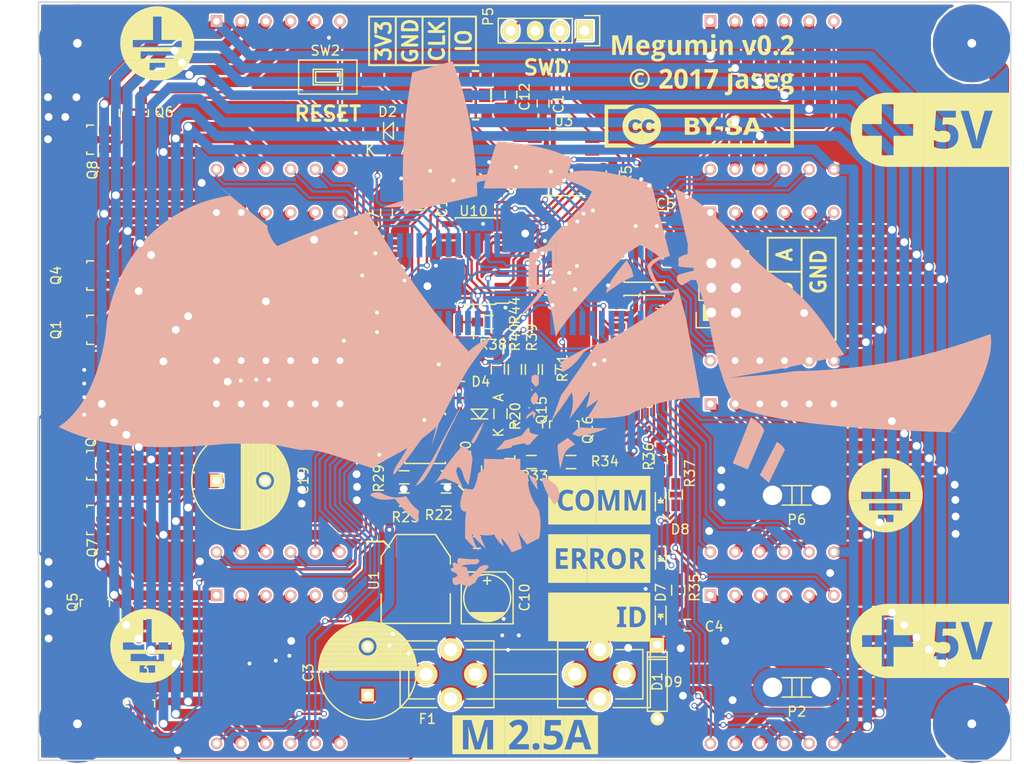
<source format=kicad_pcb>
(kicad_pcb (version 4) (host pcbnew 4.0.4-1.fc24-product)
  (layers (0 F.Cu signal hide) (31 B.Cu signal) (34 B.Paste user hide) (35 F.Paste user hide) (36 B.SilkS user) (37 F.SilkS user hide) (38 B.Mask user) (39 F.Mask user hide) (44 Edge.Cuts user))
  (net 0 "")
  (net 1 GND)
  (net 2 VDD)
  (net 3 +3V3)
  (net 4 /RST)
  (net 5 /XT1)
  (net 6 /XT2)
  (net 7 /~WD_RST)
  (net 8 /LED_ID)
  (net 9 /LED_ERROR)
  (net 10 /LED_COMM)
  (net 11 "Net-(D10-Pad6)")
  (net 12 "Net-(D10-Pad9)")
  (net 13 "Net-(D10-Pad8)")
  (net 14 "Net-(D10-Pad12)")
  (net 15 "Net-(D11-Pad6)")
  (net 16 "Net-(D11-Pad9)")
  (net 17 "Net-(D11-Pad8)")
  (net 18 "Net-(D11-Pad12)")
  (net 19 "Net-(D12-Pad6)")
  (net 20 "Net-(D12-Pad9)")
  (net 21 "Net-(D12-Pad8)")
  (net 22 "Net-(D12-Pad12)")
  (net 23 "Net-(D13-Pad6)")
  (net 24 "Net-(D13-Pad9)")
  (net 25 "Net-(D13-Pad8)")
  (net 26 "Net-(D13-Pad12)")
  (net 27 /SEG_E_COM)
  (net 28 /SEG_D_COM)
  (net 29 /SEG_DP_COM)
  (net 30 /SEG_C_COM)
  (net 31 /SEG_G_COM)
  (net 32 "Net-(D14-Pad6)")
  (net 33 "Net-(D14-Pad9)")
  (net 34 "Net-(D14-Pad8)")
  (net 35 "Net-(D14-Pad12)")
  (net 36 /SEG_A_COM)
  (net 37 /SEG_B_COM)
  (net 38 /SEG_F_COM)
  (net 39 "Net-(D15-Pad6)")
  (net 40 "Net-(D15-Pad9)")
  (net 41 "Net-(D15-Pad8)")
  (net 42 "Net-(D15-Pad12)")
  (net 43 "Net-(D16-Pad6)")
  (net 44 "Net-(D16-Pad9)")
  (net 45 "Net-(D16-Pad8)")
  (net 46 "Net-(D16-Pad12)")
  (net 47 "Net-(D17-Pad6)")
  (net 48 "Net-(D17-Pad9)")
  (net 49 "Net-(D17-Pad8)")
  (net 50 "Net-(D17-Pad12)")
  (net 51 /RS485_A)
  (net 52 /RS485_B)
  (net 53 /SWDIO)
  (net 54 /SWCLK)
  (net 55 /SEG_A_CTRL)
  (net 56 /SEG_E_CTRL)
  (net 57 /~OE)
  (net 58 /RS485_DE)
  (net 59 /R_SET_CTRL0)
  (net 60 /R_SET_CTRL1)
  (net 61 "Net-(R38-Pad2)")
  (net 62 /mux_mod_left/R_SET_0)
  (net 63 "Net-(R40-Pad2)")
  (net 64 /mux_mod_left/R_SET_1)
  (net 65 /RS485_RX)
  (net 66 /RS485_TX)
  (net 67 /SCK)
  (net 68 /MOSI_C0)
  (net 69 /STROBE)
  (net 70 /AUX_STROBE)
  (net 71 "Net-(U5-Pad4)")
  (net 72 /VDD_PRE_FUSE)
  (net 73 /~WD_RST1)
  (net 74 /~WD_RST2)
  (net 75 /WD_REF2)
  (net 76 /WD_REF1)
  (net 77 "Net-(D7-Pad2)")
  (net 78 "Net-(D8-Pad2)")
  (net 79 "Net-(D9-Pad2)")
  (net 80 "Net-(U5-Pad5)")
  (net 81 "Net-(U5-Pad15)")
  (net 82 /WD_COMP1)
  (net 83 "Net-(Q14-Pad1)")
  (net 84 "Net-(Q15-Pad1)")
  (net 85 "Net-(Q16-Pad1)")
  (net 86 /~OE_HV)
  (net 87 /MOSI_C1_HV)
  (net 88 /STROBE_HV)
  (net 89 /mux_mod_right/SDO)
  (net 90 /MOSI_C0_HV)
  (net 91 "Net-(R1-Pad2)")
  (net 92 "Net-(U3-Pad10)")
  (net 93 "Net-(U3-Pad14)")
  (net 94 "Net-(U3-Pad6)")
  (net 95 /SCK_HV)
  (net 96 /~OE_HV_CB)
  (net 97 "Net-(U5-Pad9)")
  (net 98 "Net-(U5-Pad14)")
  (net 99 /SEG_C_CTRL)
  (net 100 /SEG_G_CTLR)
  (net 101 /SEG_B_CTRL)
  (net 102 /SEG_DP_CTRL)
  (net 103 /SEG_F_CTRL)
  (net 104 /SEG_D_CTRL)
  (module footprints:7seg_4digit_cc_modified (layer B.Cu) (at 118.11 65.405)
    (fp_text reference D12 hide)
    (fp_text value 7seg_4digit_cc)
    (pad 1 thru_hole rect (at 0 0) (size 1.2 1.2) (drill 0.7) (layers *.Cu *.Mask B.SilkS) (net 27 /SEG_E_COM))
    (pad 2 thru_hole circle (at 2.54 0) (size 1.2 1.2) (drill 0.7) (layers *.Cu *.Mask B.SilkS) (net 28 /SEG_D_COM))
    (pad 3 thru_hole circle (at 5.08 0) (size 1.2 1.2) (drill 0.7) (layers *.Cu *.Mask B.SilkS) (net 29 /SEG_DP_COM))
    (pad 4 thru_hole circle (at 7.62 0) (size 1.2 1.2) (drill 0.7) (layers *.Cu *.Mask B.SilkS) (net 30 /SEG_C_COM))
    (pad 5 thru_hole circle (at 10.16 0) (size 1.2 1.2) (drill 0.7) (layers *.Cu *.Mask B.SilkS) (net 31 /SEG_G_COM))
    (pad 6 thru_hole circle (at 12.7 0) (size 1.2 1.2) (drill 0.7) (layers *.Cu *.Mask B.SilkS) (net 19 "Net-(D12-Pad6)"))
    (pad 9 thru_hole circle (at 7.62 15.24) (size 1.2 1.2) (drill 0.7) (layers *.Cu *.Mask B.SilkS) (net 20 "Net-(D12-Pad9)"))
    (pad 8 thru_hole circle (at 10.16 15.24) (size 1.2 1.2) (drill 0.7) (layers *.Cu *.Mask B.SilkS) (net 21 "Net-(D12-Pad8)"))
    (pad 12 thru_hole circle (at 0 15.24) (size 1.2 1.2) (drill 0.7) (layers *.Cu *.Mask B.SilkS) (net 22 "Net-(D12-Pad12)"))
    (pad 11 thru_hole circle (at 2.54 15.24) (size 1.2 1.2) (drill 0.7) (layers *.Cu *.Mask B.SilkS) (net 36 /SEG_A_COM))
    (pad 7 thru_hole circle (at 12.7 15.24) (size 1.2 1.2) (drill 0.7) (layers *.Cu *.Mask B.SilkS) (net 37 /SEG_B_COM))
    (pad 10 thru_hole circle (at 5.08 15.24) (size 1.2 1.2) (drill 0.7) (layers *.Cu *.Mask B.SilkS) (net 38 /SEG_F_COM))
  )
  (module footprints:label_fuse_04 (layer F.Cu) (at 99.06 119.126)
    (fp_text reference svg2mod hide)
    (fp_text value G*** hide)
  )
  (module footprints:m3_pillar (layer F.Cu) (at 159.261 115.275)
    (fp_text reference P1 hide)
    (fp_text value VIN)
    (pad 1 thru_hole circle (at -14.261 -67.275) (size 8 8) (drill 0.9) (layers *.Cu *.Mask) (net 72 /VDD_PRE_FUSE))
  )
  (module footprints:m3_pillar (layer F.Cu) (at 52.5 117.4)
    (fp_text reference P3 hide)
    (fp_text value GND)
    (pad 1 thru_hole circle (at 0.5 0.6) (size 8 8) (drill 0.9) (layers *.Cu *.Mask) (net 1 GND))
  )
  (module Resistors_SMD:R_0603_HandSoldering (layer F.Cu) (at 99.75 81.55 90)
    (fp_text reference R39 (at 3.3 0 90) (layer F.SilkS))
    (fp_text value R)
    (pad 1 smd rect (at -1.1 0 90) (size 1.2 0.9) (layers F.Cu F.Paste F.Mask) (net 64 /mux_mod_left/R_SET_1))
    (pad 2 smd rect (at 1.1 0 90) (size 1.2 0.9) (layers F.Cu F.Paste F.Mask) (net 61 "Net-(R38-Pad2)"))
  )
  (module TO_SOT_Packages_SMD:SOT-223 (layer F.Cu) (at 87.8 103.1)
    (fp_text reference U1 (at -4.3 0.15 90) (layer F.SilkS))
    (fp_text value LD1117S33CTR)
    (pad 4 smd rect (at 0 -3.302) (size 3.6576 2.032) (layers F.Cu F.Paste F.Mask) (net 3 +3V3))
    (pad 2 smd rect (at 0 3.302) (size 1.016 2.032) (layers F.Cu F.Paste F.Mask) (net 3 +3V3))
    (pad 3 smd rect (at 2.286 3.302) (size 1.016 2.032) (layers F.Cu F.Paste F.Mask) (net 2 VDD))
    (pad 1 smd rect (at -2.286 3.302) (size 1.016 2.032) (layers F.Cu F.Paste F.Mask) (net 1 GND))
  )
  (module Housings_SSOP:TSSOP-20_4.4x6.5mm_Pitch0.65mm (layer F.Cu) (at 103 60.3)
    (fp_text reference U3 (at 0 -4.3) (layer F.SilkS))
    (fp_text value STM32F030F4Px)
    (pad 1 smd rect (at -2.95 -2.925) (size 1.45 0.45) (layers F.Cu F.Paste F.Mask) (net 1 GND))
    (pad 2 smd rect (at -2.95 -2.275) (size 1.45 0.45) (layers F.Cu F.Paste F.Mask) (net 5 /XT1))
    (pad 3 smd rect (at -2.95 -1.625) (size 1.45 0.45) (layers F.Cu F.Paste F.Mask) (net 6 /XT2))
    (pad 4 smd rect (at -2.95 -0.975) (size 1.45 0.45) (layers F.Cu F.Paste F.Mask) (net 4 /RST))
    (pad 5 smd rect (at -2.95 -0.325) (size 1.45 0.45) (layers F.Cu F.Paste F.Mask) (net 3 +3V3))
    (pad 6 smd rect (at -2.95 0.325) (size 1.45 0.45) (layers F.Cu F.Paste F.Mask) (net 94 "Net-(U3-Pad6)"))
    (pad 7 smd rect (at -2.95 0.975) (size 1.45 0.45) (layers F.Cu F.Paste F.Mask) (net 58 /RS485_DE))
    (pad 8 smd rect (at -2.95 1.625) (size 1.45 0.45) (layers F.Cu F.Paste F.Mask) (net 66 /RS485_TX))
    (pad 9 smd rect (at -2.95 2.275) (size 1.45 0.45) (layers F.Cu F.Paste F.Mask) (net 65 /RS485_RX))
    (pad 10 smd rect (at -2.95 2.925) (size 1.45 0.45) (layers F.Cu F.Paste F.Mask) (net 92 "Net-(U3-Pad10)"))
    (pad 11 smd rect (at 2.95 2.925) (size 1.45 0.45) (layers F.Cu F.Paste F.Mask) (net 67 /SCK))
    (pad 12 smd rect (at 2.95 2.275) (size 1.45 0.45) (layers F.Cu F.Paste F.Mask) (net 57 /~OE))
    (pad 13 smd rect (at 2.95 1.625) (size 1.45 0.45) (layers F.Cu F.Paste F.Mask) (net 68 /MOSI_C0))
    (pad 14 smd rect (at 2.95 0.975) (size 1.45 0.45) (layers F.Cu F.Paste F.Mask) (net 93 "Net-(U3-Pad14)"))
    (pad 15 smd rect (at 2.95 0.325) (size 1.45 0.45) (layers F.Cu F.Paste F.Mask) (net 1 GND))
    (pad 16 smd rect (at 2.95 -0.325) (size 1.45 0.45) (layers F.Cu F.Paste F.Mask) (net 3 +3V3))
    (pad 17 smd rect (at 2.95 -0.975) (size 1.45 0.45) (layers F.Cu F.Paste F.Mask) (net 69 /STROBE))
    (pad 18 smd rect (at 2.95 -1.625) (size 1.45 0.45) (layers F.Cu F.Paste F.Mask) (net 70 /AUX_STROBE))
    (pad 19 smd rect (at 2.95 -2.275) (size 1.45 0.45) (layers F.Cu F.Paste F.Mask) (net 53 /SWDIO))
    (pad 20 smd rect (at 2.95 -2.925) (size 1.45 0.45) (layers F.Cu F.Paste F.Mask) (net 54 /SWCLK))
  )
  (module Housings_SOIC:SOIC-8_3.9x4.9mm_Pitch1.27mm (layer F.Cu) (at 111.3 70)
    (fp_text reference U2 (at -3.05 -3.5) (layer F.SilkS))
    (fp_text value SP3485CN)
    (pad 1 smd rect (at -2.7 -1.905) (size 1.55 0.6) (layers F.Cu F.Paste F.Mask) (net 65 /RS485_RX))
    (pad 2 smd rect (at -2.7 -0.635) (size 1.55 0.6) (layers F.Cu F.Paste F.Mask) (net 58 /RS485_DE))
    (pad 3 smd rect (at -2.7 0.635) (size 1.55 0.6) (layers F.Cu F.Paste F.Mask) (net 58 /RS485_DE))
    (pad 4 smd rect (at -2.7 1.905) (size 1.55 0.6) (layers F.Cu F.Paste F.Mask) (net 66 /RS485_TX))
    (pad 5 smd rect (at 2.7 1.905) (size 1.55 0.6) (layers F.Cu F.Paste F.Mask) (net 1 GND))
    (pad 6 smd rect (at 2.7 0.635) (size 1.55 0.6) (layers F.Cu F.Paste F.Mask) (net 51 /RS485_A))
    (pad 7 smd rect (at 2.7 -0.635) (size 1.55 0.6) (layers F.Cu F.Paste F.Mask) (net 52 /RS485_B))
    (pad 8 smd rect (at 2.7 -1.905) (size 1.55 0.6) (layers F.Cu F.Paste F.Mask) (net 3 +3V3))
  )
  (module Capacitors_SMD:C_0603_HandSoldering (layer F.Cu) (at 96.4 62.25 270)
    (fp_text reference C2 (at 0.1016 -1.3208 270) (layer F.SilkS))
    (fp_text value 100n)
    (pad 1 smd rect (at -0.95 0 270) (size 1.2 0.75) (layers F.Cu F.Paste F.Mask) (net 1 GND))
    (pad 2 smd rect (at 0.95 0 270) (size 1.2 0.75) (layers F.Cu F.Paste F.Mask) (net 2 VDD))
  )
  (module Capacitors_SMD:c_elec_5x5.8 (layer F.Cu) (at 95.15 105.05 90)
    (fp_text reference C10 (at 0.05 3.85 90) (layer F.SilkS))
    (fp_text value 47u)
    (pad 1 smd rect (at 2.19964 0 90) (size 2.99974 1.6002) (layers F.Cu F.Paste F.Mask) (net 3 +3V3))
    (pad 2 smd rect (at -2.19964 0 90) (size 2.99974 1.6002) (layers F.Cu F.Paste F.Mask) (net 1 GND))
  )
  (module Resistors_SMD:R_0603_HandSoldering (layer F.Cu) (at 114.8 104.25 270)
    (fp_text reference R35 (at -0.25 -1.7 450) (layer F.SilkS))
    (fp_text value 100)
    (pad 1 smd rect (at -1.1 0 270) (size 1.2 0.9) (layers F.Cu F.Paste F.Mask) (net 8 /LED_ID))
    (pad 2 smd rect (at 1.1 0 270) (size 1.2 0.9) (layers F.Cu F.Paste F.Mask) (net 77 "Net-(D7-Pad2)"))
  )
  (module Diodes_SMD:MiniMELF_Standard (layer F.Cu) (at 84.9 57)
    (fp_text reference D2 (at 0 -1.95) (layer F.SilkS))
    (fp_text value D_Small)
    (fp_text user K (at -1.8 1.95) (layer F.SilkS))
    (fp_text user A (at 1.8 1.95) (layer F.SilkS))
    (pad 1 smd rect (at -1.75006 0) (size 1.30048 1.69926) (layers F.Cu F.Paste F.Mask) (net 7 /~WD_RST))
    (pad 2 smd rect (at 1.75006 0) (size 1.30048 1.69926) (layers F.Cu F.Paste F.Mask) (net 4 /RST))
  )
  (module Diodes_SMD:MiniMELF_Standard (layer F.Cu) (at 94.361 86.233 90)
    (fp_text reference D4 (at 3.429 0.127 180) (layer F.SilkS))
    (fp_text value D_Small)
    (fp_text user K (at -1.8 1.95 90) (layer F.SilkS))
    (fp_text user A (at 1.8 1.95 90) (layer F.SilkS))
    (pad 1 smd rect (at -1.75006 0 90) (size 1.30048 1.69926) (layers F.Cu F.Paste F.Mask) (net 74 /~WD_RST2))
    (pad 2 smd rect (at 1.75006 0 90) (size 1.30048 1.69926) (layers F.Cu F.Paste F.Mask) (net 7 /~WD_RST))
  )
  (module Diodes_SMD:MiniMELF_Standard (layer F.Cu) (at 87.884 84.455)
    (fp_text reference D3 (at -3.81 -0.762) (layer F.SilkS))
    (fp_text value D_Small)
    (fp_text user K (at -1.8 1.95) (layer F.SilkS))
    (fp_text user A (at 1.8 1.95) (layer F.SilkS))
    (pad 1 smd rect (at -1.75006 0) (size 1.30048 1.69926) (layers F.Cu F.Paste F.Mask) (net 73 /~WD_RST1))
    (pad 2 smd rect (at 1.75006 0) (size 1.30048 1.69926) (layers F.Cu F.Paste F.Mask) (net 7 /~WD_RST))
  )
  (module Capacitors_SMD:C_0603_HandSoldering (layer F.Cu) (at 115.75 107.85 180)
    (fp_text reference C4 (at -2.75 -0.15 180) (layer F.SilkS))
    (fp_text value 100n)
    (pad 1 smd rect (at -0.95 0 180) (size 1.2 0.75) (layers F.Cu F.Paste F.Mask) (net 1 GND))
    (pad 2 smd rect (at 0.95 0 180) (size 1.2 0.75) (layers F.Cu F.Paste F.Mask) (net 2 VDD))
  )
  (module Capacitors_SMD:C_0603_HandSoldering (layer F.Cu) (at 113.15 65.825)
    (fp_text reference C5 (at 0.35 -1.325) (layer F.SilkS))
    (fp_text value 100n)
    (pad 1 smd rect (at -0.95 0) (size 1.2 0.75) (layers F.Cu F.Paste F.Mask) (net 1 GND))
    (pad 2 smd rect (at 0.95 0) (size 1.2 0.75) (layers F.Cu F.Paste F.Mask) (net 3 +3V3))
  )
  (module Capacitors_SMD:C_0603_HandSoldering (layer F.Cu) (at 106.225 83.45 90)
    (fp_text reference C6 (at -0.05 -1.225 90) (layer F.SilkS))
    (fp_text value 100n)
    (pad 1 smd rect (at -0.95 0 90) (size 1.2 0.75) (layers F.Cu F.Paste F.Mask) (net 1 GND))
    (pad 2 smd rect (at 0.95 0 90) (size 1.2 0.75) (layers F.Cu F.Paste F.Mask) (net 3 +3V3))
  )
  (module Capacitors_SMD:C_0603_HandSoldering (layer F.Cu) (at 84.8 65.4 270)
    (fp_text reference C7 (at 0.8382 1.2446 270) (layer F.SilkS))
    (fp_text value 100n)
    (pad 1 smd rect (at -0.95 0 270) (size 1.2 0.75) (layers F.Cu F.Paste F.Mask) (net 1 GND))
    (pad 2 smd rect (at 0.95 0 270) (size 1.2 0.75) (layers F.Cu F.Paste F.Mask) (net 3 +3V3))
  )
  (module Capacitors_SMD:C_0603_HandSoldering (layer F.Cu) (at 87.05 77.05 90)
    (fp_text reference C8 (at 1.05 1.7 90) (layer F.SilkS))
    (fp_text value 100n)
    (pad 1 smd rect (at -0.95 0 90) (size 1.2 0.75) (layers F.Cu F.Paste F.Mask) (net 1 GND))
    (pad 2 smd rect (at 0.95 0 90) (size 1.2 0.75) (layers F.Cu F.Paste F.Mask) (net 3 +3V3))
  )
  (module Capacitors_SMD:C_0603_HandSoldering (layer F.Cu) (at 94.1 99.35)
    (fp_text reference C9 (at 0 -1.9) (layer F.SilkS))
    (fp_text value 100n)
    (pad 1 smd rect (at -0.95 0) (size 1.2 0.75) (layers F.Cu F.Paste F.Mask) (net 1 GND))
    (pad 2 smd rect (at 0.95 0) (size 1.2 0.75) (layers F.Cu F.Paste F.Mask) (net 3 +3V3))
  )
  (module Capacitors_SMD:C_0603_HandSoldering (layer F.Cu) (at 90.4 61.1 270)
    (fp_text reference C11 (at 3.3782 -0.127 270) (layer F.SilkS))
    (fp_text value 10n)
    (pad 1 smd rect (at -0.95 0 270) (size 1.2 0.75) (layers F.Cu F.Paste F.Mask) (net 4 /RST))
    (pad 2 smd rect (at 0.95 0 270) (size 1.2 0.75) (layers F.Cu F.Paste F.Mask) (net 1 GND))
  )
  (module Capacitors_SMD:C_0603_HandSoldering (layer F.Cu) (at 97.6 53.275 270)
    (fp_text reference C12 (at 0.225 -1.4 270) (layer F.SilkS))
    (fp_text value 22p)
    (pad 1 smd rect (at -0.95 0 270) (size 1.2 0.75) (layers F.Cu F.Paste F.Mask) (net 1 GND))
    (pad 2 smd rect (at 0.95 0 270) (size 1.2 0.75) (layers F.Cu F.Paste F.Mask) (net 5 /XT1))
  )
  (module Capacitors_SMD:C_0603_HandSoldering (layer F.Cu) (at 90.375 53.2 90)
    (fp_text reference C13 (at -0.05 -1.375 90) (layer F.SilkS))
    (fp_text value 22p)
    (pad 1 smd rect (at -0.95 0 90) (size 1.2 0.75) (layers F.Cu F.Paste F.Mask) (net 1 GND))
    (pad 2 smd rect (at 0.95 0 90) (size 1.2 0.75) (layers F.Cu F.Paste F.Mask) (net 6 /XT2))
  )
  (module Capacitors_SMD:C_0603_HandSoldering (layer F.Cu) (at 93.98 91.821 270)
    (fp_text reference C20 (at -1.524 1.016 270) (layer F.SilkS))
    (fp_text value 100n)
    (pad 1 smd rect (at -0.95 0 270) (size 1.2 0.75) (layers F.Cu F.Paste F.Mask) (net 82 /WD_COMP1))
    (pad 2 smd rect (at 0.95 0 270) (size 1.2 0.75) (layers F.Cu F.Paste F.Mask) (net 1 GND))
  )
  (module LEDs:LED_0603 (layer F.Cu) (at 113 107 270)
    (fp_text reference D7 (at -2.5 0 450) (layer F.SilkS))
    (fp_text value ID)
    (pad 2 smd rect (at 0.7493 0 90) (size 0.79756 0.79756) (layers F.Cu F.Paste F.Mask) (net 77 "Net-(D7-Pad2)"))
    (pad 1 smd rect (at -0.7493 0 90) (size 0.79756 0.79756) (layers F.Cu F.Paste F.Mask) (net 1 GND))
  )
  (module LEDs:LED_0603 (layer F.Cu) (at 113 95 90)
    (fp_text reference D8 (at -3 2 360) (layer F.SilkS))
    (fp_text value ERROR)
    (pad 2 smd rect (at 0.7493 0 270) (size 0.79756 0.79756) (layers F.Cu F.Paste F.Mask) (net 78 "Net-(D8-Pad2)"))
    (pad 1 smd rect (at -0.7493 0 270) (size 0.79756 0.79756) (layers F.Cu F.Paste F.Mask) (net 1 GND))
  )
  (module LEDs:LED_0603 (layer F.Cu) (at 113 101 90)
    (fp_text reference D9 (at -12.7 1.27 180) (layer F.SilkS))
    (fp_text value COMM)
    (pad 2 smd rect (at 0.7493 0 270) (size 0.79756 0.79756) (layers F.Cu F.Paste F.Mask) (net 79 "Net-(D9-Pad2)"))
    (pad 1 smd rect (at -0.7493 0 270) (size 0.79756 0.79756) (layers F.Cu F.Paste F.Mask) (net 1 GND))
  )
  (module Fuse_Holders_and_Fuses:Fuseholder5x20_horiz_open_universal_Type-III (layer F.Cu) (at 99.06 112.903 180)
    (fp_text reference F1 (at 10.06 -4.597 180) (layer F.SilkS))
    (fp_text value "2.5A MT")
    (pad 2 thru_hole circle (at 5.12064 0 180) (size 2.3495 2.3495) (drill 1.34874) (layers *.Cu *.Mask F.SilkS) (net 2 VDD))
    (pad 2 thru_hole circle (at 10.20064 0 180) (size 2.3495 2.3495) (drill 1.34874) (layers *.Cu *.Mask F.SilkS) (net 2 VDD))
    (pad 1 thru_hole circle (at -5.1181 0 180) (size 2.3495 2.3495) (drill 1.34874) (layers *.Cu *.Mask F.SilkS) (net 72 /VDD_PRE_FUSE))
    (pad 1 thru_hole circle (at -10.1981 0 180) (size 2.3495 2.3495) (drill 1.34874) (layers *.Cu *.Mask F.SilkS) (net 72 /VDD_PRE_FUSE))
    (pad 2 thru_hole circle (at 7.66064 -2.54 180) (size 2.3495 2.3495) (drill 1.34874) (layers *.Cu *.Mask F.SilkS) (net 2 VDD))
    (pad 2 thru_hole circle (at 7.66064 2.54 180) (size 2.3495 2.3495) (drill 1.34874) (layers *.Cu *.Mask F.SilkS) (net 2 VDD))
    (pad 1 thru_hole circle (at -7.6581 -2.54 180) (size 2.3495 2.3495) (drill 1.34874) (layers *.Cu *.Mask F.SilkS) (net 72 /VDD_PRE_FUSE))
    (pad 1 thru_hole circle (at -7.6581 2.54 180) (size 2.3495 2.3495) (drill 1.34874) (layers *.Cu *.Mask F.SilkS) (net 72 /VDD_PRE_FUSE))
  )
  (module Socket_Strips:Socket_Strip_Straight_1x04 (layer F.Cu) (at 105.175 46.7 180)
    (fp_text reference P5 (at 9.925 1.45 270) (layer F.SilkS))
    (fp_text value SWD)
    (pad 1 thru_hole rect (at 0 0 180) (size 1.7272 2.032) (drill 1.016) (layers *.Cu *.Mask F.SilkS) (net 53 /SWDIO))
    (pad 2 thru_hole oval (at 2.54 0 180) (size 1.7272 2.032) (drill 1.016) (layers *.Cu *.Mask F.SilkS) (net 54 /SWCLK))
    (pad 3 thru_hole oval (at 5.08 0 180) (size 1.7272 2.032) (drill 1.016) (layers *.Cu *.Mask F.SilkS) (net 1 GND))
    (pad 4 thru_hole oval (at 7.62 0 180) (size 1.7272 2.032) (drill 1.016) (layers *.Cu *.Mask F.SilkS) (net 3 +3V3))
  )
  (module TO_SOT_Packages_SMD:SOT-23_Handsoldering (layer F.Cu) (at 54.61 77.47 90)
    (fp_text reference Q1 (at 0 -3.81 90) (layer F.SilkS))
    (fp_text value AO3415A)
    (pad 1 smd rect (at -0.95 1.50114 90) (size 0.8001 1.80086) (layers F.Cu F.Paste F.Mask) (net 99 /SEG_C_CTRL))
    (pad 2 smd rect (at 0.95 1.50114 90) (size 0.8001 1.80086) (layers F.Cu F.Paste F.Mask) (net 30 /SEG_C_COM))
    (pad 3 smd rect (at 0 -1.50114 90) (size 0.8001 1.80086) (layers F.Cu F.Paste F.Mask) (net 2 VDD))
  )
  (module TO_SOT_Packages_SMD:SOT-23_Handsoldering (layer F.Cu) (at 54.6 91.4 90)
    (fp_text reference Q2 (at 2.84 -0.191 90) (layer F.SilkS))
    (fp_text value AO3415A)
    (pad 1 smd rect (at -0.95 1.50114 90) (size 0.8001 1.80086) (layers F.Cu F.Paste F.Mask) (net 100 /SEG_G_CTLR))
    (pad 2 smd rect (at 0.95 1.50114 90) (size 0.8001 1.80086) (layers F.Cu F.Paste F.Mask) (net 31 /SEG_G_COM))
    (pad 3 smd rect (at 0 -1.50114 90) (size 0.8001 1.80086) (layers F.Cu F.Paste F.Mask) (net 2 VDD))
  )
  (module TO_SOT_Packages_SMD:SOT-23_Handsoldering (layer F.Cu) (at 59.436 116.205)
    (fp_text reference Q3 (at 0 -3.81) (layer F.SilkS))
    (fp_text value AO3415A)
    (pad 1 smd rect (at -0.95 1.50114) (size 0.8001 1.80086) (layers F.Cu F.Paste F.Mask) (net 101 /SEG_B_CTRL))
    (pad 2 smd rect (at 0.95 1.50114) (size 0.8001 1.80086) (layers F.Cu F.Paste F.Mask) (net 37 /SEG_B_COM))
    (pad 3 smd rect (at 0 -1.50114) (size 0.8001 1.80086) (layers F.Cu F.Paste F.Mask) (net 2 VDD))
  )
  (module TO_SOT_Packages_SMD:SOT-23_Handsoldering (layer F.Cu) (at 54.61 71.882 90)
    (fp_text reference Q4 (at 0 -3.81 90) (layer F.SilkS))
    (fp_text value AO3415A)
    (pad 1 smd rect (at -0.95 1.50114 90) (size 0.8001 1.80086) (layers F.Cu F.Paste F.Mask) (net 102 /SEG_DP_CTRL))
    (pad 2 smd rect (at 0.95 1.50114 90) (size 0.8001 1.80086) (layers F.Cu F.Paste F.Mask) (net 29 /SEG_DP_COM))
    (pad 3 smd rect (at 0 -1.50114 90) (size 0.8001 1.80086) (layers F.Cu F.Paste F.Mask) (net 2 VDD))
  )
  (module TO_SOT_Packages_SMD:SOT-23_Handsoldering (layer F.Cu) (at 54.8 105.872)
    (fp_text reference Q5 (at -2.3 -0.372 90) (layer F.SilkS))
    (fp_text value AO3415A)
    (pad 1 smd rect (at -0.95 1.50114) (size 0.8001 1.80086) (layers F.Cu F.Paste F.Mask) (net 103 /SEG_F_CTRL))
    (pad 2 smd rect (at 0.95 1.50114) (size 0.8001 1.80086) (layers F.Cu F.Paste F.Mask) (net 38 /SEG_F_COM))
    (pad 3 smd rect (at 0 -1.50114) (size 0.8001 1.80086) (layers F.Cu F.Paste F.Mask) (net 2 VDD))
  )
  (module TO_SOT_Packages_SMD:SOT-23_Handsoldering (layer F.Cu) (at 58.801 54.864 180)
    (fp_text reference Q6 (at -3.111 -0.208 180) (layer F.SilkS))
    (fp_text value AO3415A)
    (pad 1 smd rect (at -0.95 1.50114 180) (size 0.8001 1.80086) (layers F.Cu F.Paste F.Mask) (net 104 /SEG_D_CTRL))
    (pad 2 smd rect (at 0.95 1.50114 180) (size 0.8001 1.80086) (layers F.Cu F.Paste F.Mask) (net 28 /SEG_D_COM))
    (pad 3 smd rect (at 0 -1.50114 180) (size 0.8001 1.80086) (layers F.Cu F.Paste F.Mask) (net 2 VDD))
  )
  (module TO_SOT_Packages_SMD:SOT-23_Handsoldering (layer F.Cu) (at 54.61 97.028 90)
    (fp_text reference Q7 (at -2.875 -0.064 90) (layer F.SilkS))
    (fp_text value AO3415A)
    (pad 1 smd rect (at -0.95 1.50114 90) (size 0.8001 1.80086) (layers F.Cu F.Paste F.Mask) (net 55 /SEG_A_CTRL))
    (pad 2 smd rect (at 0.95 1.50114 90) (size 0.8001 1.80086) (layers F.Cu F.Paste F.Mask) (net 36 /SEG_A_COM))
    (pad 3 smd rect (at 0 -1.50114 90) (size 0.8001 1.80086) (layers F.Cu F.Paste F.Mask) (net 2 VDD))
  )
  (module TO_SOT_Packages_SMD:SOT-23_Handsoldering (layer F.Cu) (at 54.61 57.912 90)
    (fp_text reference Q8 (at -3.129 -0.064 90) (layer F.SilkS))
    (fp_text value AO3415A)
    (pad 1 smd rect (at -0.95 1.50114 90) (size 0.8001 1.80086) (layers F.Cu F.Paste F.Mask) (net 56 /SEG_E_CTRL))
    (pad 2 smd rect (at 0.95 1.50114 90) (size 0.8001 1.80086) (layers F.Cu F.Paste F.Mask) (net 27 /SEG_E_COM))
    (pad 3 smd rect (at 0 -1.50114 90) (size 0.8001 1.80086) (layers F.Cu F.Paste F.Mask) (net 2 VDD))
  )
  (module Resistors_SMD:R_0603_HandSoldering (layer F.Cu) (at 88.55 81.275 270)
    (fp_text reference R1 (at -1.275 1.55 270) (layer F.SilkS))
    (fp_text value 47k)
    (pad 1 smd rect (at -1.1 0 270) (size 1.2 0.9) (layers F.Cu F.Paste F.Mask) (net 1 GND))
    (pad 2 smd rect (at 1.1 0 270) (size 1.2 0.9) (layers F.Cu F.Paste F.Mask) (net 91 "Net-(R1-Pad2)"))
  )
  (module Resistors_SMD:R_0603_HandSoldering (layer F.Cu) (at 88.25 61.275 90)
    (fp_text reference R3 (at -3.1242 0.0508 90) (layer F.SilkS))
    (fp_text value 47k)
    (pad 1 smd rect (at -1.1 0 90) (size 1.2 0.9) (layers F.Cu F.Paste F.Mask) (net 3 +3V3))
    (pad 2 smd rect (at 1.1 0 90) (size 1.2 0.9) (layers F.Cu F.Paste F.Mask) (net 4 /RST))
  )
  (module Resistors_SMD:R_0603_HandSoldering (layer F.Cu) (at 106.125 71.45 270)
    (fp_text reference R4 (at -2.95 -0.125 270) (layer F.SilkS))
    (fp_text value 100k)
    (pad 1 smd rect (at -1.1 0 270) (size 1.2 0.9) (layers F.Cu F.Paste F.Mask) (net 58 /RS485_DE))
    (pad 2 smd rect (at 1.1 0 270) (size 1.2 0.9) (layers F.Cu F.Paste F.Mask) (net 1 GND))
  )
  (module Resistors_SMD:R_0603_HandSoldering (layer F.Cu) (at 108.075 61.625 90)
    (fp_text reference R5 (at 0.125 1.425 90) (layer F.SilkS))
    (fp_text value 10k)
    (pad 1 smd rect (at -1.1 0 90) (size 1.2 0.9) (layers F.Cu F.Paste F.Mask) (net 57 /~OE))
    (pad 2 smd rect (at 1.1 0 90) (size 1.2 0.9) (layers F.Cu F.Paste F.Mask) (net 3 +3V3))
  )
  (module Resistors_SMD:R_0603_HandSoldering (layer F.Cu) (at 92.325 82.1)
    (fp_text reference R19 (at -2.325 -0.1 90) (layer F.SilkS))
    (fp_text value 10k)
    (pad 1 smd rect (at -1.1 0) (size 1.2 0.9) (layers F.Cu F.Paste F.Mask) (net 83 "Net-(Q14-Pad1)"))
    (pad 2 smd rect (at 1.1 0) (size 1.2 0.9) (layers F.Cu F.Paste F.Mask) (net 7 /~WD_RST))
  )
  (module Resistors_SMD:R_0603_HandSoldering (layer F.Cu) (at 96.52 86.106 90)
    (fp_text reference R20 (at -0.254 1.524 90) (layer F.SilkS))
    (fp_text value 47k)
    (pad 1 smd rect (at -1.1 0 90) (size 1.2 0.9) (layers F.Cu F.Paste F.Mask) (net 2 VDD))
    (pad 2 smd rect (at 1.1 0 90) (size 1.2 0.9) (layers F.Cu F.Paste F.Mask) (net 7 /~WD_RST))
  )
  (module Resistors_SMD:R_0603_HandSoldering (layer F.Cu) (at 84.328 87.884 90)
    (fp_text reference R23 (at -0.116 -1.578 90) (layer F.SilkS))
    (fp_text value 470k)
    (pad 1 smd rect (at -1.1 0 90) (size 1.2 0.9) (layers F.Cu F.Paste F.Mask) (net 76 /WD_REF1))
    (pad 2 smd rect (at 1.1 0 90) (size 1.2 0.9) (layers F.Cu F.Paste F.Mask) (net 73 /~WD_RST1))
  )
  (module Resistors_SMD:R_0603_HandSoldering (layer F.Cu) (at 113 90.75 270)
    (fp_text reference R36 (at -0.25 1.25 450) (layer F.SilkS))
    (fp_text value 140)
    (pad 1 smd rect (at -1.1 0 270) (size 1.2 0.9) (layers F.Cu F.Paste F.Mask) (net 9 /LED_ERROR))
    (pad 2 smd rect (at 1.1 0 270) (size 1.2 0.9) (layers F.Cu F.Paste F.Mask) (net 78 "Net-(D8-Pad2)"))
  )
  (module Resistors_SMD:R_0603_HandSoldering (layer F.Cu) (at 114.55 94.425 270)
    (fp_text reference R37 (at -2.175 -1.45 270) (layer F.SilkS))
    (fp_text value 100)
    (pad 1 smd rect (at -1.1 0 270) (size 1.2 0.9) (layers F.Cu F.Paste F.Mask) (net 10 /LED_COMM))
    (pad 2 smd rect (at 1.1 0 270) (size 1.2 0.9) (layers F.Cu F.Paste F.Mask) (net 79 "Net-(D9-Pad2)"))
  )
  (module Resistors_SMD:R_0603_HandSoldering (layer F.Cu) (at 96.25 81.5 90)
    (fp_text reference R38 (at 2.5 -0.5 180) (layer F.SilkS))
    (fp_text value R)
    (pad 1 smd rect (at -1.1 0 90) (size 1.2 0.9) (layers F.Cu F.Paste F.Mask) (net 62 /mux_mod_left/R_SET_0))
    (pad 2 smd rect (at 1.1 0 90) (size 1.2 0.9) (layers F.Cu F.Paste F.Mask) (net 61 "Net-(R38-Pad2)"))
  )
  (module Resistors_SMD:R_0603_HandSoldering (layer F.Cu) (at 98 81.55 90)
    (fp_text reference R40 (at 3.3 0 90) (layer F.SilkS))
    (fp_text value R)
    (pad 1 smd rect (at -1.1 0 90) (size 1.2 0.9) (layers F.Cu F.Paste F.Mask) (net 62 /mux_mod_left/R_SET_0))
    (pad 2 smd rect (at 1.1 0 90) (size 1.2 0.9) (layers F.Cu F.Paste F.Mask) (net 63 "Net-(R40-Pad2)"))
  )
  (module Resistors_SMD:R_0603_HandSoldering (layer F.Cu) (at 101.5 81.55 90)
    (fp_text reference R41 (at 0.127 1.397 90) (layer F.SilkS))
    (fp_text value R)
    (pad 1 smd rect (at -1.1 0 90) (size 1.2 0.9) (layers F.Cu F.Paste F.Mask) (net 64 /mux_mod_left/R_SET_1))
    (pad 2 smd rect (at 1.1 0 90) (size 1.2 0.9) (layers F.Cu F.Paste F.Mask) (net 63 "Net-(R40-Pad2)"))
  )
  (module Housings_SOIC:SOIC-16_3.9x9.9mm_Pitch1.27mm (layer F.Cu) (at 111.3 79 180)
    (fp_text reference U5 (at 0 -6 180) (layer F.SilkS))
    (fp_text value 74HC595_mine)
    (pad 1 smd rect (at -2.7 -4.445 180) (size 1.5 0.6) (layers F.Cu F.Paste F.Mask) (net 9 /LED_ERROR))
    (pad 2 smd rect (at -2.7 -3.175 180) (size 1.5 0.6) (layers F.Cu F.Paste F.Mask) (net 10 /LED_COMM))
    (pad 3 smd rect (at -2.7 -1.905 180) (size 1.5 0.6) (layers F.Cu F.Paste F.Mask) (net 8 /LED_ID))
    (pad 4 smd rect (at -2.7 -0.635 180) (size 1.5 0.6) (layers F.Cu F.Paste F.Mask) (net 71 "Net-(U5-Pad4)"))
    (pad 5 smd rect (at -2.7 0.635 180) (size 1.5 0.6) (layers F.Cu F.Paste F.Mask) (net 80 "Net-(U5-Pad5)"))
    (pad 6 smd rect (at -2.7 1.905 180) (size 1.5 0.6) (layers F.Cu F.Paste F.Mask) (net 59 /R_SET_CTRL0))
    (pad 7 smd rect (at -2.7 3.175 180) (size 1.5 0.6) (layers F.Cu F.Paste F.Mask) (net 60 /R_SET_CTRL1))
    (pad 8 smd rect (at -2.7 4.445 180) (size 1.5 0.6) (layers F.Cu F.Paste F.Mask) (net 1 GND))
    (pad 9 smd rect (at 2.7 4.445 180) (size 1.5 0.6) (layers F.Cu F.Paste F.Mask) (net 97 "Net-(U5-Pad9)"))
    (pad 10 smd rect (at 2.7 3.175 180) (size 1.5 0.6) (layers F.Cu F.Paste F.Mask) (net 3 +3V3))
    (pad 11 smd rect (at 2.7 1.905 180) (size 1.5 0.6) (layers F.Cu F.Paste F.Mask) (net 67 /SCK))
    (pad 12 smd rect (at 2.7 0.635 180) (size 1.5 0.6) (layers F.Cu F.Paste F.Mask) (net 70 /AUX_STROBE))
    (pad 13 smd rect (at 2.7 -0.635 180) (size 1.5 0.6) (layers F.Cu F.Paste F.Mask) (net 1 GND))
    (pad 14 smd rect (at 2.7 -1.905 180) (size 1.5 0.6) (layers F.Cu F.Paste F.Mask) (net 98 "Net-(U5-Pad14)"))
    (pad 15 smd rect (at 2.7 -3.175 180) (size 1.5 0.6) (layers F.Cu F.Paste F.Mask) (net 81 "Net-(U5-Pad15)"))
    (pad 16 smd rect (at 2.7 -4.445 180) (size 1.5 0.6) (layers F.Cu F.Paste F.Mask) (net 3 +3V3))
  )
  (module Housings_SOIC:SOIC-8_3.9x4.9mm_Pitch1.27mm (layer F.Cu) (at 88.773 88.646)
    (fp_text reference U6 (at -4.572 -3.556) (layer F.SilkS))
    (fp_text value LM393)
    (pad 1 smd rect (at -2.7 -1.905) (size 1.55 0.6) (layers F.Cu F.Paste F.Mask) (net 73 /~WD_RST1))
    (pad 2 smd rect (at -2.7 -0.635) (size 1.55 0.6) (layers F.Cu F.Paste F.Mask) (net 91 "Net-(R1-Pad2)"))
    (pad 3 smd rect (at -2.7 0.635) (size 1.55 0.6) (layers F.Cu F.Paste F.Mask) (net 76 /WD_REF1))
    (pad 4 smd rect (at -2.7 1.905) (size 1.55 0.6) (layers F.Cu F.Paste F.Mask) (net 1 GND))
    (pad 5 smd rect (at 2.7 1.905) (size 1.55 0.6) (layers F.Cu F.Paste F.Mask) (net 75 /WD_REF2))
    (pad 6 smd rect (at 2.7 0.635) (size 1.55 0.6) (layers F.Cu F.Paste F.Mask) (net 82 /WD_COMP1))
    (pad 7 smd rect (at 2.7 -0.635) (size 1.55 0.6) (layers F.Cu F.Paste F.Mask) (net 74 /~WD_RST2))
    (pad 8 smd rect (at 2.7 -1.905) (size 1.55 0.6) (layers F.Cu F.Paste F.Mask) (net 2 VDD))
  )
  (module Housings_SOIC:SOIC-16_3.9x9.9mm_Pitch1.27mm (layer F.Cu) (at 82.423 72.898)
    (fp_text reference U7 (at 0 -6) (layer F.SilkS))
    (fp_text value 74HC595_mine)
    (pad 1 smd rect (at -2.7 -4.445) (size 1.5 0.6) (layers F.Cu F.Paste F.Mask) (net 56 /SEG_E_CTRL))
    (pad 2 smd rect (at -2.7 -3.175) (size 1.5 0.6) (layers F.Cu F.Paste F.Mask) (net 102 /SEG_DP_CTRL))
    (pad 3 smd rect (at -2.7 -1.905) (size 1.5 0.6) (layers F.Cu F.Paste F.Mask) (net 99 /SEG_C_CTRL))
    (pad 4 smd rect (at -2.7 -0.635) (size 1.5 0.6) (layers F.Cu F.Paste F.Mask) (net 100 /SEG_G_CTLR))
    (pad 5 smd rect (at -2.7 0.635) (size 1.5 0.6) (layers F.Cu F.Paste F.Mask) (net 55 /SEG_A_CTRL))
    (pad 6 smd rect (at -2.7 1.905) (size 1.5 0.6) (layers F.Cu F.Paste F.Mask) (net 101 /SEG_B_CTRL))
    (pad 7 smd rect (at -2.7 3.175) (size 1.5 0.6) (layers F.Cu F.Paste F.Mask) (net 103 /SEG_F_CTRL))
    (pad 8 smd rect (at -2.7 4.445) (size 1.5 0.6) (layers F.Cu F.Paste F.Mask) (net 1 GND))
    (pad 9 smd rect (at 2.7 4.445) (size 1.5 0.6) (layers F.Cu F.Paste F.Mask) (net 98 "Net-(U5-Pad14)"))
    (pad 10 smd rect (at 2.7 3.175) (size 1.5 0.6) (layers F.Cu F.Paste F.Mask) (net 3 +3V3))
    (pad 11 smd rect (at 2.7 1.905) (size 1.5 0.6) (layers F.Cu F.Paste F.Mask) (net 67 /SCK))
    (pad 12 smd rect (at 2.7 0.635) (size 1.5 0.6) (layers F.Cu F.Paste F.Mask) (net 70 /AUX_STROBE))
    (pad 13 smd rect (at 2.7 -0.635) (size 1.5 0.6) (layers F.Cu F.Paste F.Mask) (net 1 GND))
    (pad 14 smd rect (at 2.7 -1.905) (size 1.5 0.6) (layers F.Cu F.Paste F.Mask) (net 68 /MOSI_C0))
    (pad 15 smd rect (at 2.7 -3.175) (size 1.5 0.6) (layers F.Cu F.Paste F.Mask) (net 104 /SEG_D_CTRL))
    (pad 16 smd rect (at 2.7 -4.445) (size 1.5 0.6) (layers F.Cu F.Paste F.Mask) (net 3 +3V3))
  )
  (module Resistors_SMD:R_0603_HandSoldering (layer F.Cu) (at 96.266 91.694 90)
    (fp_text reference R21 (at 0 1.27 90) (layer F.SilkS))
    (fp_text value 470k)
    (pad 1 smd rect (at -1.1 0 90) (size 1.2 0.9) (layers F.Cu F.Paste F.Mask) (net 75 /WD_REF2))
    (pad 2 smd rect (at 1.1 0 90) (size 1.2 0.9) (layers F.Cu F.Paste F.Mask) (net 74 /~WD_RST2))
  )
  (module Resistors_SMD:R_0603_HandSoldering (layer F.Cu) (at 90.932 94.9325)
    (fp_text reference R22 (at -0.762 1.5875) (layer F.SilkS))
    (fp_text value 100k)
    (pad 1 smd rect (at -1.1 0) (size 1.2 0.9) (layers F.Cu F.Paste F.Mask) (net 75 /WD_REF2))
    (pad 2 smd rect (at 1.1 0) (size 1.2 0.9) (layers F.Cu F.Paste F.Mask) (net 3 +3V3))
  )
  (module Resistors_SMD:R_0603_HandSoldering (layer F.Cu) (at 90.932 92.6465 180)
    (fp_text reference R24 (at -3.318 -1.8535 180) (layer F.SilkS))
    (fp_text value 10k)
    (pad 1 smd rect (at -1.1 0 180) (size 1.2 0.9) (layers F.Cu F.Paste F.Mask) (net 1 GND))
    (pad 2 smd rect (at 1.1 0 180) (size 1.2 0.9) (layers F.Cu F.Paste F.Mask) (net 75 /WD_REF2))
  )
  (module Resistors_SMD:R_0603_HandSoldering (layer F.Cu) (at 86.614 94.9325 180)
    (fp_text reference R25 (at -0.136 -1.8175 180) (layer F.SilkS))
    (fp_text value 47k)
    (pad 1 smd rect (at -1.1 0 180) (size 1.2 0.9) (layers F.Cu F.Paste F.Mask) (net 76 /WD_REF1))
    (pad 2 smd rect (at 1.1 0 180) (size 1.2 0.9) (layers F.Cu F.Paste F.Mask) (net 2 VDD))
  )
  (module Resistors_SMD:R_0603_HandSoldering (layer F.Cu) (at 86.614 92.6465)
    (fp_text reference R29 (at -2.614 0.1035 90) (layer F.SilkS))
    (fp_text value 47k)
    (pad 1 smd rect (at -1.1 0) (size 1.2 0.9) (layers F.Cu F.Paste F.Mask) (net 1 GND))
    (pad 2 smd rect (at 1.1 0) (size 1.2 0.9) (layers F.Cu F.Paste F.Mask) (net 76 /WD_REF1))
  )
  (module Resistors_SMD:R_0603_HandSoldering (layer F.Cu) (at 85 82.225 180)
    (fp_text reference R32 (at 3.2385 0.127 180) (layer F.SilkS))
    (fp_text value 100k)
    (pad 1 smd rect (at -1.1 0 180) (size 1.2 0.9) (layers F.Cu F.Paste F.Mask) (net 82 /WD_COMP1))
    (pad 2 smd rect (at 1.1 0 180) (size 1.2 0.9) (layers F.Cu F.Paste F.Mask) (net 102 /SEG_DP_CTRL))
  )
  (module Resistors_SMD:R_0603_HandSoldering (layer F.Cu) (at 99.7 91.075)
    (fp_text reference R33 (at 0.3 1.425) (layer F.SilkS))
    (fp_text value 100k)
    (pad 1 smd rect (at -1.1 0) (size 1.2 0.9) (layers F.Cu F.Paste F.Mask) (net 84 "Net-(Q15-Pad1)"))
    (pad 2 smd rect (at 1.1 0) (size 1.2 0.9) (layers F.Cu F.Paste F.Mask) (net 59 /R_SET_CTRL0))
  )
  (module Resistors_SMD:R_0603_HandSoldering (layer F.Cu) (at 103.775 91.075)
    (fp_text reference R34 (at 3.475 -0.075) (layer F.SilkS))
    (fp_text value 100k)
    (pad 1 smd rect (at -1.1 0) (size 1.2 0.9) (layers F.Cu F.Paste F.Mask) (net 85 "Net-(Q16-Pad1)"))
    (pad 2 smd rect (at 1.1 0) (size 1.2 0.9) (layers F.Cu F.Paste F.Mask) (net 60 /R_SET_CTRL1))
  )
  (module Capacitors_ThroughHole:C_Radial_D10_L20_P5 (layer F.Cu) (at 82.85 115.05 90)
    (fp_text reference C3 (at 2.3 -6.1 270) (layer F.SilkS))
    (fp_text value 1000u)
    (pad 1 thru_hole rect (at 0 0 90) (size 1.3 1.3) (drill 0.8) (layers *.Cu *.Mask F.SilkS) (net 2 VDD))
    (pad 2 thru_hole circle (at 5 0 90) (size 1.3 1.3) (drill 0.8) (layers *.Cu *.Mask F.SilkS) (net 1 GND))
  )
  (module Capacitors_ThroughHole:C_Radial_D10_L20_P5 (layer F.Cu) (at 67.3 93)
    (fp_text reference C19 (at 8.95 0 90) (layer F.SilkS))
    (fp_text value 1000u)
    (pad 1 thru_hole rect (at 0 0) (size 1.3 1.3) (drill 0.8) (layers *.Cu *.Mask F.SilkS) (net 2 VDD))
    (pad 2 thru_hole circle (at 5 0) (size 1.3 1.3) (drill 0.8) (layers *.Cu *.Mask F.SilkS) (net 1 GND))
  )
  (module Discret:D3 (layer F.Cu) (at 112.649 113.665 90)
    (fp_text reference D1 (at 0 0 90) (layer F.SilkS))
    (fp_text value "6.4V 1.3W")
    (pad 1 thru_hole rect (at 3.81 0 90) (size 1.397 1.397) (drill 0.8128) (layers *.Cu *.Mask F.SilkS) (net 2 VDD))
    (pad 2 thru_hole circle (at -3.81 0 90) (size 1.397 1.397) (drill 0.8128) (layers *.Cu *.Mask F.SilkS) (net 1 GND))
  )
  (module Buttons_Switches_SMD:SW_SPST_FSMSM (layer F.Cu) (at 78.7654 51.4731 180)
    (fp_text reference SW2 (at 0.2654 2.7231 360) (layer F.SilkS))
    (fp_text value RESET)
    (pad 1 smd rect (at -4.60243 -0.00232 180) (size 2.18 1.6) (layers F.Cu F.Paste F.Mask) (net 4 /RST))
    (pad 2 smd rect (at 4.60243 0.00232 180) (size 2.18 1.6) (layers F.Cu F.Paste F.Mask) (net 1 GND))
  )
  (module footprints:spade_6.35mm (layer F.Cu) (at 127 114.25)
    (fp_text reference P2 (at 0 2.5) (layer F.SilkS))
    (fp_text value VIN)
    (pad 1 thru_hole circle (at -2.5 0) (size 3 3) (drill 2) (layers *.Cu *.Mask) (net 72 /VDD_PRE_FUSE))
    (pad 1 thru_hole circle (at 2.5 0) (size 3 3) (drill 2) (layers *.Cu *.Mask) (net 72 /VDD_PRE_FUSE))
  )
  (module footprints:spade_6.35mm (layer F.Cu) (at 127 94.5)
    (fp_text reference P6 (at 0 2.5) (layer F.SilkS))
    (fp_text value GND)
    (pad 1 thru_hole circle (at -2.5 0) (size 3 3) (drill 2) (layers *.Cu *.Mask) (net 1 GND))
    (pad 1 thru_hole circle (at 2.5 0) (size 3 3) (drill 2) (layers *.Cu *.Mask) (net 1 GND))
  )
  (module footprints:m3_pillar (layer F.Cu) (at 145.161 117.475)
    (fp_text reference P1 hide)
    (fp_text value VIN)
    (pad 1 thru_hole circle (at -0.161 0.525) (size 8 8) (drill 0.9) (layers *.Cu *.Mask) (net 72 /VDD_PRE_FUSE))
  )
  (module footprints:m3_pillar (layer F.Cu) (at 52.9 47.8)
    (fp_text reference P3 hide)
    (fp_text value GND)
    (pad 1 thru_hole circle (at 0.1 0.2) (size 8 8) (drill 0.9) (layers *.Cu *.Mask) (net 1 GND))
  )
  (module footprints:SSOP24-1.0-nosilk (layer B.Cu) (at 107.442 72.771)
    (fp_text reference U8 hide)
    (fp_text value MBI5026)
    (pad 1 smd rect (at -5.5 -4) (size 0.6 2.5) (layers B.Cu B.Paste B.Mask) (net 1 GND))
    (pad 2 smd rect (at -4.5 -4) (size 0.6 2.5) (layers B.Cu B.Paste B.Mask) (net 87 /MOSI_C1_HV))
    (pad 3 smd rect (at -3.5 -4) (size 0.6 2.5) (layers B.Cu B.Paste B.Mask) (net 95 /SCK_HV))
    (pad 4 smd rect (at -2.5 -4) (size 0.6 2.5) (layers B.Cu B.Paste B.Mask) (net 88 /STROBE_HV))
    (pad 5 smd rect (at -1.5 -4) (size 0.6 2.5) (layers B.Cu B.Paste B.Mask) (net 26 "Net-(D13-Pad12)"))
    (pad 6 smd rect (at -0.5 -4) (size 0.6 2.5) (layers B.Cu B.Paste B.Mask) (net 24 "Net-(D13-Pad9)"))
    (pad 7 smd rect (at 0.5 -4) (size 0.6 2.5) (layers B.Cu B.Paste B.Mask) (net 25 "Net-(D13-Pad8)"))
    (pad 8 smd rect (at 1.5 -4) (size 0.6 2.5) (layers B.Cu B.Paste B.Mask) (net 23 "Net-(D13-Pad6)"))
    (pad 9 smd rect (at 2.5 -4) (size 0.6 2.5) (layers B.Cu B.Paste B.Mask) (net 22 "Net-(D12-Pad12)"))
    (pad 10 smd rect (at 3.5 -4) (size 0.6 2.5) (layers B.Cu B.Paste B.Mask) (net 20 "Net-(D12-Pad9)"))
    (pad 11 smd rect (at 4.5 -4) (size 0.6 2.5) (layers B.Cu B.Paste B.Mask) (net 21 "Net-(D12-Pad8)"))
    (pad 12 smd rect (at 5.5 -4) (size 0.6 2.5) (layers B.Cu B.Paste B.Mask) (net 19 "Net-(D12-Pad6)"))
    (pad 13 smd rect (at 5.5 4) (size 0.6 2.5) (layers B.Cu B.Paste B.Mask) (net 18 "Net-(D11-Pad12)"))
    (pad 14 smd rect (at 4.5 4) (size 0.6 2.5) (layers B.Cu B.Paste B.Mask) (net 16 "Net-(D11-Pad9)"))
    (pad 15 smd rect (at 3.5 4) (size 0.6 2.5) (layers B.Cu B.Paste B.Mask) (net 17 "Net-(D11-Pad8)"))
    (pad 16 smd rect (at 2.5 4) (size 0.6 2.5) (layers B.Cu B.Paste B.Mask) (net 15 "Net-(D11-Pad6)"))
    (pad 17 smd rect (at 1.5 4) (size 0.6 2.5) (layers B.Cu B.Paste B.Mask) (net 14 "Net-(D10-Pad12)"))
    (pad 18 smd rect (at 0.5 4) (size 0.6 2.5) (layers B.Cu B.Paste B.Mask) (net 12 "Net-(D10-Pad9)"))
    (pad 19 smd rect (at -0.5 4) (size 0.6 2.5) (layers B.Cu B.Paste B.Mask) (net 13 "Net-(D10-Pad8)"))
    (pad 20 smd rect (at -1.5 4) (size 0.6 2.5) (layers B.Cu B.Paste B.Mask) (net 11 "Net-(D10-Pad6)"))
    (pad 21 smd rect (at -2.5 4) (size 0.6 2.5) (layers B.Cu B.Paste B.Mask) (net 96 /~OE_HV_CB))
    (pad 22 smd rect (at -3.5 4) (size 0.6 2.5) (layers B.Cu B.Paste B.Mask) (net 89 /mux_mod_right/SDO))
    (pad 23 smd rect (at -4.5 4) (size 0.6 2.5) (layers B.Cu B.Paste B.Mask) (net 61 "Net-(R38-Pad2)"))
    (pad 24 smd rect (at -5.5 4) (size 0.6 2.5) (layers B.Cu B.Paste B.Mask) (net 2 VDD))
  )
  (module footprints:SSOP24-1.0-nosilk (layer B.Cu) (at 90.678 72.771 180)
    (fp_text reference U9 hide)
    (fp_text value MBI5026)
    (pad 1 smd rect (at -5.5 -4 180) (size 0.6 2.5) (layers B.Cu B.Paste B.Mask) (net 1 GND))
    (pad 2 smd rect (at -4.5 -4 180) (size 0.6 2.5) (layers B.Cu B.Paste B.Mask) (net 90 /MOSI_C0_HV))
    (pad 3 smd rect (at -3.5 -4 180) (size 0.6 2.5) (layers B.Cu B.Paste B.Mask) (net 95 /SCK_HV))
    (pad 4 smd rect (at -2.5 -4 180) (size 0.6 2.5) (layers B.Cu B.Paste B.Mask) (net 88 /STROBE_HV))
    (pad 5 smd rect (at -1.5 -4 180) (size 0.6 2.5) (layers B.Cu B.Paste B.Mask) (net 50 "Net-(D17-Pad12)"))
    (pad 6 smd rect (at -0.5 -4 180) (size 0.6 2.5) (layers B.Cu B.Paste B.Mask) (net 48 "Net-(D17-Pad9)"))
    (pad 7 smd rect (at 0.5 -4 180) (size 0.6 2.5) (layers B.Cu B.Paste B.Mask) (net 49 "Net-(D17-Pad8)"))
    (pad 8 smd rect (at 1.5 -4 180) (size 0.6 2.5) (layers B.Cu B.Paste B.Mask) (net 47 "Net-(D17-Pad6)"))
    (pad 9 smd rect (at 2.5 -4 180) (size 0.6 2.5) (layers B.Cu B.Paste B.Mask) (net 46 "Net-(D16-Pad12)"))
    (pad 10 smd rect (at 3.5 -4 180) (size 0.6 2.5) (layers B.Cu B.Paste B.Mask) (net 44 "Net-(D16-Pad9)"))
    (pad 11 smd rect (at 4.5 -4 180) (size 0.6 2.5) (layers B.Cu B.Paste B.Mask) (net 45 "Net-(D16-Pad8)"))
    (pad 12 smd rect (at 5.5 -4 180) (size 0.6 2.5) (layers B.Cu B.Paste B.Mask) (net 43 "Net-(D16-Pad6)"))
    (pad 13 smd rect (at 5.5 4 180) (size 0.6 2.5) (layers B.Cu B.Paste B.Mask) (net 42 "Net-(D15-Pad12)"))
    (pad 14 smd rect (at 4.5 4 180) (size 0.6 2.5) (layers B.Cu B.Paste B.Mask) (net 40 "Net-(D15-Pad9)"))
    (pad 15 smd rect (at 3.5 4 180) (size 0.6 2.5) (layers B.Cu B.Paste B.Mask) (net 41 "Net-(D15-Pad8)"))
    (pad 16 smd rect (at 2.5 4 180) (size 0.6 2.5) (layers B.Cu B.Paste B.Mask) (net 39 "Net-(D15-Pad6)"))
    (pad 17 smd rect (at 1.5 4 180) (size 0.6 2.5) (layers B.Cu B.Paste B.Mask) (net 35 "Net-(D14-Pad12)"))
    (pad 18 smd rect (at 0.5 4 180) (size 0.6 2.5) (layers B.Cu B.Paste B.Mask) (net 33 "Net-(D14-Pad9)"))
    (pad 19 smd rect (at -0.5 4 180) (size 0.6 2.5) (layers B.Cu B.Paste B.Mask) (net 34 "Net-(D14-Pad8)"))
    (pad 20 smd rect (at -1.5 4 180) (size 0.6 2.5) (layers B.Cu B.Paste B.Mask) (net 32 "Net-(D14-Pad6)"))
    (pad 21 smd rect (at -2.5 4 180) (size 0.6 2.5) (layers B.Cu B.Paste B.Mask) (net 96 /~OE_HV_CB))
    (pad 22 smd rect (at -3.5 4 180) (size 0.6 2.5) (layers B.Cu B.Paste B.Mask) (net 87 /MOSI_C1_HV))
    (pad 23 smd rect (at -4.5 4 180) (size 0.6 2.5) (layers B.Cu B.Paste B.Mask) (net 63 "Net-(R40-Pad2)"))
    (pad 24 smd rect (at -5.5 4 180) (size 0.6 2.5) (layers B.Cu B.Paste B.Mask) (net 2 VDD))
  )
  (module Resistors_SMD:R_0603_HandSoldering (layer F.Cu) (at 95.25 76.675)
    (fp_text reference R44 (at 2.75 -1.175 90) (layer F.SilkS))
    (fp_text value 1k)
    (pad 1 smd rect (at -1.1 0) (size 1.2 0.9) (layers F.Cu F.Paste F.Mask) (net 96 /~OE_HV_CB))
    (pad 2 smd rect (at 1.1 0) (size 1.2 0.9) (layers F.Cu F.Paste F.Mask) (net 86 /~OE_HV))
  )
  (module TO_SOT_Packages_SMD:SOT-23_Handsoldering (layer F.Cu) (at 92.25 78.35)
    (fp_text reference Q14 (at -2.5 0.4 90) (layer F.SilkS))
    (fp_text value Q_PNP_BEC)
    (pad 1 smd rect (at -0.95 1.50114) (size 0.8001 1.80086) (layers F.Cu F.Paste F.Mask) (net 83 "Net-(Q14-Pad1)"))
    (pad 2 smd rect (at 0.95 1.50114) (size 0.8001 1.80086) (layers F.Cu F.Paste F.Mask) (net 2 VDD))
    (pad 3 smd rect (at 0 -1.50114) (size 0.8001 1.80086) (layers F.Cu F.Paste F.Mask) (net 96 /~OE_HV_CB))
  )
  (module TO_SOT_Packages_SMD:SOT-23_Handsoldering (layer F.Cu) (at 99.35 87.5)
    (fp_text reference Q15 (at 1.4 -1.75 90) (layer F.SilkS))
    (fp_text value Q_NPN_BEC)
    (pad 1 smd rect (at -0.95 1.50114) (size 0.8001 1.80086) (layers F.Cu F.Paste F.Mask) (net 84 "Net-(Q15-Pad1)"))
    (pad 2 smd rect (at 0.95 1.50114) (size 0.8001 1.80086) (layers F.Cu F.Paste F.Mask) (net 1 GND))
    (pad 3 smd rect (at 0 -1.50114) (size 0.8001 1.80086) (layers F.Cu F.Paste F.Mask) (net 62 /mux_mod_left/R_SET_0))
  )
  (module TO_SOT_Packages_SMD:SOT-23_Handsoldering (layer F.Cu) (at 103.075 87.5)
    (fp_text reference Q16 (at 2.425 0.25 90) (layer F.SilkS))
    (fp_text value Q_NPN_BEC)
    (pad 1 smd rect (at -0.95 1.50114) (size 0.8001 1.80086) (layers F.Cu F.Paste F.Mask) (net 85 "Net-(Q16-Pad1)"))
    (pad 2 smd rect (at 0.95 1.50114) (size 0.8001 1.80086) (layers F.Cu F.Paste F.Mask) (net 1 GND))
    (pad 3 smd rect (at 0 -1.50114) (size 0.8001 1.80086) (layers F.Cu F.Paste F.Mask) (net 64 /mux_mod_left/R_SET_1))
  )
  (module Socket_Strips:Socket_Strip_Straight_2x03 (layer F.Cu) (at 118.2 75.7 90)
    (fp_text reference P4 (at 0 -5.1 90) (layer F.SilkS))
    (fp_text value CONN_02X03)
    (pad 1 thru_hole rect (at 0 0 90) (size 1.7272 1.7272) (drill 1.016) (layers *.Cu *.Mask F.SilkS) (net 1 GND))
    (pad 2 thru_hole oval (at 0 2.54 90) (size 1.7272 1.7272) (drill 1.016) (layers *.Cu *.Mask F.SilkS) (net 1 GND))
    (pad 3 thru_hole oval (at 2.54 0 90) (size 1.7272 1.7272) (drill 1.016) (layers *.Cu *.Mask F.SilkS) (net 51 /RS485_A))
    (pad 4 thru_hole oval (at 2.54 2.54 90) (size 1.7272 1.7272) (drill 1.016) (layers *.Cu *.Mask F.SilkS) (net 1 GND))
    (pad 5 thru_hole oval (at 5.08 0 90) (size 1.7272 1.7272) (drill 1.016) (layers *.Cu *.Mask F.SilkS) (net 52 /RS485_B))
    (pad 6 thru_hole oval (at 5.08 2.54 90) (size 1.7272 1.7272) (drill 1.016) (layers *.Cu *.Mask F.SilkS) (net 1 GND))
  )
  (module Housings_SOIC:SOIC-14_3.9x8.7mm_Pitch1.27mm (layer F.Cu) (at 93.95 70.4 180)
    (fp_text reference U10 (at 0.2 5.15 180) (layer F.SilkS))
    (fp_text value 74HCT125)
    (pad 1 smd rect (at -2.7 -3.81 180) (size 1.5 0.6) (layers F.Cu F.Paste F.Mask) (net 1 GND))
    (pad 2 smd rect (at -2.7 -2.54 180) (size 1.5 0.6) (layers F.Cu F.Paste F.Mask) (net 69 /STROBE))
    (pad 3 smd rect (at -2.7 -1.27 180) (size 1.5 0.6) (layers F.Cu F.Paste F.Mask) (net 88 /STROBE_HV))
    (pad 4 smd rect (at -2.7 0 180) (size 1.5 0.6) (layers F.Cu F.Paste F.Mask) (net 1 GND))
    (pad 5 smd rect (at -2.7 1.27 180) (size 1.5 0.6) (layers F.Cu F.Paste F.Mask) (net 57 /~OE))
    (pad 6 smd rect (at -2.7 2.54 180) (size 1.5 0.6) (layers F.Cu F.Paste F.Mask) (net 86 /~OE_HV))
    (pad 7 smd rect (at -2.7 3.81 180) (size 1.5 0.6) (layers F.Cu F.Paste F.Mask) (net 1 GND))
    (pad 8 smd rect (at 2.7 3.81 180) (size 1.5 0.6) (layers F.Cu F.Paste F.Mask) (net 90 /MOSI_C0_HV))
    (pad 9 smd rect (at 2.7 2.54 180) (size 1.5 0.6) (layers F.Cu F.Paste F.Mask) (net 68 /MOSI_C0))
    (pad 10 smd rect (at 2.7 1.27 180) (size 1.5 0.6) (layers F.Cu F.Paste F.Mask) (net 1 GND))
    (pad 11 smd rect (at 2.7 0 180) (size 1.5 0.6) (layers F.Cu F.Paste F.Mask) (net 95 /SCK_HV))
    (pad 12 smd rect (at 2.7 -1.27 180) (size 1.5 0.6) (layers F.Cu F.Paste F.Mask) (net 67 /SCK))
    (pad 13 smd rect (at 2.7 -2.54 180) (size 1.5 0.6) (layers F.Cu F.Paste F.Mask) (net 1 GND))
    (pad 14 smd rect (at 2.7 -3.81 180) (size 1.5 0.6) (layers F.Cu F.Paste F.Mask) (net 2 VDD))
  )
  (module footprints:CRYSTAL-SMD-5X3 (layer F.Cu) (at 93.95 53.35 90)
    (fp_text reference Y1)
    (fp_text value 25M hide)
    (pad 1 smd rect (at -1.84912 1.14808 90) (size 1.89992 1.09982) (layers F.Cu F.Paste F.Mask) (net 5 /XT1))
    (pad 3 smd rect (at 1.84912 -1.14808 90) (size 1.89992 1.09982) (layers F.Cu F.Paste F.Mask) (net 6 /XT2))
    (pad 4 smd rect (at -1.84912 -1.14808 90) (size 1.89992 1.09982) (layers F.Cu F.Paste F.Mask))
    (pad 2 smd rect (at 1.84912 1.14808 90) (size 1.89992 1.09982) (layers F.Cu F.Paste F.Mask))
  )
  (module footprints:megumin (layer B.Cu) (at 98.044 78.486)
    (fp_text reference svg2mod hide)
    (fp_text value G*** hide)
  )
  (module footprints:label_plus_04 (layer F.Cu) (at 140.716 109.474)
    (fp_text reference svg2mod hide)
    (fp_text value G*** hide)
  )
  (module footprints:label_gnd_04 (layer F.Cu) (at 136.144 94.488)
    (fp_text reference svg2mod hide)
    (fp_text value G*** hide)
  )
  (module footprints:label_gnd_04 (layer F.Cu) (at 61.214 48.006)
    (fp_text reference svg2mod hide)
    (fp_text value G*** hide)
  )
  (module footprints:label_comm_04 (layer F.Cu) (at 106.68 95)
    (fp_text reference svg2mod hide)
    (fp_text value G*** hide)
  )
  (module footprints:label_error_04 (layer F.Cu) (at 106.68 101)
    (fp_text reference svg2mod hide)
    (fp_text value G*** hide)
  )
  (module footprints:label_id_04 (layer F.Cu) (at 106.68 107)
    (fp_text reference svg2mod hide)
    (fp_text value G*** hide)
  )
  (module footprints:label_data_v01 (layer F.Cu) (at 115.6 52.7)
    (fp_text reference svg2mod hide)
    (fp_text value G*** hide)
  )
  (module footprints:label_plus_04 (layer F.Cu) (at 140.716 56.896)
    (fp_text reference svg2mod hide)
    (fp_text value G*** hide)
  )
  (module footprints:label_gnd_04 (layer F.Cu) (at 60.198 109.982)
    (fp_text reference svg2mod hide)
    (fp_text value G*** hide)
  )
  (module Capacitors_SMD:C_0603_HandSoldering (layer F.Cu) (at 100.9 54.2 270)
    (fp_text reference C1 (at 0.05 -1.6 270) (layer F.SilkS))
    (fp_text value 100n)
    (pad 1 smd rect (at -0.95 0 270) (size 1.2 0.75) (layers F.Cu F.Paste F.Mask) (net 1 GND))
    (pad 2 smd rect (at 0.95 0 270) (size 1.2 0.75) (layers F.Cu F.Paste F.Mask) (net 3 +3V3))
  )
  (module footprints:7seg_4digit_cc_modified (layer B.Cu) (at 67.31 104.775)
    (fp_text reference D17 hide)
    (fp_text value 7seg_4digit_cc)
    (pad 1 thru_hole rect (at 0 0) (size 1.2 1.2) (drill 0.7) (layers *.Cu *.Mask B.SilkS) (net 27 /SEG_E_COM))
    (pad 2 thru_hole circle (at 2.54 0) (size 1.2 1.2) (drill 0.7) (layers *.Cu *.Mask B.SilkS) (net 28 /SEG_D_COM))
    (pad 3 thru_hole circle (at 5.08 0) (size 1.2 1.2) (drill 0.7) (layers *.Cu *.Mask B.SilkS) (net 29 /SEG_DP_COM))
    (pad 4 thru_hole circle (at 7.62 0) (size 1.2 1.2) (drill 0.7) (layers *.Cu *.Mask B.SilkS) (net 30 /SEG_C_COM))
    (pad 5 thru_hole circle (at 10.16 0) (size 1.2 1.2) (drill 0.7) (layers *.Cu *.Mask B.SilkS) (net 31 /SEG_G_COM))
    (pad 6 thru_hole circle (at 12.7 0) (size 1.2 1.2) (drill 0.7) (layers *.Cu *.Mask B.SilkS) (net 47 "Net-(D17-Pad6)"))
    (pad 9 thru_hole circle (at 7.62 15.24) (size 1.2 1.2) (drill 0.7) (layers *.Cu *.Mask B.SilkS) (net 48 "Net-(D17-Pad9)"))
    (pad 8 thru_hole circle (at 10.16 15.24) (size 1.2 1.2) (drill 0.7) (layers *.Cu *.Mask B.SilkS) (net 49 "Net-(D17-Pad8)"))
    (pad 12 thru_hole circle (at 0 15.24) (size 1.2 1.2) (drill 0.7) (layers *.Cu *.Mask B.SilkS) (net 50 "Net-(D17-Pad12)"))
    (pad 11 thru_hole circle (at 2.54 15.24) (size 1.2 1.2) (drill 0.7) (layers *.Cu *.Mask B.SilkS) (net 36 /SEG_A_COM))
    (pad 7 thru_hole circle (at 12.7 15.24) (size 1.2 1.2) (drill 0.7) (layers *.Cu *.Mask B.SilkS) (net 37 /SEG_B_COM))
    (pad 10 thru_hole circle (at 5.08 15.24) (size 1.2 1.2) (drill 0.7) (layers *.Cu *.Mask B.SilkS) (net 38 /SEG_F_COM))
  )
  (module footprints:7seg_4digit_cc_modified (layer B.Cu) (at 67.31 85.09)
    (fp_text reference D16 hide)
    (fp_text value 7seg_4digit_cc)
    (pad 1 thru_hole rect (at 0 0) (size 1.2 1.2) (drill 0.7) (layers *.Cu *.Mask B.SilkS) (net 27 /SEG_E_COM))
    (pad 2 thru_hole circle (at 2.54 0) (size 1.2 1.2) (drill 0.7) (layers *.Cu *.Mask B.SilkS) (net 28 /SEG_D_COM))
    (pad 3 thru_hole circle (at 5.08 0) (size 1.2 1.2) (drill 0.7) (layers *.Cu *.Mask B.SilkS) (net 29 /SEG_DP_COM))
    (pad 4 thru_hole circle (at 7.62 0) (size 1.2 1.2) (drill 0.7) (layers *.Cu *.Mask B.SilkS) (net 30 /SEG_C_COM))
    (pad 5 thru_hole circle (at 10.16 0) (size 1.2 1.2) (drill 0.7) (layers *.Cu *.Mask B.SilkS) (net 31 /SEG_G_COM))
    (pad 6 thru_hole circle (at 12.7 0) (size 1.2 1.2) (drill 0.7) (layers *.Cu *.Mask B.SilkS) (net 43 "Net-(D16-Pad6)"))
    (pad 9 thru_hole circle (at 7.62 15.24) (size 1.2 1.2) (drill 0.7) (layers *.Cu *.Mask B.SilkS) (net 44 "Net-(D16-Pad9)"))
    (pad 8 thru_hole circle (at 10.16 15.24) (size 1.2 1.2) (drill 0.7) (layers *.Cu *.Mask B.SilkS) (net 45 "Net-(D16-Pad8)"))
    (pad 12 thru_hole circle (at 0 15.24) (size 1.2 1.2) (drill 0.7) (layers *.Cu *.Mask B.SilkS) (net 46 "Net-(D16-Pad12)"))
    (pad 11 thru_hole circle (at 2.54 15.24) (size 1.2 1.2) (drill 0.7) (layers *.Cu *.Mask B.SilkS) (net 36 /SEG_A_COM))
    (pad 7 thru_hole circle (at 12.7 15.24) (size 1.2 1.2) (drill 0.7) (layers *.Cu *.Mask B.SilkS) (net 37 /SEG_B_COM))
    (pad 10 thru_hole circle (at 5.08 15.24) (size 1.2 1.2) (drill 0.7) (layers *.Cu *.Mask B.SilkS) (net 38 /SEG_F_COM))
  )
  (module footprints:7seg_4digit_cc_modified (layer B.Cu) (at 67.31 65.405)
    (fp_text reference D15 hide)
    (fp_text value 7seg_4digit_cc)
    (pad 1 thru_hole rect (at 0 0) (size 1.2 1.2) (drill 0.7) (layers *.Cu *.Mask B.SilkS) (net 27 /SEG_E_COM))
    (pad 2 thru_hole circle (at 2.54 0) (size 1.2 1.2) (drill 0.7) (layers *.Cu *.Mask B.SilkS) (net 28 /SEG_D_COM))
    (pad 3 thru_hole circle (at 5.08 0) (size 1.2 1.2) (drill 0.7) (layers *.Cu *.Mask B.SilkS) (net 29 /SEG_DP_COM))
    (pad 4 thru_hole circle (at 7.62 0) (size 1.2 1.2) (drill 0.7) (layers *.Cu *.Mask B.SilkS) (net 30 /SEG_C_COM))
    (pad 5 thru_hole circle (at 10.16 0) (size 1.2 1.2) (drill 0.7) (layers *.Cu *.Mask B.SilkS) (net 31 /SEG_G_COM))
    (pad 6 thru_hole circle (at 12.7 0) (size 1.2 1.2) (drill 0.7) (layers *.Cu *.Mask B.SilkS) (net 39 "Net-(D15-Pad6)"))
    (pad 9 thru_hole circle (at 7.62 15.24) (size 1.2 1.2) (drill 0.7) (layers *.Cu *.Mask B.SilkS) (net 40 "Net-(D15-Pad9)"))
    (pad 8 thru_hole circle (at 10.16 15.24) (size 1.2 1.2) (drill 0.7) (layers *.Cu *.Mask B.SilkS) (net 41 "Net-(D15-Pad8)"))
    (pad 12 thru_hole circle (at 0 15.24) (size 1.2 1.2) (drill 0.7) (layers *.Cu *.Mask B.SilkS) (net 42 "Net-(D15-Pad12)"))
    (pad 11 thru_hole circle (at 2.54 15.24) (size 1.2 1.2) (drill 0.7) (layers *.Cu *.Mask B.SilkS) (net 36 /SEG_A_COM))
    (pad 7 thru_hole circle (at 12.7 15.24) (size 1.2 1.2) (drill 0.7) (layers *.Cu *.Mask B.SilkS) (net 37 /SEG_B_COM))
    (pad 10 thru_hole circle (at 5.08 15.24) (size 1.2 1.2) (drill 0.7) (layers *.Cu *.Mask B.SilkS) (net 38 /SEG_F_COM))
  )
  (module footprints:7seg_4digit_cc_modified (layer B.Cu) (at 67.31 45.72)
    (fp_text reference D14 hide)
    (fp_text value 7seg_4digit_cc)
    (pad 1 thru_hole rect (at 0 0) (size 1.2 1.2) (drill 0.7) (layers *.Cu *.Mask B.SilkS) (net 27 /SEG_E_COM))
    (pad 2 thru_hole circle (at 2.54 0) (size 1.2 1.2) (drill 0.7) (layers *.Cu *.Mask B.SilkS) (net 28 /SEG_D_COM))
    (pad 3 thru_hole circle (at 5.08 0) (size 1.2 1.2) (drill 0.7) (layers *.Cu *.Mask B.SilkS) (net 29 /SEG_DP_COM))
    (pad 4 thru_hole circle (at 7.62 0) (size 1.2 1.2) (drill 0.7) (layers *.Cu *.Mask B.SilkS) (net 30 /SEG_C_COM))
    (pad 5 thru_hole circle (at 10.16 0) (size 1.2 1.2) (drill 0.7) (layers *.Cu *.Mask B.SilkS) (net 31 /SEG_G_COM))
    (pad 6 thru_hole circle (at 12.7 0) (size 1.2 1.2) (drill 0.7) (layers *.Cu *.Mask B.SilkS) (net 32 "Net-(D14-Pad6)"))
    (pad 9 thru_hole circle (at 7.62 15.24) (size 1.2 1.2) (drill 0.7) (layers *.Cu *.Mask B.SilkS) (net 33 "Net-(D14-Pad9)"))
    (pad 8 thru_hole circle (at 10.16 15.24) (size 1.2 1.2) (drill 0.7) (layers *.Cu *.Mask B.SilkS) (net 34 "Net-(D14-Pad8)"))
    (pad 12 thru_hole circle (at 0 15.24) (size 1.2 1.2) (drill 0.7) (layers *.Cu *.Mask B.SilkS) (net 35 "Net-(D14-Pad12)"))
    (pad 11 thru_hole circle (at 2.54 15.24) (size 1.2 1.2) (drill 0.7) (layers *.Cu *.Mask B.SilkS) (net 36 /SEG_A_COM))
    (pad 7 thru_hole circle (at 12.7 15.24) (size 1.2 1.2) (drill 0.7) (layers *.Cu *.Mask B.SilkS) (net 37 /SEG_B_COM))
    (pad 10 thru_hole circle (at 5.08 15.24) (size 1.2 1.2) (drill 0.7) (layers *.Cu *.Mask B.SilkS) (net 38 /SEG_F_COM))
  )
  (module footprints:7seg_4digit_cc_modified (layer B.Cu) (at 118.11 85.09)
    (fp_text reference D11 hide)
    (fp_text value 7seg_4digit_cc)
    (pad 1 thru_hole rect (at 0 0) (size 1.2 1.2) (drill 0.7) (layers *.Cu *.Mask B.SilkS) (net 27 /SEG_E_COM))
    (pad 2 thru_hole circle (at 2.54 0) (size 1.2 1.2) (drill 0.7) (layers *.Cu *.Mask B.SilkS) (net 28 /SEG_D_COM))
    (pad 3 thru_hole circle (at 5.08 0) (size 1.2 1.2) (drill 0.7) (layers *.Cu *.Mask B.SilkS) (net 29 /SEG_DP_COM))
    (pad 4 thru_hole circle (at 7.62 0) (size 1.2 1.2) (drill 0.7) (layers *.Cu *.Mask B.SilkS) (net 30 /SEG_C_COM))
    (pad 5 thru_hole circle (at 10.16 0) (size 1.2 1.2) (drill 0.7) (layers *.Cu *.Mask B.SilkS) (net 31 /SEG_G_COM))
    (pad 6 thru_hole circle (at 12.7 0) (size 1.2 1.2) (drill 0.7) (layers *.Cu *.Mask B.SilkS) (net 15 "Net-(D11-Pad6)"))
    (pad 9 thru_hole circle (at 7.62 15.24) (size 1.2 1.2) (drill 0.7) (layers *.Cu *.Mask B.SilkS) (net 16 "Net-(D11-Pad9)"))
    (pad 8 thru_hole circle (at 10.16 15.24) (size 1.2 1.2) (drill 0.7) (layers *.Cu *.Mask B.SilkS) (net 17 "Net-(D11-Pad8)"))
    (pad 12 thru_hole circle (at 0 15.24) (size 1.2 1.2) (drill 0.7) (layers *.Cu *.Mask B.SilkS) (net 18 "Net-(D11-Pad12)"))
    (pad 11 thru_hole circle (at 2.54 15.24) (size 1.2 1.2) (drill 0.7) (layers *.Cu *.Mask B.SilkS) (net 36 /SEG_A_COM))
    (pad 7 thru_hole circle (at 12.7 15.24) (size 1.2 1.2) (drill 0.7) (layers *.Cu *.Mask B.SilkS) (net 37 /SEG_B_COM))
    (pad 10 thru_hole circle (at 5.08 15.24) (size 1.2 1.2) (drill 0.7) (layers *.Cu *.Mask B.SilkS) (net 38 /SEG_F_COM))
  )
  (module footprints:7seg_4digit_cc_modified (layer B.Cu) (at 118.11 104.775)
    (fp_text reference D10 hide)
    (fp_text value 7seg_4digit_cc)
    (pad 1 thru_hole rect (at 0 0) (size 1.2 1.2) (drill 0.7) (layers *.Cu *.Mask B.SilkS) (net 27 /SEG_E_COM))
    (pad 2 thru_hole circle (at 2.54 0) (size 1.2 1.2) (drill 0.7) (layers *.Cu *.Mask B.SilkS) (net 28 /SEG_D_COM))
    (pad 3 thru_hole circle (at 5.08 0) (size 1.2 1.2) (drill 0.7) (layers *.Cu *.Mask B.SilkS) (net 29 /SEG_DP_COM))
    (pad 4 thru_hole circle (at 7.62 0) (size 1.2 1.2) (drill 0.7) (layers *.Cu *.Mask B.SilkS) (net 30 /SEG_C_COM))
    (pad 5 thru_hole circle (at 10.16 0) (size 1.2 1.2) (drill 0.7) (layers *.Cu *.Mask B.SilkS) (net 31 /SEG_G_COM))
    (pad 6 thru_hole circle (at 12.7 0) (size 1.2 1.2) (drill 0.7) (layers *.Cu *.Mask B.SilkS) (net 11 "Net-(D10-Pad6)"))
    (pad 9 thru_hole circle (at 7.62 15.24) (size 1.2 1.2) (drill 0.7) (layers *.Cu *.Mask B.SilkS) (net 12 "Net-(D10-Pad9)"))
    (pad 8 thru_hole circle (at 10.16 15.24) (size 1.2 1.2) (drill 0.7) (layers *.Cu *.Mask B.SilkS) (net 13 "Net-(D10-Pad8)"))
    (pad 12 thru_hole circle (at 0 15.24) (size 1.2 1.2) (drill 0.7) (layers *.Cu *.Mask B.SilkS) (net 14 "Net-(D10-Pad12)"))
    (pad 11 thru_hole circle (at 2.54 15.24) (size 1.2 1.2) (drill 0.7) (layers *.Cu *.Mask B.SilkS) (net 36 /SEG_A_COM))
    (pad 7 thru_hole circle (at 12.7 15.24) (size 1.2 1.2) (drill 0.7) (layers *.Cu *.Mask B.SilkS) (net 37 /SEG_B_COM))
    (pad 10 thru_hole circle (at 5.08 15.24) (size 1.2 1.2) (drill 0.7) (layers *.Cu *.Mask B.SilkS) (net 38 /SEG_F_COM))
  )
  (module footprints:7seg_4digit_cc_modified (layer B.Cu) (at 118.11 45.72)
    (fp_text reference D13 hide)
    (fp_text value 7seg_4digit_cc)
    (pad 1 thru_hole rect (at 0 0) (size 1.2 1.2) (drill 0.7) (layers *.Cu *.Mask B.SilkS) (net 27 /SEG_E_COM))
    (pad 2 thru_hole circle (at 2.54 0) (size 1.2 1.2) (drill 0.7) (layers *.Cu *.Mask B.SilkS) (net 28 /SEG_D_COM))
    (pad 3 thru_hole circle (at 5.08 0) (size 1.2 1.2) (drill 0.7) (layers *.Cu *.Mask B.SilkS) (net 29 /SEG_DP_COM))
    (pad 4 thru_hole circle (at 7.62 0) (size 1.2 1.2) (drill 0.7) (layers *.Cu *.Mask B.SilkS) (net 30 /SEG_C_COM))
    (pad 5 thru_hole circle (at 10.16 0) (size 1.2 1.2) (drill 0.7) (layers *.Cu *.Mask B.SilkS) (net 31 /SEG_G_COM))
    (pad 6 thru_hole circle (at 12.7 0) (size 1.2 1.2) (drill 0.7) (layers *.Cu *.Mask B.SilkS) (net 23 "Net-(D13-Pad6)"))
    (pad 9 thru_hole circle (at 7.62 15.24) (size 1.2 1.2) (drill 0.7) (layers *.Cu *.Mask B.SilkS) (net 24 "Net-(D13-Pad9)"))
    (pad 8 thru_hole circle (at 10.16 15.24) (size 1.2 1.2) (drill 0.7) (layers *.Cu *.Mask B.SilkS) (net 25 "Net-(D13-Pad8)"))
    (pad 12 thru_hole circle (at 0 15.24) (size 1.2 1.2) (drill 0.7) (layers *.Cu *.Mask B.SilkS) (net 26 "Net-(D13-Pad12)"))
    (pad 11 thru_hole circle (at 2.54 15.24) (size 1.2 1.2) (drill 0.7) (layers *.Cu *.Mask B.SilkS) (net 36 /SEG_A_COM))
    (pad 7 thru_hole circle (at 12.7 15.24) (size 1.2 1.2) (drill 0.7) (layers *.Cu *.Mask B.SilkS) (net 37 /SEG_B_COM))
    (pad 10 thru_hole circle (at 5.08 15.24) (size 1.2 1.2) (drill 0.7) (layers *.Cu *.Mask B.SilkS) (net 38 /SEG_F_COM))
  )
  (gr_line (start 92.75 94) (end 92.25 93.5) (angle 90) (layer F.SilkS) (width 0.2))
  (gr_line (start 113.25 96.5) (end 114 97.25) (angle 90) (layer F.SilkS) (width 0.2))
  (gr_text RESET (at 78.75 55.25) (layer F.SilkS) (effects (font (size 1.5 1.5) (thickness 0.3))))
  (gr_line (start 94 45.25) (end 83 45.25) (angle 90) (layer F.SilkS) (width 0.2))
  (gr_line (start 94 50.25) (end 94 45.25) (angle 90) (layer F.SilkS) (width 0.2))
  (gr_line (start 93.75 50.25) (end 94 50.25) (angle 90) (layer F.SilkS) (width 0.2))
  (gr_line (start 83 50.25) (end 93.75 50.25) (angle 90) (layer F.SilkS) (width 0.2))
  (gr_line (start 91.25 45.25) (end 91.25 50.25) (angle 90) (layer F.SilkS) (width 0.2))
  (gr_line (start 88.5 50.25) (end 88.5 45.25) (angle 90) (layer F.SilkS) (width 0.2))
  (gr_line (start 85.75 45.25) (end 85.75 50.25) (angle 90) (layer F.SilkS) (width 0.2))
  (gr_line (start 94 50.25) (end 94.25 50.25) (angle 90) (layer F.SilkS) (width 0.2))
  (gr_line (start 83 45.25) (end 83 50.25) (angle 90) (layer F.SilkS) (width 0.2))
  (gr_text SWD (at 101.25 50.5) (layer F.SilkS) (effects (font (size 1.5 1.5) (thickness 0.3))))
  (gr_text IO (at 92.75 47.75 90) (layer F.SilkS) (effects (font (size 1.5 1.5) (thickness 0.3))))
  (gr_text CLK (at 90 47.75 90) (layer F.SilkS) (effects (font (size 1.5 1.5) (thickness 0.3))))
  (gr_text GND (at 87.25 47.75 90) (layer F.SilkS) (effects (font (size 1.5 1.5) (thickness 0.3))))
  (gr_text 3V3 (at 84.5 47.75 90) (layer F.SilkS) (effects (font (size 1.5 1.5) (thickness 0.3))))
  (gr_line (start 127.5 75) (end 127.5 68) (angle 90) (layer F.SilkS) (width 0.2))
  (gr_line (start 124 75) (end 127.5 75) (angle 90) (layer F.SilkS) (width 0.2))
  (gr_line (start 124 71.5) (end 127.5 71.5) (angle 90) (layer F.SilkS) (width 0.2))
  (gr_line (start 124 78.5) (end 131 78.5) (angle 90) (layer F.SilkS) (width 0.2))
  (gr_line (start 131 68) (end 131 78.5) (angle 90) (layer F.SilkS) (width 0.2))
  (gr_line (start 124 68) (end 131 68) (angle 90) (layer F.SilkS) (width 0.2))
  (gr_line (start 124 78.5) (end 124 68) (angle 90) (layer F.SilkS) (width 0.2))
  (gr_text GND (at 129.25 71.5 90) (layer F.SilkS) (effects (font (size 1.5 1.5) (thickness 0.3))))
  (gr_text B (at 125.75 73.25 90) (layer F.SilkS) (effects (font (size 1.5 1.5) (thickness 0.3))))
  (gr_text A (at 125.75 69.75 90) (layer F.SilkS) (effects (font (size 1.5 1.5) (thickness 0.3))))
  (gr_line (start 149 43.75) (end 49 43.75) (angle 90) (layer Edge.Cuts) (width 0.15))
  (gr_line (start 149 121.75) (end 149 43.75) (angle 90) (layer Edge.Cuts) (width 0.15))
  (gr_line (start 49 121.75) (end 149 121.75) (angle 90) (layer Edge.Cuts) (width 0.15))
  (gr_line (start 49 43.75) (end 49 121.75) (angle 90) (layer Edge.Cuts) (width 0.15))
  (gr_line (start 84.5 99.25) (end 82.75 99.25) (angle 90) (layer F.SilkS) (width 0.2))
  (gr_line (start 84.455 99.187) (end 85.09 99.822) (angle 90) (layer F.SilkS) (width 0.2))
  (segment (start 67.299998 49.549998) (end 68.25 49.549998) (width 1) (layer F.Cu) (net 0))
  (segment (start 67.25 49.5) (end 67.299998 49.549998) (width 1) (layer F.Cu) (net 0))
  (segment (start 66.25 50.75) (end 67 50.75) (width 1) (layer F.Cu) (net 0))
  (segment (start 112.977204 105.726692) (end 112.977204 105.727904) (width 0.8) (layer F.Cu) (net 1))
  (segment (start 112.977204 105.727904) (end 113 105.7507) (width 0.8) (layer F.Cu) (net 1))
  (segment (start 113 105.7507) (end 113 106.2507) (width 0.8) (layer F.Cu) (net 1))
  (segment (start 65.6 87.9) (end 71.4154 87.9) (width 0.8) (layer B.Cu) (net 1))
  (segment (start 71.4154 87.9) (end 75.9968 92.4814) (width 0.8) (layer B.Cu) (net 1))
  (segment (start 65.6 96.0456) (end 65.6 87.9) (width 0.8) (layer B.Cu) (net 1))
  (segment (start 65.6 87.9) (end 65.659 87.9) (width 0.8) (layer B.Cu) (net 1))
  (segment (start 65.659 87.9) (end 65.7 87.9) (width 0.8) (layer B.Cu) (net 1))
  (segment (start 65.7 87.9) (end 65.659 87.9) (width 0.8) (layer B.Cu) (net 1))
  (segment (start 68.453 82.804) (end 69.696 82.804) (width 0.8) (layer F.Cu) (net 1))
  (segment (start 68.453 82.804) (end 66.2305 82.804) (width 0.254) (layer B.Cu) (net 1))
  (segment (start 66.2305 82.804) (end 65.659 82.2325) (width 0.254) (layer B.Cu) (net 1))
  (segment (start 65.659 82.2325) (end 65.659 77.4065) (width 0.254) (layer B.Cu) (net 1))
  (segment (start 65.659 77.4065) (end 68.5165 74.549) (width 0.254) (layer B.Cu) (net 1))
  (segment (start 72.39 74.549) (end 68.5165 74.549) (width 0.254) (layer B.Cu) (net 1))
  (via (at 68.453 82.804) (size 1) (drill 0.8) (layers F.Cu B.Cu) (net 1))
  (via (at 72.39 74.549) (size 1) (drill 0.8) (layers F.Cu B.Cu) (net 1))
  (segment (start 72.39 74.549) (end 68.707 74.549) (width 0.254) (layer B.Cu) (net 1))
  (segment (start 65.659 77.597) (end 68.707 74.549) (width 0.254) (layer B.Cu) (net 1))
  (segment (start 65.659 79.1845) (end 65.659 77.597) (width 0.254) (layer B.Cu) (net 1))
  (segment (start 65.659 87.9) (end 65.659 79.1845) (width 0.254) (layer B.Cu) (net 1))
  (via (at 72.7 82.6) (size 0.6) (drill 0.4) (layers F.Cu B.Cu) (net 1))
  (segment (start 71.4 82.6) (end 72.7 82.6) (width 0.8) (layer F.Cu) (net 1))
  (via (at 71.4 82.6) (size 0.6) (drill 0.4) (layers F.Cu B.Cu) (net 1))
  (segment (start 69.9 82.6) (end 71.4 82.6) (width 0.8) (layer B.Cu) (net 1))
  (segment (start 69.8 82.7) (end 69.9 82.6) (width 0.8) (layer B.Cu) (net 1))
  (via (at 69.8 82.7) (size 0.6) (drill 0.4) (layers F.Cu B.Cu) (net 1))
  (segment (start 69.696 82.804) (end 69.8 82.7) (width 0.8) (layer F.Cu) (net 1))
  (segment (start 50.038 78.486) (end 50.586 78.486) (width 0.8) (layer B.Cu) (net 1))
  (via (at 53.7 86.2) (size 0.6) (drill 0.4) (layers F.Cu B.Cu) (net 1))
  (segment (start 53.7 84.4) (end 53.7 86.2) (width 0.8) (layer F.Cu) (net 1))
  (via (at 53.7 84.4) (size 0.6) (drill 0.4) (layers F.Cu B.Cu) (net 1))
  (segment (start 53.7 83) (end 53.7 84.4) (width 0.8) (layer B.Cu) (net 1))
  (via (at 53.7 83) (size 0.6) (drill 0.4) (layers F.Cu B.Cu) (net 1))
  (segment (start 53.6 81.7) (end 53.7 83) (width 0.8) (layer F.Cu) (net 1))
  (segment (start 53.7 81.6) (end 53.6 81.7) (width 0.8) (layer F.Cu) (net 1))
  (via (at 53.7 81.6) (size 0.6) (drill 0.4) (layers F.Cu B.Cu) (net 1))
  (segment (start 50.586 78.486) (end 53.7 81.6) (width 0.8) (layer B.Cu) (net 1))
  (segment (start 50.038 85.598) (end 50.038 78.486) (width 0.8) (layer B.Cu) (net 1))
  (segment (start 74.9935 109.474) (end 74.9935 110.8065) (width 0.8) (layer F.Cu) (net 1))
  (via (at 70.7 111.8) (size 0.6) (drill 0.4) (layers F.Cu B.Cu) (net 1))
  (segment (start 73.1 111.8) (end 70.7 111.8) (width 0.8) (layer F.Cu) (net 1))
  (segment (start 73.4 111.5) (end 73.1 111.8) (width 0.8) (layer F.Cu) (net 1))
  (via (at 73.4 111.5) (size 0.6) (drill 0.4) (layers F.Cu B.Cu) (net 1))
  (segment (start 74.3 111.5) (end 73.4 111.5) (width 0.8) (layer B.Cu) (net 1))
  (segment (start 74.8 111) (end 74.3 111.5) (width 0.8) (layer B.Cu) (net 1))
  (via (at 74.8 111) (size 0.6) (drill 0.4) (layers F.Cu B.Cu) (net 1))
  (segment (start 74.9935 110.8065) (end 74.8 111) (width 0.8) (layer F.Cu) (net 1))
  (segment (start 115.2906 115.109) (end 110.3716 110.19) (width 0.8) (layer B.Cu) (net 1))
  (via (at 109.664 110.19) (size 1) (drill 0.8) (layers F.Cu B.Cu) (net 1))
  (segment (start 109.664 110.19) (end 106.607986 105.832057) (width 0.8) (layer B.Cu) (net 1))
  (segment (start 110.3716 110.19) (end 109.664 110.19) (width 0.8) (layer B.Cu) (net 1))
  (segment (start 103 102.492) (end 103.208 102.7) (width 0.8) (layer B.Cu) (net 1))
  (segment (start 94.1832 93.6752) (end 91.059 93.6752) (width 0.5) (layer B.Cu) (net 1))
  (segment (start 103 102.492) (end 94.1832 93.6752) (width 0.5) (layer B.Cu) (net 1))
  (segment (start 103.208 102.7) (end 106.9 102.7) (width 0.8) (layer B.Cu) (net 1))
  (segment (start 106.9 102.7) (end 106.9 105.540043) (width 0.8) (layer B.Cu) (net 1))
  (segment (start 106.9 105.540043) (end 106.607986 105.832057) (width 0.8) (layer B.Cu) (net 1))
  (segment (start 106.125 72.55) (end 107.225 72.55) (width 0.5) (layer F.Cu) (net 1))
  (segment (start 107.225 72.55) (end 107.575 72.9) (width 0.5) (layer F.Cu) (net 1))
  (segment (start 112.15 73.125) (end 114 73.125) (width 0.5) (layer F.Cu) (net 1))
  (segment (start 114.1 73.1) (end 114 73.1) (width 0.5) (layer F.Cu) (net 1))
  (segment (start 114.025 73.1) (end 114.1 73.1) (width 0.5) (layer F.Cu) (net 1))
  (segment (start 114 73.125) (end 114.025 73.1) (width 0.5) (layer F.Cu) (net 1))
  (segment (start 114 71.905) (end 114 73.1) (width 0.5) (layer F.Cu) (net 1))
  (segment (start 114 73.1) (end 114 74.555) (width 0.5) (layer F.Cu) (net 1))
  (segment (start 112.2 65.825) (end 111.8 66.225) (width 0.5) (layer F.Cu) (net 1))
  (segment (start 112.405 71.905) (end 114 71.905) (width 0.5) (layer F.Cu) (net 1))
  (segment (start 111.8 71.3) (end 112.405 71.905) (width 0.5) (layer F.Cu) (net 1))
  (segment (start 111.8 66.225) (end 111.8 71.3) (width 0.5) (layer F.Cu) (net 1))
  (segment (start 106.225 84.4) (end 105.7 84.4) (width 0.5) (layer F.Cu) (net 1))
  (segment (start 105.1 73.575) (end 106.125 72.55) (width 0.5) (layer F.Cu) (net 1))
  (segment (start 105.1 83.8) (end 105.1 73.575) (width 0.5) (layer F.Cu) (net 1))
  (segment (start 105.7 84.4) (end 105.1 83.8) (width 0.5) (layer F.Cu) (net 1))
  (segment (start 108.6 79.635) (end 109.36 79.635) (width 0.5) (layer F.Cu) (net 1))
  (segment (start 109.36 79.635) (end 110.1 80.375) (width 0.5) (layer F.Cu) (net 1))
  (segment (start 110.1 80.375) (end 110.1 84.1) (width 0.5) (layer F.Cu) (net 1))
  (segment (start 110.1 84.1) (end 109.8 84.4) (width 0.5) (layer F.Cu) (net 1))
  (segment (start 109.8 84.4) (end 106.225 84.4) (width 0.5) (layer F.Cu) (net 1))
  (via (at 97.3 110.4) (size 0.6) (drill 0.4) (layers F.Cu B.Cu) (net 1))
  (segment (start 96.7 107.35) (end 96.7 108.9) (width 0.8) (layer F.Cu) (net 1))
  (via (at 96.7 108.9) (size 0.6) (drill 0.4) (layers F.Cu B.Cu) (net 1))
  (segment (start 96.7 108.9) (end 98.4 108.9) (width 0.8) (layer B.Cu) (net 1))
  (via (at 98.4 108.9) (size 0.6) (drill 0.4) (layers F.Cu B.Cu) (net 1))
  (segment (start 98.4 108.9) (end 98.4 109.3) (width 0.8) (layer F.Cu) (net 1))
  (segment (start 97.3 110.4) (end 98.4 109.3) (width 0.8) (layer F.Cu) (net 1))
  (segment (start 96.7 107.35) (end 96.85 107.2) (width 0.8) (layer F.Cu) (net 1))
  (segment (start 99.85 64.3) (end 99.85 60.75) (width 0.8) (layer B.Cu) (net 1))
  (segment (start 103.325 61.075) (end 103.825 61.075) (width 0.8) (layer B.Cu) (net 1))
  (segment (start 102.45 60.2) (end 103.325 61.075) (width 0.8) (layer B.Cu) (net 1))
  (segment (start 100.4 60.2) (end 102.45 60.2) (width 0.8) (layer B.Cu) (net 1))
  (segment (start 99.85 60.75) (end 100.4 60.2) (width 0.8) (layer B.Cu) (net 1))
  (via (at 111.8 62.65) (size 0.6) (drill 0.4) (layers F.Cu B.Cu) (net 1))
  (segment (start 111.8 62.65) (end 111.75 62.6) (width 0.8) (layer B.Cu) (net 1))
  (segment (start 110.998 61.976) (end 111.126 61.976) (width 0.8) (layer F.Cu) (net 1))
  (segment (start 111.8 62.65) (end 111.8 62.778) (width 0.8) (layer F.Cu) (net 1))
  (segment (start 111.126 61.976) (end 111.8 62.65) (width 0.8) (layer F.Cu) (net 1))
  (segment (start 101.942 68.771) (end 101.942 66.392) (width 0.8) (layer B.Cu) (net 1))
  (segment (start 98.4 62.1) (end 95.95 62.1) (width 0.8) (layer B.Cu) (net 1))
  (segment (start 99.25 62.95) (end 98.4 62.1) (width 0.8) (layer B.Cu) (net 1))
  (segment (start 99.25 63.7) (end 99.25 62.95) (width 0.8) (layer B.Cu) (net 1))
  (segment (start 101.942 66.392) (end 99.85 64.3) (width 0.8) (layer B.Cu) (net 1))
  (segment (start 99.85 64.3) (end 99.25 63.7) (width 0.8) (layer B.Cu) (net 1))
  (segment (start 87.1 110.75) (end 87.1 110.4) (width 1) (layer B.Cu) (net 1))
  (segment (start 87.1 110.4) (end 87.1 110.75) (width 1) (layer B.Cu) (net 1))
  (via (at 87.1 110.75) (size 0.6) (drill 0.4) (layers F.Cu B.Cu) (net 1))
  (segment (start 87.1 110.4) (end 90.3 107.2) (width 1) (layer B.Cu) (net 1))
  (segment (start 90.3 107.2) (end 96.85 107.2) (width 1) (layer B.Cu) (net 1))
  (via (at 96.85 107.2) (size 0.6) (drill 0.4) (layers F.Cu B.Cu) (net 1))
  (segment (start 96.85 107.2) (end 96.80036 107.24964) (width 1) (layer F.Cu) (net 1))
  (segment (start 96.80036 107.24964) (end 95.15 107.24964) (width 1) (layer F.Cu) (net 1))
  (segment (start 82.85 110.05) (end 85 110.05) (width 1) (layer B.Cu) (net 1))
  (segment (start 85.45 108.75) (end 87.1 110.4) (width 1) (layer B.Cu) (net 1))
  (via (at 85.45 108.75) (size 0.6) (drill 0.4) (layers F.Cu B.Cu) (net 1))
  (segment (start 85.45 109.6) (end 85.45 108.75) (width 1) (layer F.Cu) (net 1))
  (segment (start 85.1 109.95) (end 85.45 109.6) (width 1) (layer F.Cu) (net 1))
  (via (at 85.1 109.95) (size 0.6) (drill 0.4) (layers F.Cu B.Cu) (net 1))
  (segment (start 85 110.05) (end 85.1 109.95) (width 1) (layer B.Cu) (net 1))
  (segment (start 112.2 65.825) (end 112.2 63.178) (width 0.8) (layer F.Cu) (net 1))
  (segment (start 112.2 63.178) (end 111.8 62.778) (width 0.8) (layer F.Cu) (net 1))
  (segment (start 110.744 62.23) (end 109.474 62.23) (width 0.8) (layer B.Cu) (net 1))
  (segment (start 110.998 61.976) (end 110.744 62.23) (width 0.8) (layer B.Cu) (net 1))
  (via (at 110.998 61.976) (size 0.6) (drill 0.4) (layers F.Cu B.Cu) (net 1))
  (segment (start 99.06 67.564) (end 99.06 68.326) (width 0.254) (layer B.Cu) (net 1))
  (segment (start 97.494 74.21) (end 96.65 74.21) (width 0.254) (layer F.Cu) (net 1))
  (segment (start 98.552 73.152) (end 97.494 74.21) (width 0.254) (layer F.Cu) (net 1))
  (segment (start 98.552 70.358) (end 98.552 73.152) (width 0.254) (layer F.Cu) (net 1))
  (segment (start 99.568 69.342) (end 98.552 70.358) (width 0.254) (layer F.Cu) (net 1))
  (segment (start 100.076 69.342) (end 99.568 69.342) (width 0.254) (layer F.Cu) (net 1))
  (via (at 100.076 69.342) (size 0.6) (drill 0.4) (layers F.Cu B.Cu) (net 1))
  (segment (start 99.06 68.326) (end 100.076 69.342) (width 0.254) (layer B.Cu) (net 1))
  (segment (start 103.7225 68.9975) (end 103.051 68.326) (width 0.254) (layer F.Cu) (net 1))
  (segment (start 103.7225 68.9975) (end 105.2 70.475) (width 0.254) (layer F.Cu) (net 1))
  (segment (start 105.2 70.475) (end 105.2 71.625) (width 0.254) (layer F.Cu) (net 1))
  (segment (start 105.2 71.625) (end 106.125 72.55) (width 0.254) (layer F.Cu) (net 1))
  (segment (start 103.051 68.326) (end 101.092 68.326) (width 0.254) (layer F.Cu) (net 1))
  (via (at 101.092 68.326) (size 0.6) (drill 0.4) (layers F.Cu B.Cu) (net 1))
  (segment (start 101.092 68.326) (end 101.497 68.326) (width 0.254) (layer B.Cu) (net 1))
  (segment (start 101.497 68.326) (end 101.942 68.771) (width 0.254) (layer B.Cu) (net 1))
  (segment (start 96.65 74.21) (end 97.028 74.588) (width 0.254) (layer F.Cu) (net 1))
  (segment (start 97.028 74.588) (end 97.028 75.184) (width 0.254) (layer F.Cu) (net 1))
  (via (at 97.028 75.184) (size 0.6) (drill 0.4) (layers F.Cu B.Cu) (net 1))
  (segment (start 97.028 75.184) (end 97.028 75.921) (width 0.254) (layer B.Cu) (net 1))
  (segment (start 97.028 75.921) (end 96.178 76.771) (width 0.254) (layer B.Cu) (net 1))
  (segment (start 96.862 74.422) (end 96.65 74.21) (width 0.254) (layer F.Cu) (net 1))
  (segment (start 84.8 64.45) (end 83.82 65.43) (width 0.254) (layer F.Cu) (net 1))
  (segment (start 72.39 74.549) (end 72.39 73.2155) (width 0.254) (layer B.Cu) (net 1))
  (segment (start 79.629 74.549) (end 72.39 74.549) (width 0.254) (layer B.Cu) (net 1))
  (segment (start 82.296 71.882) (end 79.629 74.549) (width 0.254) (layer B.Cu) (net 1))
  (via (at 82.296 71.882) (size 0.6) (drill 0.4) (layers F.Cu B.Cu) (net 1))
  (segment (start 82.042 71.628) (end 82.296 71.882) (width 0.254) (layer F.Cu) (net 1))
  (segment (start 82.042 69.088) (end 82.042 71.628) (width 0.254) (layer F.Cu) (net 1))
  (segment (start 83.82 67.31) (end 82.042 69.088) (width 0.254) (layer F.Cu) (net 1))
  (segment (start 83.82 65.43) (end 83.82 67.31) (width 0.254) (layer F.Cu) (net 1))
  (segment (start 96.178 76.771) (end 96.178 78.32) (width 0.254) (layer B.Cu) (net 1))
  (segment (start 96.178 78.32) (end 95.758 78.74) (width 0.254) (layer B.Cu) (net 1))
  (segment (start 95.758 78.74) (end 92.456 78.74) (width 0.254) (layer B.Cu) (net 1))
  (segment (start 92.456 78.74) (end 90.17 81.026) (width 0.254) (layer B.Cu) (net 1))
  (via (at 90.17 81.026) (size 0.6) (drill 0.4) (layers F.Cu B.Cu) (net 1))
  (segment (start 90.17 81.026) (end 89.319 80.175) (width 0.254) (layer F.Cu) (net 1))
  (segment (start 89.319 80.175) (end 88.55 80.175) (width 0.254) (layer F.Cu) (net 1))
  (segment (start 88.55 80.175) (end 86.017 80.175) (width 0.254) (layer F.Cu) (net 1))
  (segment (start 86.017 80.175) (end 83.82 77.978) (width 0.254) (layer F.Cu) (net 1))
  (segment (start 83.82 77.978) (end 83.82 77.724) (width 0.254) (layer F.Cu) (net 1))
  (via (at 83.82 77.724) (size 0.6) (drill 0.4) (layers F.Cu B.Cu) (net 1))
  (segment (start 83.82 77.724) (end 83.82 75.692) (width 0.254) (layer B.Cu) (net 1))
  (segment (start 85.123 72.263) (end 84.201 72.263) (width 0.254) (layer F.Cu) (net 1))
  (segment (start 84.0305 75.4815) (end 84.0305 75.3945) (width 0.254) (layer B.Cu) (net 1))
  (segment (start 83.82 75.692) (end 84.0305 75.4815) (width 0.254) (layer B.Cu) (net 1))
  (via (at 83.82 75.692) (size 0.6) (drill 0.4) (layers F.Cu B.Cu) (net 1))
  (segment (start 83.82 72.644) (end 83.82 75.692) (width 0.254) (layer F.Cu) (net 1))
  (segment (start 84.201 72.263) (end 83.82 72.644) (width 0.254) (layer F.Cu) (net 1))
  (segment (start 50.927 91.012) (end 50.927 91.821) (width 0.254) (layer B.Cu) (net 1))
  (segment (start 53.086 100.584) (end 50.038 103.632) (width 0.254) (layer B.Cu) (net 1))
  (segment (start 53.086 93.98) (end 53.086 100.584) (width 0.254) (layer B.Cu) (net 1))
  (segment (start 50.927 91.821) (end 53.086 93.98) (width 0.254) (layer B.Cu) (net 1))
  (segment (start 53 118) (end 53 114.976) (width 0.254) (layer B.Cu) (net 1))
  (segment (start 53 114.976) (end 50.038 112.014) (width 0.254) (layer B.Cu) (net 1))
  (segment (start 50.038 112.014) (end 50.038 109.22) (width 0.254) (layer B.Cu) (net 1))
  (segment (start 96.65 70.4) (end 96.986 70.4) (width 0.254) (layer F.Cu) (net 1))
  (segment (start 96.986 70.4) (end 99.06 68.326) (width 0.254) (layer F.Cu) (net 1))
  (segment (start 99.06 68.326) (end 99.06 67.564) (width 0.254) (layer F.Cu) (net 1))
  (via (at 99.06 67.564) (size 1) (drill 0.8) (layers F.Cu B.Cu) (net 1))
  (segment (start 99.06 67.564) (end 97.028 65.532) (width 0.254) (layer B.Cu) (net 1))
  (segment (start 97.028 65.532) (end 97.028 65.024) (width 0.254) (layer B.Cu) (net 1))
  (segment (start 97.028 65.024) (end 98.552 63.5) (width 0.254) (layer B.Cu) (net 1))
  (segment (start 98.552 63.5) (end 99.05 63.5) (width 0.254) (layer B.Cu) (net 1))
  (segment (start 74.16297 51.47078) (end 74.82922 51.47078) (width 0.254) (layer F.Cu) (net 1))
  (segment (start 74.82922 51.47078) (end 78.875 47.425) (width 0.254) (layer F.Cu) (net 1))
  (segment (start 98.495 48.3) (end 100.095 46.7) (width 0.254) (layer B.Cu) (net 1))
  (segment (start 96.375 48.3) (end 98.495 48.3) (width 0.254) (layer B.Cu) (net 1))
  (segment (start 95.6 47.525) (end 96.375 48.3) (width 0.254) (layer B.Cu) (net 1))
  (segment (start 78.975 47.525) (end 95.6 47.525) (width 0.254) (layer B.Cu) (net 1))
  (segment (start 78.875 47.425) (end 78.975 47.525) (width 0.254) (layer B.Cu) (net 1))
  (via (at 78.875 47.425) (size 0.6) (drill 0.4) (layers F.Cu B.Cu) (net 1))
  (segment (start 74.1123 54.4576) (end 74.1123 55.6973) (width 0.254) (layer F.Cu) (net 1))
  (segment (start 59.944 59.309) (end 64.008 55.245) (width 0.254) (layer F.Cu) (net 1))
  (segment (start 64.008 55.245) (end 70.358 55.245) (width 0.254) (layer F.Cu) (net 1))
  (segment (start 70.358 55.245) (end 71.882 56.769) (width 0.254) (layer F.Cu) (net 1))
  (segment (start 71.882 56.769) (end 75.184 56.769) (width 0.254) (layer F.Cu) (net 1))
  (segment (start 59.944 59.309) (end 59.944 62.4205) (width 0.254) (layer F.Cu) (net 1))
  (segment (start 74.1123 55.6973) (end 75.184 56.769) (width 0.254) (layer F.Cu) (net 1))
  (segment (start 99.05 63.675) (end 99.05 63.5) (width 0.254) (layer B.Cu) (net 1))
  (segment (start 101.942 66.567) (end 99.05 63.675) (width 0.254) (layer B.Cu) (net 1))
  (segment (start 101.942 68.771) (end 101.942 66.567) (width 0.254) (layer B.Cu) (net 1))
  (segment (start 99.05 63.5) (end 99.05 62) (width 0.254) (layer B.Cu) (net 1))
  (segment (start 99.05 62) (end 99.0875 62.0375) (width 0.254) (layer B.Cu) (net 1))
  (segment (start 99.0875 62.0375) (end 99.0875 62.1) (width 0.254) (layer B.Cu) (net 1))
  (segment (start 93.98 92.771) (end 93.98 92.93) (width 0.254) (layer F.Cu) (net 1))
  (segment (start 93.98 92.93) (end 95.325 94.275) (width 0.254) (layer F.Cu) (net 1))
  (segment (start 99.7 89.60114) (end 100.3 89.00114) (width 0.254) (layer F.Cu) (net 1))
  (segment (start 99.7 93.8) (end 99.7 89.60114) (width 0.254) (layer F.Cu) (net 1))
  (segment (start 99.225 94.275) (end 99.7 93.8) (width 0.254) (layer F.Cu) (net 1))
  (segment (start 95.325 94.275) (end 99.225 94.275) (width 0.254) (layer F.Cu) (net 1))
  (segment (start 95.15 107.24964) (end 97.17464 105.225) (width 0.254) (layer F.Cu) (net 1))
  (segment (start 94.65 97.85) (end 93.15 99.35) (width 0.254) (layer F.Cu) (net 1))
  (segment (start 95.95 97.85) (end 94.65 97.85) (width 0.254) (layer F.Cu) (net 1))
  (segment (start 97.17464 99.07464) (end 95.95 97.85) (width 0.254) (layer F.Cu) (net 1))
  (segment (start 97.17464 105.225) (end 97.17464 99.07464) (width 0.254) (layer F.Cu) (net 1))
  (segment (start 82.85 110.05) (end 82.85 109.066) (width 0.254) (layer F.Cu) (net 1))
  (segment (start 82.85 109.066) (end 85.514 106.402) (width 0.254) (layer F.Cu) (net 1))
  (segment (start 82.85 110.05) (end 75.5695 110.05) (width 0.254) (layer F.Cu) (net 1))
  (segment (start 74.9935 109.474) (end 74.549 109.474) (width 0.8) (layer B.Cu) (net 1))
  (segment (start 63.3095 120.7135) (end 74.549 109.474) (width 0.8) (layer B.Cu) (net 1))
  (via (at 63.3095 120.7135) (size 1) (drill 0.8) (layers F.Cu B.Cu) (net 1))
  (segment (start 63.1825 120.8405) (end 63.3095 120.7135) (width 0.8) (layer F.Cu) (net 1))
  (segment (start 63.1825 120.8405) (end 58.61 120.8405) (width 0.8) (layer F.Cu) (net 1))
  (via (at 74.9935 109.474) (size 1) (drill 0.8) (layers F.Cu B.Cu) (net 1))
  (segment (start 75.5695 110.05) (end 74.9935 109.474) (width 0.254) (layer F.Cu) (net 1))
  (segment (start 112.649 117.475) (end 112.9246 117.475) (width 0.254) (layer F.Cu) (net 1))
  (segment (start 112.9246 117.475) (end 115.2906 115.109) (width 0.254) (layer F.Cu) (net 1))
  (segment (start 116.7 107.85) (end 118.01 107.85) (width 0.254) (layer F.Cu) (net 1))
  (segment (start 118.01 107.85) (end 119.634 109.474) (width 0.254) (layer F.Cu) (net 1))
  (segment (start 113 102.0493) (end 113 101.9) (width 0.254) (layer F.Cu) (net 1))
  (segment (start 112.65 102.25) (end 111.45 102.25) (width 0.254) (layer B.Cu) (net 1))
  (segment (start 112.925 101.975) (end 112.65 102.25) (width 0.254) (layer B.Cu) (net 1))
  (segment (start 113 101.9) (end 112.925 101.975) (width 0.254) (layer F.Cu) (net 1))
  (segment (start 111.45 102.25) (end 111.4 102.25) (width 0.254) (layer B.Cu) (net 1))
  (segment (start 111.4 102.25) (end 111.45 102.25) (width 0.254) (layer B.Cu) (net 1))
  (segment (start 111.45 102.25) (end 111.45 104.125) (width 0.254) (layer B.Cu) (net 1))
  (segment (start 112.977204 105.726692) (end 111.5757 104.2507) (width 0.254) (layer F.Cu) (net 1))
  (segment (start 109.742943 105.832057) (end 106.607986 105.832057) (width 0.254) (layer B.Cu) (net 1))
  (segment (start 111.45 104.125) (end 109.742943 105.832057) (width 0.254) (layer B.Cu) (net 1))
  (via (at 111.45 104.125) (size 0.6) (drill 0.4) (layers F.Cu B.Cu) (net 1))
  (segment (start 111.5757 104.2507) (end 111.45 104.125) (width 0.254) (layer F.Cu) (net 1))
  (segment (start 109.36 79.635) (end 110.1 80.375) (width 0.254) (layer F.Cu) (net 1))
  (segment (start 106.35 84.525) (end 106.225 84.4) (width 0.254) (layer F.Cu) (net 1))
  (segment (start 87.05 78) (end 89.2 75.85) (width 0.254) (layer F.Cu) (net 1))
  (segment (start 79.723 77.343) (end 79.723 77.923) (width 0.254) (layer F.Cu) (net 1))
  (segment (start 83.025 75.975) (end 83.45 75.975) (width 0.254) (layer B.Cu) (net 1))
  (segment (start 80.4 78.6) (end 83.025 75.975) (width 0.254) (layer B.Cu) (net 1))
  (via (at 80.4 78.6) (size 0.6) (drill 0.4) (layers F.Cu B.Cu) (net 1))
  (segment (start 79.723 77.923) (end 80.4 78.6) (width 0.254) (layer F.Cu) (net 1))
  (segment (start 89.2 72.94) (end 89.2 75.85) (width 0.254) (layer F.Cu) (net 1))
  (segment (start 96.765 74.325) (end 96.65 74.21) (width 0.254) (layer F.Cu) (net 1))
  (segment (start 101.942 68.771) (end 101.846 68.675) (width 0.254) (layer B.Cu) (net 1))
  (via (at 112.15 73.125) (size 0.6) (drill 0.4) (layers F.Cu B.Cu) (net 1))
  (segment (start 112.15 73.125) (end 111.925 72.9) (width 0.254) (layer B.Cu) (net 1))
  (segment (start 111.925 72.9) (end 107.575 72.9) (width 0.254) (layer B.Cu) (net 1))
  (via (at 107.575 72.9) (size 0.6) (drill 0.4) (layers F.Cu B.Cu) (net 1))
  (segment (start 107.575 72.9) (end 107.225 72.55) (width 0.254) (layer F.Cu) (net 1))
  (segment (start 96.65 66.59) (end 94.74 66.59) (width 0.254) (layer F.Cu) (net 1))
  (segment (start 95.175 66.125) (end 95.175 63.275) (width 0.254) (layer B.Cu) (net 1))
  (segment (start 95.175 63.275) (end 95.175 62.1) (width 0.254) (layer B.Cu) (net 1))
  (segment (start 94.725 66.575) (end 95.175 66.125) (width 0.254) (layer B.Cu) (net 1))
  (via (at 94.725 66.575) (size 0.6) (drill 0.4) (layers F.Cu B.Cu) (net 1))
  (segment (start 94.74 66.59) (end 94.725 66.575) (width 0.254) (layer F.Cu) (net 1))
  (segment (start 100.45 60.025) (end 100.45 60.675) (width 0.254) (layer B.Cu) (net 1))
  (segment (start 100.45 60.675) (end 99.025 62.1) (width 0.254) (layer B.Cu) (net 1))
  (segment (start 99.025 62.1) (end 99.0875 62.1) (width 0.254) (layer B.Cu) (net 1))
  (segment (start 99.0875 62.1) (end 95.95 62.1) (width 0.254) (layer B.Cu) (net 1))
  (segment (start 95.95 62.1) (end 95.175 62.1) (width 0.254) (layer B.Cu) (net 1))
  (segment (start 95.175 62.1) (end 91.675 62.1) (width 0.254) (layer B.Cu) (net 1))
  (segment (start 84.8 64.45) (end 84.8 63.4) (width 0.254) (layer F.Cu) (net 1))
  (segment (start 84.8 63.4) (end 86.3 61.9) (width 0.254) (layer F.Cu) (net 1))
  (via (at 86.3 61.9) (size 0.6) (drill 0.4) (layers F.Cu B.Cu) (net 1))
  (segment (start 86.3 61.9) (end 86.5 62.1) (width 0.254) (layer B.Cu) (net 1))
  (segment (start 86.5 62.1) (end 91.675 62.1) (width 0.254) (layer B.Cu) (net 1))
  (segment (start 91.625 62.05) (end 90.4 62.05) (width 0.254) (layer F.Cu) (net 1))
  (via (at 91.675 62.1) (size 0.6) (drill 0.4) (layers F.Cu B.Cu) (net 1))
  (segment (start 91.675 62.1) (end 91.625 62.05) (width 0.254) (layer F.Cu) (net 1))
  (segment (start 99.2 60.025) (end 95.55 60.025) (width 0.254) (layer B.Cu) (net 1))
  (segment (start 95.0125 59.8875) (end 94.9875 59.8875) (width 0.254) (layer F.Cu) (net 1))
  (segment (start 95.35 60.225) (end 95.0125 59.8875) (width 0.254) (layer F.Cu) (net 1))
  (via (at 95.35 60.225) (size 0.6) (drill 0.4) (layers F.Cu B.Cu) (net 1))
  (segment (start 95.55 60.025) (end 95.35 60.225) (width 0.254) (layer B.Cu) (net 1))
  (segment (start 100.095 46.7) (end 100.095 49.83) (width 0.254) (layer F.Cu) (net 1))
  (segment (start 100.095 49.83) (end 97.6 52.325) (width 0.254) (layer F.Cu) (net 1))
  (segment (start 120.74 70.62) (end 120.74 73.16) (width 0.254) (layer F.Cu) (net 1))
  (segment (start 120.74 73.16) (end 120.74 75.7) (width 0.254) (layer F.Cu) (net 1))
  (segment (start 120.74 75.7) (end 118.2 75.7) (width 0.254) (layer F.Cu) (net 1))
  (segment (start 118.2 75.7) (end 117.055 74.555) (width 0.254) (layer F.Cu) (net 1))
  (segment (start 117.055 74.555) (end 114 74.555) (width 0.254) (layer F.Cu) (net 1))
  (segment (start 106.125 72.55) (end 106.4 72.825) (width 0.254) (layer F.Cu) (net 1))
  (segment (start 90.375 54.15) (end 90.375 55.275) (width 0.254) (layer F.Cu) (net 1))
  (segment (start 90.375 55.275) (end 94.9875 59.8875) (width 0.254) (layer F.Cu) (net 1))
  (segment (start 94.9875 59.8875) (end 96.4 61.3) (width 0.254) (layer F.Cu) (net 1))
  (segment (start 97.6 52.325) (end 97.6 50.85) (width 0.254) (layer F.Cu) (net 1))
  (segment (start 88.925 52.7) (end 90.375 54.15) (width 0.254) (layer F.Cu) (net 1))
  (segment (start 88.925 50.5) (end 88.925 52.7) (width 0.254) (layer F.Cu) (net 1))
  (segment (start 89.975 49.45) (end 88.925 50.5) (width 0.254) (layer F.Cu) (net 1))
  (segment (start 96.2 49.45) (end 89.975 49.45) (width 0.254) (layer F.Cu) (net 1))
  (segment (start 97.6 50.85) (end 96.2 49.45) (width 0.254) (layer F.Cu) (net 1))
  (segment (start 100.05 57.375) (end 100.05 54.775) (width 0.254) (layer F.Cu) (net 1))
  (segment (start 100.05 54.775) (end 97.6 52.325) (width 0.254) (layer F.Cu) (net 1))
  (segment (start 105.95 60.625) (end 104.275 60.625) (width 0.254) (layer F.Cu) (net 1))
  (via (at 103.825 61.075) (size 0.6) (drill 0.4) (layers F.Cu B.Cu) (net 1))
  (segment (start 104.275 60.625) (end 103.825 61.075) (width 0.254) (layer F.Cu) (net 1))
  (segment (start 103.825 61.075) (end 102.775 60.025) (width 0.254) (layer B.Cu) (net 1))
  (segment (start 102.775 60.025) (end 100.45 60.025) (width 0.254) (layer B.Cu) (net 1))
  (segment (start 100.45 60.025) (end 99.2 60.025) (width 0.254) (layer B.Cu) (net 1))
  (segment (start 115.2 115.1996) (end 115.2906 115.109) (width 0.254) (layer F.Cu) (net 1))
  (via (at 115.2906 115.109) (size 1) (drill 0.8) (layers F.Cu B.Cu) (net 1))
  (segment (start 115.2906 115.109) (end 115.116781 114.935181) (width 0.254) (layer B.Cu) (net 1))
  (segment (start 115.116781 114.935181) (end 115.114927 114.935181) (width 0.254) (layer B.Cu) (net 1))
  (segment (start 104.025 89.00114) (end 104.025 86.6) (width 0.254) (layer F.Cu) (net 1))
  (segment (start 104.025 86.6) (end 106.225 84.4) (width 0.254) (layer F.Cu) (net 1))
  (segment (start 104.025 89.00114) (end 104.025 88.4) (width 0.254) (layer F.Cu) (net 1))
  (segment (start 104.025 88.4) (end 103.075 87.45) (width 0.254) (layer F.Cu) (net 1))
  (segment (start 103.075 87.45) (end 100.825 87.45) (width 0.254) (layer F.Cu) (net 1))
  (segment (start 100.825 87.45) (end 100.3 87.975) (width 0.254) (layer F.Cu) (net 1))
  (segment (start 100.3 87.975) (end 100.3 89.00114) (width 0.254) (layer F.Cu) (net 1))
  (segment (start 91.25 69.13) (end 90.37 69.13) (width 0.254) (layer F.Cu) (net 1))
  (segment (start 89.875 72.1) (end 89 72.975) (width 0.254) (layer B.Cu) (net 1))
  (segment (start 89.875 70.875) (end 89.875 72.1) (width 0.254) (layer B.Cu) (net 1))
  (via (at 89.875 70.875) (size 0.6) (drill 0.4) (layers F.Cu B.Cu) (net 1))
  (segment (start 89.875 69.625) (end 89.875 70.875) (width 0.254) (layer F.Cu) (net 1))
  (segment (start 90.37 69.13) (end 89.875 69.625) (width 0.254) (layer F.Cu) (net 1))
  (segment (start 89.035 72.94) (end 89.2 72.94) (width 0.8) (layer F.Cu) (net 1))
  (segment (start 89.2 72.94) (end 91.25 72.94) (width 0.8) (layer F.Cu) (net 1))
  (segment (start 89 72.975) (end 89.035 72.94) (width 0.8) (layer F.Cu) (net 1))
  (via (at 89 72.975) (size 1) (drill 0.8) (layers F.Cu B.Cu) (net 1))
  (segment (start 88.375 73.6) (end 89 72.975) (width 0.8) (layer B.Cu) (net 1))
  (segment (start 83.45 75.975) (end 84.0305 75.3945) (width 0.8) (layer B.Cu) (net 1))
  (segment (start 84.0305 75.3945) (end 85.825 73.6) (width 0.8) (layer B.Cu) (net 1))
  (segment (start 85.825 73.6) (end 88.375 73.6) (width 0.8) (layer B.Cu) (net 1))
  (segment (start 144.3 77.978) (end 139.278 83) (width 0.8) (layer F.Cu) (net 1))
  (segment (start 116 88.6823) (end 119.2403 91.9226) (width 0.8) (layer F.Cu) (net 1))
  (segment (start 116 88.5) (end 116 88.6823) (width 0.8) (layer F.Cu) (net 1))
  (segment (start 116 83.8) (end 116 88.5) (width 0.8) (layer F.Cu) (net 1))
  (segment (start 116.8 83) (end 116 83.8) (width 0.8) (layer F.Cu) (net 1))
  (segment (start 117 83) (end 116.8 83) (width 0.8) (layer F.Cu) (net 1))
  (segment (start 139.278 83) (end 117 83) (width 0.8) (layer F.Cu) (net 1))
  (segment (start 118.0338 93.1291) (end 119.2403 91.9226) (width 0.254) (layer F.Cu) (net 1))
  (segment (start 117.99154 93.8291) (end 118.0338 93.1291) (width 0.254) (layer F.Cu) (net 1))
  (segment (start 117.99154 93.8291) (end 117.9001 93.8291) (width 0.254) (layer F.Cu) (net 1))
  (via (at 119.2784 95.2373) (size 1) (drill 0.8) (layers F.Cu B.Cu) (net 1))
  (segment (start 119.2784 93.726) (end 119.2784 95.2373) (width 0.254) (layer F.Cu) (net 1))
  (segment (start 119.2022 93.6498) (end 119.2784 93.726) (width 0.254) (layer F.Cu) (net 1))
  (via (at 119.2022 93.6498) (size 1) (drill 0.8) (layers F.Cu B.Cu) (net 1))
  (segment (start 119.2022 91.9607) (end 119.2022 93.6498) (width 0.254) (layer B.Cu) (net 1))
  (segment (start 119.2403 91.9226) (end 119.2022 91.9607) (width 0.254) (layer B.Cu) (net 1))
  (via (at 119.2403 91.9226) (size 1) (drill 0.8) (layers F.Cu B.Cu) (net 1))
  (segment (start 52.75 48.25) (end 49.974 51.026) (width 0.254) (layer F.Cu) (net 1))
  (segment (start 49.974 51.026) (end 49.974 53.548) (width 0.254) (layer F.Cu) (net 1))
  (via (at 52.895 53.548) (size 1) (drill 0.8) (layers F.Cu B.Cu) (net 1))
  (segment (start 51.752 54.691) (end 52.895 53.548) (width 0.254) (layer F.Cu) (net 1))
  (segment (start 51.752 55.58) (end 51.752 54.691) (width 0.254) (layer F.Cu) (net 1))
  (via (at 51.752 55.58) (size 1) (drill 0.8) (layers F.Cu B.Cu) (net 1))
  (segment (start 49.974 57.358) (end 51.752 55.58) (width 0.254) (layer B.Cu) (net 1))
  (segment (start 49.974 57.866) (end 49.974 57.358) (width 0.254) (layer B.Cu) (net 1))
  (via (at 49.974 57.866) (size 1) (drill 0.8) (layers F.Cu B.Cu) (net 1))
  (segment (start 50.038 57.802) (end 49.974 57.866) (width 0.254) (layer F.Cu) (net 1))
  (segment (start 50.038 55.58) (end 50.038 57.802) (width 0.254) (layer F.Cu) (net 1))
  (via (at 50.038 55.58) (size 1) (drill 0.8) (layers F.Cu B.Cu) (net 1))
  (segment (start 49.974 55.516) (end 50.038 55.58) (width 0.254) (layer B.Cu) (net 1))
  (segment (start 49.974 53.548) (end 49.974 55.516) (width 0.254) (layer B.Cu) (net 1))
  (via (at 49.974 53.548) (size 1) (drill 0.8) (layers F.Cu B.Cu) (net 1))
  (segment (start 52.75 48.25) (end 55.453 45.547) (width 0.254) (layer F.Cu) (net 1))
  (segment (start 120.7592 75.7428) (end 127.762 75.7428) (width 0.5) (layer F.Cu) (net 1))
  (segment (start 120.683 75.819) (end 120.7592 75.7428) (width 0.5) (layer F.Cu) (net 1))
  (segment (start 119.634 109.474) (end 118.872 110.236) (width 0.254) (layer F.Cu) (net 1))
  (segment (start 119.02 115.57) (end 120.396 115.57) (width 0.25) (layer F.Cu) (net 1))
  (segment (start 120.25 110.09) (end 121.5 111.34) (width 0.25) (layer B.Cu) (net 1))
  (via (at 119.634 109.474) (size 1) (drill 0.8) (layers F.Cu B.Cu) (net 1))
  (segment (start 120.25 110.09) (end 119.634 109.474) (width 0.254) (layer B.Cu) (net 1))
  (via (at 120.396 115.57) (size 1) (drill 0.8) (layers F.Cu B.Cu) (net 1))
  (segment (start 121.5 111.34) (end 121.5 114.466) (width 0.25) (layer B.Cu) (net 1))
  (segment (start 121.5 114.466) (end 120.396 115.57) (width 0.25) (layer B.Cu) (net 1))
  (segment (start 100.9142 121.285) (end 102.87 119.3292) (width 0.254) (layer F.Cu) (net 1))
  (segment (start 93.853 121.285) (end 100.9142 121.285) (width 0.254) (layer F.Cu) (net 1))
  (segment (start 92.837 120.269) (end 93.853 121.285) (width 0.254) (layer F.Cu) (net 1))
  (segment (start 88.5825 120.269) (end 92.837 120.269) (width 0.254) (layer F.Cu) (net 1))
  (segment (start 87.122 121.7295) (end 88.5825 120.269) (width 0.254) (layer F.Cu) (net 1))
  (segment (start 63.5635 121.7295) (end 87.122 121.7295) (width 0.254) (layer F.Cu) (net 1))
  (segment (start 62.6745 120.8405) (end 63.5635 121.7295) (width 0.254) (layer F.Cu) (net 1))
  (segment (start 57.658 120.8405) (end 62.6745 120.8405) (width 0.254) (layer F.Cu) (net 1))
  (segment (start 115.2 115.1996) (end 116.0996 114.3) (width 0.254) (layer F.Cu) (net 1))
  (segment (start 116.0996 114.3) (end 117.75 114.3) (width 0.254) (layer F.Cu) (net 1))
  (segment (start 102.87 119.3292) (end 102.9208 119.38) (width 0.8) (layer F.Cu) (net 1))
  (segment (start 102.9208 119.38) (end 111.0196 119.38) (width 0.8) (layer F.Cu) (net 1))
  (segment (start 111.0196 119.38) (end 115.2906 115.109) (width 0.8) (layer F.Cu) (net 1))
  (segment (start 58.61 120.8405) (end 57.658 120.8405) (width 0.8) (layer F.Cu) (net 1))
  (segment (start 117.75 114.3) (end 119.02 115.57) (width 0.25) (layer F.Cu) (net 1))
  (via (at 115.062 110.236) (size 1) (drill 0.8) (layers F.Cu B.Cu) (net 1))
  (segment (start 118.872 110.236) (end 115.062 110.236) (width 0.254) (layer F.Cu) (net 1))
  (segment (start 57.24475 73.70925) (end 57.5305 73.4235) (width 0.254) (layer F.Cu) (net 1))
  (segment (start 56.3325 74.6215) (end 57.24475 73.70925) (width 0.254) (layer F.Cu) (net 1))
  (segment (start 54.7915 74.6215) (end 56.3325 74.6215) (width 0.254) (layer F.Cu) (net 1))
  (segment (start 57.5305 73.4235) (end 57.9115 73.4235) (width 0.254) (layer F.Cu) (net 1))
  (segment (start 57.9115 73.4235) (end 59.0545 72.2805) (width 0.254) (layer F.Cu) (net 1))
  (segment (start 59.0545 72.2805) (end 60.8325 72.2805) (width 0.254) (layer F.Cu) (net 1))
  (segment (start 49.9745 111.206) (end 50.736 111.206) (width 0.254) (layer F.Cu) (net 1))
  (segment (start 58.61 120.985) (end 58.61 120.8405) (width 0.254) (layer F.Cu) (net 1))
  (segment (start 58.4655 120.8405) (end 58.61 120.985) (width 0.254) (layer F.Cu) (net 1))
  (segment (start 58.3385 120.8405) (end 58.4655 120.8405) (width 0.254) (layer F.Cu) (net 1))
  (segment (start 57.467 119.969) (end 58.3385 120.8405) (width 0.254) (layer F.Cu) (net 1))
  (segment (start 57.467 115.27) (end 57.467 119.969) (width 0.254) (layer F.Cu) (net 1))
  (segment (start 54.8 112.603) (end 57.467 115.27) (width 0.254) (layer F.Cu) (net 1))
  (segment (start 52.133 112.603) (end 54.8 112.603) (width 0.254) (layer F.Cu) (net 1))
  (segment (start 50.736 111.206) (end 52.133 112.603) (width 0.254) (layer F.Cu) (net 1))
  (segment (start 50.038 50.962) (end 50.038 78.486) (width 1) (layer B.Cu) (net 1))
  (segment (start 50.038 50.962) (end 52.75 48.25) (width 1) (layer B.Cu) (net 1))
  (segment (start 50.038 85.598) (end 50.927 86.487) (width 0.25) (layer B.Cu) (net 1))
  (segment (start 50.927 86.487) (end 50.927 91.012) (width 0.25) (layer B.Cu) (net 1))
  (segment (start 50.038 109.22) (end 49.9745 109.2835) (width 0.254) (layer F.Cu) (net 1))
  (via (at 50.038 103.632) (size 1) (drill 0.8) (layers F.Cu B.Cu) (net 1))
  (segment (start 50.038 102.362) (end 50.038 103.632) (width 0.254) (layer F.Cu) (net 1))
  (via (at 50.038 101.346) (size 1) (drill 0.8) (layers F.Cu B.Cu) (net 1))
  (segment (start 50.038 101.346) (end 49.022 100.33) (width 0.254) (layer B.Cu) (net 1))
  (segment (start 49.022 100.33) (end 49.022 86.614) (width 0.254) (layer B.Cu) (net 1))
  (segment (start 49.022 86.614) (end 50.038 85.598) (width 0.254) (layer B.Cu) (net 1))
  (segment (start 50.038 102.362) (end 50.038 101.346) (width 0.254) (layer F.Cu) (net 1))
  (segment (start 50.038 103.632) (end 50.038 106.426) (width 0.254) (layer B.Cu) (net 1))
  (segment (start 50.038 106.426) (end 50.038 109.22) (width 0.254) (layer F.Cu) (net 1))
  (via (at 50.038 106.426) (size 1) (drill 0.8) (layers F.Cu B.Cu) (net 1))
  (via (at 50.038 109.22) (size 1) (drill 0.8) (layers F.Cu B.Cu) (net 1))
  (segment (start 49.9745 109.2835) (end 49.9745 111.206) (width 0.254) (layer F.Cu) (net 1))
  (segment (start 129.5 94.5) (end 124.5 94.5) (width 0.254) (layer F.Cu) (net 1))
  (segment (start 124.5 94.5) (end 125 95) (width 0.254) (layer F.Cu) (net 1))
  (segment (start 125 95) (end 127 95) (width 0.254) (layer F.Cu) (net 1))
  (segment (start 127 95) (end 127 94.9706) (width 0.254) (layer F.Cu) (net 1))
  (segment (start 65.786 62.357) (end 65.913 62.484) (width 0.254) (layer F.Cu) (net 1))
  (segment (start 70.104 62.484) (end 70.612 62.992) (width 0.254) (layer F.Cu) (net 1))
  (segment (start 65.913 62.484) (end 70.104 62.484) (width 0.254) (layer F.Cu) (net 1))
  (segment (start 119.2784 95.2373) (end 117.983 96.5327) (width 0.254) (layer F.Cu) (net 1))
  (via (at 117.983 98.171) (size 1) (drill 0.8) (layers F.Cu B.Cu) (net 1))
  (segment (start 117.983 96.5327) (end 117.983 98.171) (width 0.254) (layer F.Cu) (net 1))
  (segment (start 143.3322 98.4631) (end 139.3063 102.489) (width 0.254) (layer F.Cu) (net 1))
  (via (at 130.429 102.489) (size 1) (drill 0.8) (layers F.Cu B.Cu) (net 1))
  (segment (start 139.3063 102.489) (end 130.429 102.489) (width 0.254) (layer F.Cu) (net 1))
  (segment (start 143.3322 98.4631) (end 143.3322 112.5982) (width 0.254) (layer B.Cu) (net 1))
  (segment (start 139.319 115.824) (end 139.319 120.523) (width 0.254) (layer B.Cu) (net 1))
  (segment (start 142.24 112.903) (end 139.319 115.824) (width 0.254) (layer B.Cu) (net 1))
  (segment (start 143.0274 112.903) (end 142.24 112.903) (width 0.254) (layer B.Cu) (net 1))
  (segment (start 143.3322 112.5982) (end 143.0274 112.903) (width 0.254) (layer B.Cu) (net 1))
  (via (at 77.343 68.199) (size 1) (drill 0.8) (layers F.Cu B.Cu) (net 1))
  (segment (start 72.39 73.152) (end 77.343 68.199) (width 0.254) (layer B.Cu) (net 1))
  (segment (start 72.39 73.2155) (end 72.39 73.152) (width 0.254) (layer B.Cu) (net 1))
  (segment (start 55.21325 63.15075) (end 55.9435 62.4205) (width 0.254) (layer F.Cu) (net 1))
  (segment (start 65.786 68.8975) (end 70.104 73.2155) (width 0.254) (layer B.Cu) (net 1))
  (segment (start 70.104 73.2155) (end 72.39 73.2155) (width 0.254) (layer B.Cu) (net 1))
  (via (at 65.786 62.357) (size 1) (drill 0.8) (layers F.Cu B.Cu) (net 1))
  (segment (start 60.452 62.23) (end 65.659 62.23) (width 0.254) (layer F.Cu) (net 1))
  (segment (start 65.659 62.23) (end 65.786 62.357) (width 0.254) (layer F.Cu) (net 1))
  (segment (start 65.786 62.357) (end 65.786 68.8975) (width 0.254) (layer B.Cu) (net 1))
  (segment (start 60.2615 62.4205) (end 60.452 62.23) (width 0.254) (layer F.Cu) (net 1))
  (segment (start 55.9435 62.4205) (end 59.944 62.4205) (width 0.254) (layer F.Cu) (net 1))
  (segment (start 59.944 62.4205) (end 60.2615 62.4205) (width 0.254) (layer F.Cu) (net 1))
  (segment (start 54.737 71.882) (end 57.023 71.882) (width 0.254) (layer F.Cu) (net 1))
  (segment (start 58.42 70.485) (end 58.42 70.104) (width 0.254) (layer F.Cu) (net 1))
  (segment (start 57.023 71.882) (end 58.42 70.485) (width 0.254) (layer F.Cu) (net 1))
  (segment (start 54.737 67.564) (end 55.88 67.564) (width 0.254) (layer F.Cu) (net 1))
  (segment (start 54.737 74.676) (end 54.7915 74.6215) (width 0.254) (layer F.Cu) (net 1))
  (segment (start 54.7915 74.6215) (end 54.864 74.549) (width 0.254) (layer F.Cu) (net 1))
  (segment (start 55.245 63.119) (end 55.21325 63.15075) (width 0.254) (layer F.Cu) (net 1))
  (segment (start 55.21325 63.15075) (end 54.737 63.627) (width 0.254) (layer F.Cu) (net 1))
  (segment (start 54.737 63.627) (end 54.737 67.564) (width 0.254) (layer F.Cu) (net 1))
  (segment (start 54.737 67.564) (end 54.737 71.882) (width 0.254) (layer F.Cu) (net 1))
  (segment (start 54.737 71.882) (end 54.737 74.676) (width 0.254) (layer F.Cu) (net 1))
  (segment (start 65.6 96.0456) (end 65.5955 96.0501) (width 0.254) (layer B.Cu) (net 1))
  (segment (start 63.881 101.2825) (end 63.4365 100.838) (width 0.254) (layer F.Cu) (net 1))
  (segment (start 65.5955 101.2825) (end 63.881 101.2825) (width 0.254) (layer F.Cu) (net 1))
  (via (at 65.5955 101.2825) (size 1) (drill 0.8) (layers F.Cu B.Cu) (net 1))
  (segment (start 65.5955 96.0501) (end 65.5955 101.2825) (width 0.254) (layer B.Cu) (net 1))
  (via (at 127.762 75.7428) (size 1) (drill 0.8) (layers F.Cu B.Cu) (net 1))
  (segment (start 127.762 75.7428) (end 127.762 75.692) (width 0.254) (layer B.Cu) (net 1))
  (segment (start 74.16297 51.47078) (end 74.75452 51.47078) (width 0.8) (layer F.Cu) (net 1))
  (segment (start 119.2784 95.2373) (end 119.5451 94.9706) (width 0.8) (layer F.Cu) (net 1))
  (segment (start 143.3322 98.4885) (end 143.383 98.5393) (width 0.8) (layer F.Cu) (net 1))
  (segment (start 143.3322 98.4631) (end 143.3322 98.4885) (width 0.8) (layer F.Cu) (net 1))
  (via (at 143.3322 98.4631) (size 1) (drill 0.8) (layers F.Cu B.Cu) (net 1))
  (segment (start 143.3322 96.6724) (end 143.3322 98.4631) (width 0.8) (layer B.Cu) (net 1))
  (via (at 143.3322 96.6724) (size 1) (drill 0.8) (layers F.Cu B.Cu) (net 1))
  (segment (start 143.2433 96.5835) (end 143.3322 96.6724) (width 0.8) (layer F.Cu) (net 1))
  (segment (start 143.2433 93.4085) (end 143.2433 96.5835) (width 0.8) (layer F.Cu) (net 1))
  (via (at 143.2433 93.4085) (size 1) (drill 0.8) (layers F.Cu B.Cu) (net 1))
  (segment (start 143.3068 93.472) (end 143.2433 93.4085) (width 0.8) (layer B.Cu) (net 1))
  (segment (start 143.3068 94.9706) (end 143.3068 93.472) (width 0.8) (layer B.Cu) (net 1))
  (via (at 143.3068 94.9706) (size 1) (drill 0.8) (layers F.Cu B.Cu) (net 1))
  (segment (start 119.5451 94.9706) (end 127 94.9706) (width 0.8) (layer F.Cu) (net 1))
  (segment (start 127 94.9706) (end 143.3068 94.9706) (width 0.8) (layer F.Cu) (net 1))
  (segment (start 144.3 77.978) (end 144.018 77.978) (width 0.5) (layer F.Cu) (net 1))
  (segment (start 127.762 75.7428) (end 141.7828 75.7428) (width 0.5) (layer F.Cu) (net 1))
  (segment (start 141.7828 75.7428) (end 144.018 77.978) (width 0.5) (layer F.Cu) (net 1))
  (segment (start 115.2906 115.109) (end 115.114927 114.935181) (width 0.8) (layer B.Cu) (net 1))
  (segment (start 79.723 77.343) (end 79.9592 77.343) (width 0.254) (layer F.Cu) (net 1))
  (segment (start 76.0984 93.9292) (end 76.0984 95.3262) (width 0.8) (layer F.Cu) (net 1))
  (via (at 76.073 95.3516) (size 1) (drill 0.8) (layers F.Cu B.Cu) (net 1))
  (segment (start 76.0984 95.3262) (end 76.073 95.3516) (width 0.8) (layer F.Cu) (net 1))
  (segment (start 76.0984 93.9292) (end 76.0984 92.583) (width 0.8) (layer B.Cu) (net 1))
  (segment (start 76.0984 92.583) (end 75.9968 92.4814) (width 0.8) (layer B.Cu) (net 1))
  (via (at 76.0984 93.9292) (size 1) (drill 0.8) (layers F.Cu B.Cu) (net 1))
  (segment (start 81.7626 93.6244) (end 81.4578 93.9292) (width 0.8) (layer F.Cu) (net 1))
  (segment (start 81.4578 93.9292) (end 76.0984 93.9292) (width 0.8) (layer F.Cu) (net 1))
  (segment (start 75.9968 92.4814) (end 76.0222 92.5068) (width 0.8) (layer F.Cu) (net 1))
  (via (at 75.9968 92.4814) (size 1) (drill 0.8) (layers F.Cu B.Cu) (net 1))
  (segment (start 81.7626 93.6244) (end 81.7626 94.9706) (width 0.8) (layer F.Cu) (net 1))
  (via (at 81.7372 94.996) (size 1) (drill 0.8) (layers F.Cu B.Cu) (net 1))
  (segment (start 81.7626 94.9706) (end 81.7372 94.996) (width 0.8) (layer F.Cu) (net 1))
  (segment (start 81.7626 93.6244) (end 81.7626 92.3798) (width 0.8) (layer B.Cu) (net 1))
  (via (at 81.7118 92.329) (size 1) (drill 0.8) (layers F.Cu B.Cu) (net 1))
  (segment (start 81.7626 92.3798) (end 81.7118 92.329) (width 0.8) (layer B.Cu) (net 1))
  (segment (start 86.5632 93.853) (end 81.9912 93.853) (width 0.8) (layer B.Cu) (net 1))
  (via (at 81.7626 93.6244) (size 1) (drill 0.8) (layers F.Cu B.Cu) (net 1))
  (segment (start 81.9912 93.853) (end 81.7626 93.6244) (width 0.8) (layer B.Cu) (net 1))
  (segment (start 96.178 76.771) (end 96.178 77.8646) (width 0.254) (layer B.Cu) (net 1))
  (segment (start 96.178 75.7038) (end 96.178 76.771) (width 0.254) (layer B.Cu) (net 1))
  (segment (start 85.514 92.6465) (end 85.514 92.8038) (width 0.254) (layer F.Cu) (net 1))
  (segment (start 85.514 92.8038) (end 86.5632 93.853) (width 0.254) (layer F.Cu) (net 1))
  (via (at 86.5632 93.853) (size 1) (drill 0.8) (layers F.Cu B.Cu) (net 1))
  (segment (start 86.5632 93.853) (end 86.741 93.6752) (width 0.254) (layer B.Cu) (net 1))
  (segment (start 86.741 93.6752) (end 91.059 93.6752) (width 0.254) (layer B.Cu) (net 1))
  (segment (start 92.032 92.6465) (end 92.032 92.7022) (width 0.254) (layer F.Cu) (net 1))
  (segment (start 92.032 92.7022) (end 91.059 93.6752) (width 0.254) (layer F.Cu) (net 1))
  (via (at 91.059 93.6752) (size 1) (drill 0.8) (layers F.Cu B.Cu) (net 1))
  (segment (start 91.882 92.6465) (end 92.0065 92.771) (width 0.25) (layer F.Cu) (net 1))
  (segment (start 92.0065 92.771) (end 93.98 92.771) (width 0.25) (layer F.Cu) (net 1))
  (segment (start 85.664 92.6465) (end 86.073 92.2375) (width 0.25) (layer F.Cu) (net 1))
  (segment (start 86.073 92.2375) (end 86.073 90.551) (width 0.25) (layer F.Cu) (net 1))
  (segment (start 112.649 109.855) (end 112.155 109.855) (width 2) (layer F.Cu) (net 2))
  (segment (start 112.155 109.855) (end 109.825 107.525) (width 2) (layer F.Cu) (net 2))
  (segment (start 109.825 107.525) (end 107.25 107.525) (width 2) (layer F.Cu) (net 2))
  (segment (start 53.10886 93.8) (end 61.6 93.8) (width 1.5) (layer F.Cu) (net 2))
  (segment (start 62.4 93) (end 67.3 93) (width 1.5) (layer F.Cu) (net 2))
  (segment (start 61.6 93.8) (end 62.4 93) (width 1.5) (layer F.Cu) (net 2))
  (segment (start 53.10886 75.7) (end 53.10886 77.47) (width 2) (layer F.Cu) (net 2))
  (segment (start 53.09886 91.4) (end 51 89.30114) (width 2) (layer F.Cu) (net 2))
  (segment (start 51 89.30114) (end 51 79.57886) (width 2) (layer F.Cu) (net 2))
  (segment (start 51 79.57886) (end 53.10886 77.47) (width 2) (layer F.Cu) (net 2))
  (segment (start 53.09886 91.4) (end 53.10886 91.41) (width 2) (layer F.Cu) (net 2))
  (segment (start 53.10886 91.41) (end 53.10886 93.8) (width 2) (layer F.Cu) (net 2))
  (segment (start 53.10886 93.8) (end 53.10886 96.012) (width 2) (layer F.Cu) (net 2))
  (segment (start 97.175 78.425) (end 97.175 79.975) (width 0.5) (layer B.Cu) (net 2))
  (segment (start 94.00114 79.85114) (end 93.2 79.85114) (width 0.5) (layer F.Cu) (net 2))
  (segment (start 94.95 80.8) (end 94.00114 79.85114) (width 0.5) (layer F.Cu) (net 2))
  (via (at 94.95 80.8) (size 0.6) (drill 0.4) (layers F.Cu B.Cu) (net 2))
  (segment (start 96.35 80.8) (end 94.95 80.8) (width 0.5) (layer B.Cu) (net 2))
  (segment (start 97.175 79.975) (end 96.35 80.8) (width 0.5) (layer B.Cu) (net 2))
  (segment (start 91.39936 110.363) (end 91.39936 107.71536) (width 1) (layer F.Cu) (net 2))
  (segment (start 91.39936 107.71536) (end 90.086 106.402) (width 1) (layer F.Cu) (net 2))
  (segment (start 88.85936 112.903) (end 79.803 112.903) (width 1) (layer B.Cu) (net 2))
  (segment (start 85.09 105.56) (end 85.09 98.044) (width 1) (layer B.Cu) (net 2))
  (segment (start 79.3 111.35) (end 85.09 105.56) (width 1) (layer B.Cu) (net 2))
  (segment (start 79.3 112.4) (end 79.3 111.35) (width 1) (layer B.Cu) (net 2))
  (segment (start 79.803 112.903) (end 79.3 112.4) (width 1) (layer B.Cu) (net 2))
  (segment (start 97.175 78.425) (end 97.175 77.95) (width 0.5) (layer B.Cu) (net 2))
  (segment (start 97.175 77.95) (end 98.875 76.25) (width 0.5) (layer B.Cu) (net 2))
  (segment (start 92.275 83.775) (end 92.3 83.75) (width 0.5) (layer F.Cu) (net 2))
  (via (at 92.275 83.775) (size 0.6) (drill 0.4) (layers F.Cu B.Cu) (net 2))
  (segment (start 92.3 83.75) (end 92.3 80.75114) (width 0.5) (layer F.Cu) (net 2))
  (segment (start 92.3 80.75114) (end 93.2 79.85114) (width 0.5) (layer F.Cu) (net 2))
  (segment (start 92.325 85.225) (end 92.275 85.175) (width 0.5) (layer B.Cu) (net 2))
  (segment (start 92.275 85.175) (end 92.275 83.775) (width 0.5) (layer B.Cu) (net 2))
  (segment (start 92.202 86.012) (end 92.325 85.889) (width 0.5) (layer F.Cu) (net 2))
  (segment (start 92.325 85.889) (end 92.325 85.225) (width 0.5) (layer F.Cu) (net 2))
  (segment (start 88.7 86.75) (end 88.709 86.741) (width 0.5) (layer F.Cu) (net 2))
  (segment (start 88.709 86.741) (end 91.473 86.741) (width 0.5) (layer F.Cu) (net 2))
  (segment (start 84.05 90.325) (end 84.328 90.603) (width 0.5) (layer F.Cu) (net 2))
  (segment (start 84.328 93.7465) (end 85.514 94.9325) (width 0.5) (layer F.Cu) (net 2))
  (segment (start 84.328 90.603) (end 84.328 93.7465) (width 0.5) (layer F.Cu) (net 2))
  (segment (start 88.7 86.75) (end 87.494 86.75) (width 0.8) (layer B.Cu) (net 2))
  (segment (start 84.05 90.194) (end 84.05 90.325) (width 0.8) (layer B.Cu) (net 2))
  (segment (start 87.494 86.75) (end 84.05 90.194) (width 0.8) (layer B.Cu) (net 2))
  (segment (start 85.09 98.044) (end 85.09 95.3565) (width 0.8) (layer F.Cu) (net 2))
  (via (at 85.09 98.044) (size 0.6) (drill 0.4) (layers F.Cu B.Cu) (net 2))
  (segment (start 85.09 95.3565) (end 85.514 94.9325) (width 0.8) (layer F.Cu) (net 2))
  (via (at 84.05 90.325) (size 0.6) (drill 0.4) (layers F.Cu B.Cu) (net 2))
  (segment (start 85.09 95.3565) (end 85.514 94.9325) (width 0.254) (layer F.Cu) (net 2))
  (segment (start 99.822 70.104) (end 99.568 69.85) (width 0.254) (layer B.Cu) (net 2))
  (segment (start 99.568 69.85) (end 96.52 69.85) (width 0.254) (layer B.Cu) (net 2))
  (segment (start 96.52 69.85) (end 96.178 69.508) (width 0.254) (layer B.Cu) (net 2))
  (segment (start 96.178 69.508) (end 96.178 68.771) (width 0.254) (layer B.Cu) (net 2))
  (segment (start 100.33 73.406) (end 100.838 73.914) (width 0.254) (layer F.Cu) (net 2))
  (segment (start 100.33 70.612) (end 100.33 73.406) (width 0.254) (layer F.Cu) (net 2))
  (via (at 100.33 70.612) (size 0.6) (drill 0.4) (layers F.Cu B.Cu) (net 2))
  (segment (start 99.822 70.104) (end 100.33 70.612) (width 0.254) (layer B.Cu) (net 2))
  (segment (start 100.838 73.914) (end 101.854 74.93) (width 0.254) (layer F.Cu) (net 2))
  (segment (start 98.875 76.25) (end 99.01 76.25) (width 0.254) (layer B.Cu) (net 2))
  (segment (start 100.33 74.93) (end 101.854 74.93) (width 0.254) (layer B.Cu) (net 2))
  (segment (start 99.01 76.25) (end 100.33 74.93) (width 0.254) (layer B.Cu) (net 2))
  (via (at 101.854 74.93) (size 0.6) (drill 0.4) (layers F.Cu B.Cu) (net 2))
  (segment (start 101.942 75.018) (end 101.942 76.771) (width 0.254) (layer B.Cu) (net 2))
  (segment (start 101.854 74.93) (end 101.942 75.018) (width 0.254) (layer B.Cu) (net 2))
  (segment (start 91.25 74.21) (end 93.435 74.21) (width 0.254) (layer F.Cu) (net 2))
  (via (at 98.875 76.25) (size 0.6) (drill 0.4) (layers F.Cu B.Cu) (net 2))
  (segment (start 98.85 76.25) (end 98.875 76.25) (width 0.254) (layer F.Cu) (net 2))
  (segment (start 96.975 78.125) (end 97.7375 77.3625) (width 0.254) (layer F.Cu) (net 2))
  (segment (start 95.675 78.125) (end 96.975 78.125) (width 0.254) (layer F.Cu) (net 2))
  (segment (start 95.225 77.675) (end 95.675 78.125) (width 0.254) (layer F.Cu) (net 2))
  (segment (start 95.225 76.025) (end 95.225 77.675) (width 0.254) (layer F.Cu) (net 2))
  (segment (start 94.9 75.7) (end 95.225 76.025) (width 0.254) (layer F.Cu) (net 2))
  (segment (start 94.575 75.7) (end 94.9 75.7) (width 0.254) (layer F.Cu) (net 2))
  (segment (start 93.95 75.075) (end 94.575 75.7) (width 0.254) (layer F.Cu) (net 2))
  (segment (start 93.95 74.725) (end 93.95 75.075) (width 0.254) (layer F.Cu) (net 2))
  (segment (start 97.7375 77.3625) (end 98.85 76.25) (width 0.254) (layer F.Cu) (net 2))
  (segment (start 93.435 74.21) (end 93.95 74.725) (width 0.254) (layer F.Cu) (net 2))
  (segment (start 92.202 86.012) (end 91.9556 86.2584) (width 0.254) (layer F.Cu) (net 2))
  (segment (start 92.325 85.225) (end 92.325 85.889) (width 0.254) (layer F.Cu) (net 2))
  (via (at 92.325 85.225) (size 0.6) (drill 0.4) (layers F.Cu B.Cu) (net 2))
  (segment (start 92.275 83.775) (end 92.275 85.175) (width 0.254) (layer B.Cu) (net 2))
  (segment (start 96.4 63.2) (end 97.55 63.2) (width 0.254) (layer F.Cu) (net 2))
  (segment (start 96.178 64.672) (end 96.178 68.771) (width 0.254) (layer B.Cu) (net 2))
  (segment (start 97.6 63.25) (end 96.178 64.672) (width 0.254) (layer B.Cu) (net 2))
  (via (at 97.6 63.25) (size 0.6) (drill 0.4) (layers F.Cu B.Cu) (net 2))
  (segment (start 97.55 63.2) (end 97.6 63.25) (width 0.254) (layer F.Cu) (net 2))
  (segment (start 98.875 76.25) (end 97.175 77.95) (width 0.254) (layer B.Cu) (net 2))
  (segment (start 91.473 86.741) (end 91.464 86.75) (width 0.254) (layer F.Cu) (net 2))
  (segment (start 91.464 86.75) (end 88.7 86.75) (width 0.254) (layer F.Cu) (net 2))
  (via (at 88.7 86.75) (size 0.6) (drill 0.4) (layers F.Cu B.Cu) (net 2))
  (segment (start 112.649 109.855) (end 112.795 109.855) (width 0.254) (layer F.Cu) (net 2))
  (segment (start 112.795 109.855) (end 114.8 107.85) (width 0.254) (layer F.Cu) (net 2))
  (segment (start 107.25 107.525) (end 107.25 107.5182) (width 2) (layer F.Cu) (net 2))
  (segment (start 82.85 115.05) (end 82.69 114.89) (width 2) (layer F.Cu) (net 2))
  (segment (start 82.69 114.89) (end 82.69 112.903) (width 2) (layer F.Cu) (net 2))
  (segment (start 59.436 114.70386) (end 60.38986 113.75) (width 2) (layer F.Cu) (net 2))
  (segment (start 85.3186 112.903) (end 82.69 112.903) (width 2) (layer F.Cu) (net 2))
  (segment (start 85.3186 112.903) (end 88.85936 112.903) (width 2) (layer F.Cu) (net 2))
  (segment (start 81.843 113.75) (end 82.69 112.903) (width 2) (layer F.Cu) (net 2))
  (segment (start 60.38986 113.75) (end 81.843 113.75) (width 2) (layer F.Cu) (net 2))
  (segment (start 91.39936 115.443) (end 93.93936 112.903) (width 2) (layer F.Cu) (net 2))
  (segment (start 93.93936 112.903) (end 91.39936 110.363) (width 2) (layer F.Cu) (net 2))
  (segment (start 93.93936 112.903) (end 98.6028 112.903) (width 2) (layer F.Cu) (net 2))
  (segment (start 103.9876 107.5182) (end 104.8 107.5182) (width 2) (layer F.Cu) (net 2))
  (segment (start 104.8 107.5182) (end 107.25 107.5182) (width 2) (layer F.Cu) (net 2))
  (segment (start 98.6028 112.903) (end 103.9876 107.5182) (width 2) (layer F.Cu) (net 2))
  (segment (start 93.93936 112.903) (end 88.85936 112.903) (width 2) (layer F.Cu) (net 2))
  (segment (start 91.39936 115.443) (end 91.39936 110.363) (width 2) (layer F.Cu) (net 2))
  (segment (start 91.473 86.741) (end 91.9556 86.2584) (width 1) (layer F.Cu) (net 2))
  (segment (start 95.5724 86.2584) (end 96.52 87.206) (width 1) (layer F.Cu) (net 2))
  (segment (start 91.9556 86.2584) (end 95.1992 86.2584) (width 1) (layer F.Cu) (net 2))
  (segment (start 95.1992 86.2584) (end 95.5724 86.2584) (width 1) (layer F.Cu) (net 2))
  (segment (start 53.10886 60.2107) (end 58.1068 60.2107) (width 1) (layer F.Cu) (net 2))
  (segment (start 58.801 59.5165) (end 58.801 56.36514) (width 1) (layer F.Cu) (net 2))
  (segment (start 58.1068 60.2107) (end 58.801 59.5165) (width 1) (layer F.Cu) (net 2))
  (segment (start 54.8 104.08228) (end 53.10886 102.39114) (width 1) (layer F.Cu) (net 2))
  (segment (start 54.8 104.37086) (end 54.8 104.08228) (width 1) (layer F.Cu) (net 2))
  (segment (start 59.436 113.792) (end 59.042 113.792) (width 2) (layer F.Cu) (net 2))
  (segment (start 59.042 113.792) (end 56 110.75) (width 2) (layer F.Cu) (net 2))
  (segment (start 56 110.75) (end 53.75 110.75) (width 2) (layer F.Cu) (net 2))
  (segment (start 53.75 110.75) (end 51.99886 108.99886) (width 2) (layer F.Cu) (net 2))
  (segment (start 51.99886 108.99886) (end 51.99886 107.25) (width 2) (layer F.Cu) (net 2))
  (segment (start 51.99886 107.25) (end 51.99886 103.50114) (width 2) (layer F.Cu) (net 2))
  (segment (start 53.10886 102.39114) (end 53.10886 99.46894) (width 2) (layer F.Cu) (net 2))
  (segment (start 51.99886 103.50114) (end 53.10886 102.39114) (width 2) (layer F.Cu) (net 2))
  (segment (start 53.10886 60.2107) (end 53.10886 57.912) (width 2) (layer F.Cu) (net 2))
  (segment (start 59.436 114.70386) (end 59.436 113.792) (width 2) (layer F.Cu) (net 2))
  (segment (start 53.10886 97.028) (end 53.10886 99.46894) (width 1) (layer F.Cu) (net 2))
  (segment (start 53.0352 99.5426) (end 53.10886 99.5426) (width 1) (layer F.Cu) (net 2))
  (segment (start 53.10886 99.46894) (end 53.0352 99.5426) (width 1) (layer F.Cu) (net 2))
  (segment (start 53.10886 71.882) (end 53.10886 73.04786) (width 0.5) (layer F.Cu) (net 2))
  (segment (start 53.10886 73.04786) (end 53.10886 74.62266) (width 0.5) (layer F.Cu) (net 2))
  (segment (start 53.10886 95.9358) (end 53.10886 99.5426) (width 2) (layer F.Cu) (net 2))
  (segment (start 52.9336 95.9358) (end 53.10886 95.9358) (width 2) (layer F.Cu) (net 2))
  (segment (start 53.03266 95.9358) (end 52.9336 95.9358) (width 2) (layer F.Cu) (net 2))
  (segment (start 53.10886 96.012) (end 53.03266 95.9358) (width 2) (layer F.Cu) (net 2))
  (segment (start 53.10886 60.2107) (end 53.10886 74.62266) (width 2) (layer F.Cu) (net 2))
  (segment (start 53.10886 74.62266) (end 53.10886 75.7) (width 2) (layer F.Cu) (net 2))
  (segment (start 100.9 55.15) (end 100.95 55.1) (width 0.5) (layer F.Cu) (net 3))
  (segment (start 100.95 55.1) (end 101.95 55.1) (width 0.5) (layer F.Cu) (net 3))
  (segment (start 101.95 55.1) (end 101.95 59.975) (width 0.5) (layer F.Cu) (net 3))
  (segment (start 101.95 59.975) (end 101.975 59.975) (width 0.5) (layer F.Cu) (net 3))
  (segment (start 101.975 59.975) (end 102 60) (width 0.5) (layer F.Cu) (net 3))
  (segment (start 102 60) (end 102 59.975) (width 0.5) (layer F.Cu) (net 3))
  (segment (start 89.3 61.125) (end 97.75 61.125) (width 0.5) (layer B.Cu) (net 3))
  (segment (start 97.75 61.125) (end 98.125 60.75) (width 0.5) (layer B.Cu) (net 3))
  (segment (start 85.123 76.073) (end 84.627 76.073) (width 0.5) (layer F.Cu) (net 3))
  (segment (start 84.627 76.073) (end 84.2 76.5) (width 0.5) (layer F.Cu) (net 3))
  (segment (start 83.647 68.453) (end 85.123 68.453) (width 0.5) (layer F.Cu) (net 3))
  (segment (start 82.8 69.3) (end 83.647 68.453) (width 0.5) (layer F.Cu) (net 3))
  (segment (start 82.8 70) (end 82.8 69.3) (width 0.5) (layer F.Cu) (net 3))
  (segment (start 83.1 70.3) (end 82.8 70) (width 0.5) (layer F.Cu) (net 3))
  (segment (start 83.1 71) (end 83.1 70.3) (width 0.5) (layer F.Cu) (net 3))
  (segment (start 83.1 76.262998) (end 83.1 71) (width 0.5) (layer F.Cu) (net 3))
  (segment (start 83.337002 76.5) (end 83.1 76.262998) (width 0.5) (layer F.Cu) (net 3))
  (segment (start 84.2 76.5) (end 83.337002 76.5) (width 0.5) (layer F.Cu) (net 3))
  (segment (start 87.05 76.1) (end 85.15 76.1) (width 0.5) (layer F.Cu) (net 3))
  (segment (start 85.15 76.1) (end 85.123 76.073) (width 0.5) (layer F.Cu) (net 3))
  (segment (start 84.8 66.35) (end 85.45 66.35) (width 0.5) (layer F.Cu) (net 3))
  (segment (start 88.25 63.55) (end 88.25 62.375) (width 0.5) (layer F.Cu) (net 3))
  (segment (start 85.45 66.35) (end 88.25 63.55) (width 0.5) (layer F.Cu) (net 3))
  (segment (start 85.123 68.453) (end 84.8 68.13) (width 0.5) (layer F.Cu) (net 3))
  (segment (start 84.8 68.13) (end 84.8 66.35) (width 0.5) (layer F.Cu) (net 3))
  (segment (start 89.3 61.125) (end 88.25 62.175) (width 0.5) (layer F.Cu) (net 3))
  (segment (start 88.25 62.175) (end 88.25 62.375) (width 0.5) (layer F.Cu) (net 3))
  (segment (start 89.3 61.125) (end 89.3 61.125) (width 0.35) (layer B.Cu) (net 3))
  (segment (start 98.125 60.75) (end 98.9 59.975) (width 0.35) (layer F.Cu) (net 3))
  (segment (start 98.9 59.975) (end 100.05 59.975) (width 0.35) (layer F.Cu) (net 3))
  (segment (start 105.95 59.975) (end 102 59.975) (width 0.35) (layer F.Cu) (net 3))
  (segment (start 102 59.975) (end 100.05 59.975) (width 0.35) (layer F.Cu) (net 3))
  (segment (start 110.5 60.275) (end 110.175 59.95) (width 0.5) (layer B.Cu) (net 3))
  (segment (start 110.175 59.95) (end 104.075 59.95) (width 0.5) (layer B.Cu) (net 3))
  (segment (start 114.1 65.825) (end 114.1 63.7) (width 0.5) (layer F.Cu) (net 3))
  (segment (start 110.675 60.275) (end 110.5 60.275) (width 0.5) (layer F.Cu) (net 3))
  (segment (start 114.1 63.7) (end 110.675 60.275) (width 0.5) (layer F.Cu) (net 3))
  (segment (start 114 68.095) (end 114 67.4) (width 0.5) (layer F.Cu) (net 3))
  (segment (start 114 67.4) (end 113.4 66.8) (width 0.5) (layer F.Cu) (net 3))
  (segment (start 114.1 65.825) (end 114.1 66.1) (width 0.5) (layer F.Cu) (net 3))
  (segment (start 114.1 66.1) (end 113.4 66.8) (width 0.5) (layer F.Cu) (net 3))
  (segment (start 112.6 66.8) (end 110.425 66.8) (width 0.5) (layer B.Cu) (net 3))
  (via (at 110.425 66.8) (size 0.6) (drill 0.4) (layers F.Cu B.Cu) (net 3))
  (segment (start 113.4 66.8) (end 112.6 66.8) (width 0.5) (layer F.Cu) (net 3))
  (via (at 112.6 66.8) (size 0.6) (drill 0.4) (layers F.Cu B.Cu) (net 3))
  (segment (start 110.425 73.6) (end 110.425 66.912998) (width 0.5) (layer F.Cu) (net 3))
  (segment (start 110.537998 66.8) (end 110.425 66.8) (width 0.5) (layer F.Cu) (net 3))
  (segment (start 110.425 66.912998) (end 110.537998 66.8) (width 0.5) (layer F.Cu) (net 3))
  (segment (start 108.6 75.825) (end 110 75.825) (width 0.5) (layer F.Cu) (net 3))
  (segment (start 110 75.825) (end 110.425 75.4) (width 0.5) (layer F.Cu) (net 3))
  (segment (start 110.425 75.4) (end 110.425 73.6) (width 0.5) (layer F.Cu) (net 3))
  (segment (start 110.425 73.6) (end 107.8 73.6) (width 0.5) (layer F.Cu) (net 3))
  (segment (start 106.2 80.998) (end 106.172 81.026) (width 0.5) (layer F.Cu) (net 3))
  (segment (start 106.2 74.2) (end 106.2 80.998) (width 0.5) (layer F.Cu) (net 3))
  (segment (start 106.6 73.8) (end 106.2 74.2) (width 0.5) (layer F.Cu) (net 3))
  (segment (start 107.6 73.8) (end 106.6 73.8) (width 0.5) (layer F.Cu) (net 3))
  (segment (start 107.8 73.6) (end 107.6 73.8) (width 0.5) (layer F.Cu) (net 3))
  (segment (start 100.9 55.15) (end 102 55.15) (width 0.254) (layer F.Cu) (net 3))
  (segment (start 101.9 55.1) (end 102 55.1) (width 0.254) (layer F.Cu) (net 3))
  (segment (start 101.95 55.1) (end 101.9 55.1) (width 0.254) (layer F.Cu) (net 3))
  (segment (start 102 55.15) (end 101.95 55.1) (width 0.254) (layer F.Cu) (net 3))
  (segment (start 106.225 82.5) (end 106.225 81.079) (width 0.8) (layer F.Cu) (net 3))
  (segment (start 106.225 81.079) (end 106.172 81.026) (width 0.8) (layer F.Cu) (net 3))
  (segment (start 108.6 83.445) (end 107.17 83.445) (width 0.8) (layer F.Cu) (net 3))
  (segment (start 107.17 83.445) (end 106.225 82.5) (width 0.8) (layer F.Cu) (net 3))
  (segment (start 92.032 94.9325) (end 94.1705 94.9325) (width 0.8) (layer F.Cu) (net 3))
  (segment (start 106.68 81.534) (end 106.172 81.026) (width 0.8) (layer B.Cu) (net 3))
  (segment (start 109.474 81.534) (end 106.68 81.534) (width 0.8) (layer B.Cu) (net 3))
  (segment (start 109.982 82.042) (end 109.474 81.534) (width 0.8) (layer B.Cu) (net 3))
  (segment (start 109.982 89.662) (end 109.982 82.042) (width 0.8) (layer B.Cu) (net 3))
  (segment (start 110.236 89.916) (end 109.982 89.662) (width 0.8) (layer B.Cu) (net 3))
  (via (at 110.236 89.916) (size 0.6) (drill 0.4) (layers F.Cu B.Cu) (net 3))
  (segment (start 104.902 95.25) (end 110.236 89.916) (width 0.8) (layer F.Cu) (net 3))
  (segment (start 94.488 95.25) (end 104.902 95.25) (width 0.8) (layer F.Cu) (net 3))
  (segment (start 94.1705 94.9325) (end 94.488 95.25) (width 0.8) (layer F.Cu) (net 3))
  (via (at 106.172 81.026) (size 0.6) (drill 0.4) (layers F.Cu B.Cu) (net 3))
  (segment (start 87.8 99.798) (end 92.032 95.566) (width 0.8) (layer F.Cu) (net 3))
  (segment (start 92.032 95.566) (end 92.032 94.9325) (width 0.8) (layer F.Cu) (net 3))
  (segment (start 95.05 99.35) (end 95.15 99.45) (width 0.8) (layer F.Cu) (net 3))
  (segment (start 95.15 99.45) (end 95.15 102.85036) (width 0.8) (layer F.Cu) (net 3))
  (segment (start 95.15 102.85036) (end 95.13036 102.87) (width 0.8) (layer F.Cu) (net 3))
  (segment (start 95.13036 102.87) (end 87.8 102.87) (width 0.8) (layer F.Cu) (net 3))
  (segment (start 87.8 106.402) (end 87.8 102.87) (width 0.8) (layer F.Cu) (net 3))
  (segment (start 87.8 102.87) (end 87.8 99.798) (width 0.8) (layer F.Cu) (net 3))
  (segment (start 105.918 80.772) (end 105.918 80.518) (width 0.254) (layer F.Cu) (net 3))
  (segment (start 105.918 80.518) (end 106.225 80.825) (width 0.254) (layer F.Cu) (net 3))
  (segment (start 106.225 80.825) (end 106.225 82.5) (width 0.254) (layer F.Cu) (net 3))
  (segment (start 106.172 81.026) (end 105.918 80.772) (width 0.254) (layer F.Cu) (net 3))
  (segment (start 85.123 76.073) (end 84.455 76.073) (width 0.254) (layer F.Cu) (net 3))
  (segment (start 92.032 94.9325) (end 92.032 95.566) (width 0.254) (layer F.Cu) (net 3))
  (segment (start 95.15 99.45) (end 95.15 102.85036) (width 0.254) (layer F.Cu) (net 3))
  (segment (start 95.15 102.85036) (end 95.05036 102.95) (width 0.254) (layer F.Cu) (net 3))
  (segment (start 95.05036 102.95) (end 87.8 102.95) (width 0.254) (layer F.Cu) (net 3))
  (segment (start 87.8 106.402) (end 87.8 102.95) (width 0.254) (layer F.Cu) (net 3))
  (segment (start 87.8 102.95) (end 87.8 99.798) (width 0.254) (layer F.Cu) (net 3))
  (segment (start 110.425 66.8) (end 110.425 66.8) (width 0.254) (layer F.Cu) (net 3))
  (segment (start 110.425 73.6) (end 110.425 73.66) (width 0.254) (layer F.Cu) (net 3))
  (segment (start 110.425 73.66) (end 110.425 75.4) (width 0.254) (layer F.Cu) (net 3))
  (segment (start 110.425 75.4) (end 110 75.825) (width 0.254) (layer F.Cu) (net 3))
  (segment (start 114.1 65.825) (end 114.475 65.825) (width 0.254) (layer F.Cu) (net 3))
  (segment (start 110.4 66.825) (end 110.4 66.875) (width 0.254) (layer F.Cu) (net 3))
  (segment (start 110.425 66.8) (end 110.4 66.825) (width 0.254) (layer F.Cu) (net 3))
  (segment (start 85.123 76.073) (end 87.023 76.073) (width 0.254) (layer F.Cu) (net 3))
  (segment (start 87.023 76.073) (end 87.05 76.1) (width 0.254) (layer F.Cu) (net 3))
  (segment (start 104.1 59.975) (end 105.95 59.975) (width 0.254) (layer F.Cu) (net 3))
  (via (at 110.5 60.275) (size 0.6) (drill 0.4) (layers F.Cu B.Cu) (net 3))
  (segment (start 110.175 59.95) (end 104.075 59.95) (width 0.254) (layer B.Cu) (net 3))
  (via (at 104.075 59.95) (size 0.6) (drill 0.4) (layers F.Cu B.Cu) (net 3))
  (segment (start 104.075 59.95) (end 104.1 59.975) (width 0.254) (layer F.Cu) (net 3))
  (segment (start 105.95 59.975) (end 107.525 59.975) (width 0.254) (layer F.Cu) (net 3))
  (segment (start 107.525 59.975) (end 108.075 60.525) (width 0.254) (layer F.Cu) (net 3))
  (segment (start 100.05 59.975) (end 98.9 59.975) (width 0.254) (layer F.Cu) (net 3))
  (via (at 98.125 60.75) (size 0.6) (drill 0.4) (layers F.Cu B.Cu) (net 3))
  (via (at 89.3 61.125) (size 0.6) (drill 0.4) (layers F.Cu B.Cu) (net 3))
  (segment (start 88.25 62.175) (end 88.25 62.375) (width 0.254) (layer F.Cu) (net 3))
  (segment (start 99.155 45.1) (end 97.555 46.7) (width 0.254) (layer F.Cu) (net 3))
  (segment (start 100.95 45.1) (end 99.155 45.1) (width 0.254) (layer F.Cu) (net 3))
  (segment (start 101.375 45.525) (end 100.95 45.1) (width 0.254) (layer F.Cu) (net 3))
  (segment (start 101.375 48.175) (end 101.375 45.525) (width 0.254) (layer F.Cu) (net 3))
  (segment (start 102 48.8) (end 101.375 48.175) (width 0.254) (layer F.Cu) (net 3))
  (segment (start 102 55.1) (end 102 48.8) (width 0.254) (layer F.Cu) (net 3))
  (segment (start 114.1 67.995) (end 114 68.095) (width 0.254) (layer F.Cu) (net 3))
  (segment (start 105.95 59.975) (end 102.8 59.975) (width 0.254) (layer F.Cu) (net 3))
  (segment (start 102.8 59.975) (end 100.05 59.975) (width 0.254) (layer F.Cu) (net 3))
  (segment (start 107.17 83.445) (end 106.225 82.5) (width 0.254) (layer F.Cu) (net 3))
  (segment (start 85.123 76.073) (end 85.6996 76.073) (width 0.254) (layer F.Cu) (net 3))
  (segment (start 92.032 94.9325) (end 92.0447 94.9198) (width 1) (layer F.Cu) (net 3))
  (segment (start 88.25 60.175) (end 88.25 58.59994) (width 0.254) (layer F.Cu) (net 4))
  (segment (start 88.25 58.59994) (end 86.65006 57) (width 0.254) (layer F.Cu) (net 4))
  (segment (start 86.65006 57) (end 86.65006 54.75765) (width 0.254) (layer F.Cu) (net 4))
  (segment (start 86.65006 54.75765) (end 83.36783 51.47542) (width 0.254) (layer F.Cu) (net 4))
  (segment (start 100.05 59.325) (end 97.975 59.325) (width 0.254) (layer F.Cu) (net 4))
  (segment (start 97.225 62.1) (end 97.075 62.25) (width 0.254) (layer F.Cu) (net 4))
  (segment (start 97.225 60.075) (end 97.225 62.1) (width 0.254) (layer F.Cu) (net 4))
  (segment (start 97.975 59.325) (end 97.225 60.075) (width 0.254) (layer F.Cu) (net 4))
  (segment (start 90.4 60.15) (end 90.75 60.15) (width 0.254) (layer F.Cu) (net 4))
  (segment (start 90.75 60.15) (end 90.8 60.2) (width 0.254) (layer F.Cu) (net 4))
  (segment (start 88.25 60.175) (end 88.775 60.175) (width 0.254) (layer F.Cu) (net 4))
  (segment (start 88.775 60.175) (end 88.8 60.2) (width 0.254) (layer F.Cu) (net 4))
  (segment (start 92.875 60.2) (end 94.925 62.25) (width 0.254) (layer F.Cu) (net 4))
  (segment (start 94.925 62.25) (end 97.075 62.25) (width 0.254) (layer F.Cu) (net 4))
  (segment (start 88.8 60.2) (end 90.8 60.2) (width 0.254) (layer F.Cu) (net 4))
  (segment (start 90.8 60.2) (end 92.875 60.2) (width 0.254) (layer F.Cu) (net 4))
  (segment (start 92.875 60.2) (end 92.9 60.2) (width 0.254) (layer F.Cu) (net 4))
  (segment (start 95.09808 55.19912) (end 97.92396 58.025) (width 0.254) (layer F.Cu) (net 5))
  (segment (start 97.92396 58.025) (end 100.05 58.025) (width 0.254) (layer F.Cu) (net 5))
  (segment (start 95.09808 55.19912) (end 96.0722 54.225) (width 0.254) (layer F.Cu) (net 5))
  (segment (start 96.0722 54.225) (end 97.6 54.225) (width 0.254) (layer F.Cu) (net 5))
  (segment (start 100.05 58.675) (end 96.1 58.675) (width 0.254) (layer F.Cu) (net 6))
  (segment (start 93.975 52.67396) (end 92.80192 51.50088) (width 0.254) (layer F.Cu) (net 6))
  (segment (start 93.975 56.55) (end 93.975 52.67396) (width 0.254) (layer F.Cu) (net 6))
  (segment (start 96.1 58.675) (end 93.975 56.55) (width 0.254) (layer F.Cu) (net 6))
  (segment (start 90.375 52.25) (end 92.0528 52.25) (width 0.254) (layer F.Cu) (net 6))
  (segment (start 92.0528 52.25) (end 92.80192 51.50088) (width 0.254) (layer F.Cu) (net 6))
  (segment (start 83.947 78.867) (end 85.852 80.772) (width 0.254) (layer F.Cu) (net 7))
  (segment (start 85.852 80.772) (end 86.868 80.772) (width 0.254) (layer F.Cu) (net 7))
  (segment (start 82.479002 76.2) (end 82.5 76.2) (width 0.254) (layer F.Cu) (net 7))
  (segment (start 82.479002 77.399002) (end 82.479002 76.2) (width 0.254) (layer F.Cu) (net 7))
  (segment (start 83.947 78.867) (end 82.479002 77.399002) (width 0.254) (layer F.Cu) (net 7))
  (segment (start 86.868 80.772) (end 87.472 80.772) (width 0.254) (layer F.Cu) (net 7))
  (segment (start 82.5 74.676) (end 81.534 73.71) (width 0.254) (layer F.Cu) (net 7))
  (segment (start 84.875 61.775) (end 83.15 63.5) (width 0.254) (layer F.Cu) (net 7))
  (segment (start 83.15 63.5) (end 83.15 67.125) (width 0.254) (layer F.Cu) (net 7))
  (segment (start 83.14994 57) (end 84.875 58.72506) (width 0.254) (layer F.Cu) (net 7))
  (segment (start 84.875 58.72506) (end 84.875 61.775) (width 0.254) (layer F.Cu) (net 7))
  (segment (start 82.5 74.676) (end 82.5 76.2) (width 0.254) (layer F.Cu) (net 7))
  (segment (start 81.534 73.71) (end 81.534 68.834) (width 0.254) (layer F.Cu) (net 7))
  (segment (start 81.534 68.834) (end 81.534 68.741) (width 0.254) (layer F.Cu) (net 7))
  (segment (start 81.534 68.741) (end 83.15 67.125) (width 0.254) (layer F.Cu) (net 7))
  (segment (start 88.225 81.275) (end 87.975 81.275) (width 0.254) (layer F.Cu) (net 7))
  (segment (start 88.225 81.275) (end 88.75 81.275) (width 0.254) (layer F.Cu) (net 7))
  (segment (start 87.975 81.275) (end 87.472 80.772) (width 0.254) (layer F.Cu) (net 7))
  (segment (start 88.75 81.275) (end 89.25 81.275) (width 0.254) (layer F.Cu) (net 7))
  (segment (start 89.63406 81.65906) (end 89.63406 84.455) (width 0.254) (layer F.Cu) (net 7))
  (segment (start 89.25 81.275) (end 89.63406 81.65906) (width 0.254) (layer F.Cu) (net 7))
  (segment (start 88.75 81.275) (end 89.075 81.275) (width 0.254) (layer F.Cu) (net 7))
  (segment (start 89.075 81.275) (end 89.05 81.275) (width 0.254) (layer F.Cu) (net 7))
  (segment (start 89.05 81.275) (end 89.05 81.25) (width 0.254) (layer F.Cu) (net 7))
  (segment (start 93.425 82.1) (end 93.425 83.54694) (width 0.254) (layer F.Cu) (net 7))
  (segment (start 93.425 83.54694) (end 94.361 84.48294) (width 0.254) (layer F.Cu) (net 7))
  (segment (start 83.36783 56.78211) (end 83.14994 57) (width 0.254) (layer F.Cu) (net 7))
  (segment (start 94.361 84.48294) (end 95.99694 84.48294) (width 0.254) (layer F.Cu) (net 7))
  (segment (start 95.99694 84.48294) (end 96.52 85.006) (width 0.254) (layer F.Cu) (net 7))
  (segment (start 89.2048 84.02574) (end 89.63406 84.455) (width 0.25) (layer F.Cu) (net 7))
  (segment (start 94.361 84.48294) (end 89.662 84.48294) (width 0.25) (layer F.Cu) (net 7))
  (segment (start 89.662 84.48294) (end 89.63406 84.455) (width 0.25) (layer F.Cu) (net 7))
  (segment (start 113.7 99.7) (end 113.7 100.2) (width 0.25) (layer B.Cu) (net 8))
  (segment (start 113.7 100.2) (end 114.3 100.8) (width 0.25) (layer B.Cu) (net 8))
  (segment (start 114.8 102.1) (end 114.8 101.3) (width 0.25) (layer F.Cu) (net 8))
  (segment (start 114.3 100.8) (end 113.7 100.2) (width 0.25) (layer B.Cu) (net 8))
  (via (at 114.3 100.8) (size 0.6) (drill 0.4) (layers F.Cu B.Cu) (net 8))
  (segment (start 114.8 101.3) (end 114.3 100.8) (width 0.25) (layer F.Cu) (net 8))
  (segment (start 112 88.25) (end 112.3 87.95) (width 0.25) (layer F.Cu) (net 8))
  (segment (start 112.745 80.905) (end 114 80.905) (width 0.25) (layer F.Cu) (net 8))
  (segment (start 112.3 81.35) (end 112.745 80.905) (width 0.25) (layer F.Cu) (net 8))
  (segment (start 112.3 87.95) (end 112.3 81.35) (width 0.25) (layer F.Cu) (net 8))
  (segment (start 114.8 103.15) (end 114.8 102.1) (width 0.25) (layer F.Cu) (net 8))
  (segment (start 112 88.25) (end 112 88.2) (width 0.25) (layer F.Cu) (net 8))
  (segment (start 111.5 88.75) (end 112 88.25) (width 0.25) (layer F.Cu) (net 8))
  (via (at 111.5 88.75) (size 0.6) (drill 0.4) (layers F.Cu B.Cu) (net 8))
  (segment (start 113.7 90.95) (end 111.5 88.75) (width 0.25) (layer B.Cu) (net 8))
  (segment (start 113.7 99.7) (end 113.7 90.95) (width 0.25) (layer B.Cu) (net 8))
  (segment (start 114 83.445) (end 114 88.65) (width 0.254) (layer F.Cu) (net 9))
  (segment (start 114 88.65) (end 113 89.65) (width 0.254) (layer F.Cu) (net 9))
  (segment (start 114.55 93.325) (end 114.55 84.825) (width 0.254) (layer F.Cu) (net 10))
  (segment (start 114.925 82.175) (end 114 82.175) (width 0.254) (layer F.Cu) (net 10))
  (segment (start 115.225 82.475) (end 114.925 82.175) (width 0.254) (layer F.Cu) (net 10))
  (segment (start 115.225 84.15) (end 115.225 82.475) (width 0.254) (layer F.Cu) (net 10))
  (segment (start 114.55 84.825) (end 115.225 84.15) (width 0.254) (layer F.Cu) (net 10))
  (segment (start 117.348 102.87) (end 114.5 100.022) (width 0.25) (layer F.Cu) (net 11))
  (segment (start 114.5 99.654) (end 114.554 99.6) (width 0.25) (layer B.Cu) (net 11))
  (segment (start 114.5 99.9) (end 114.5 99.654) (width 0.25) (layer B.Cu) (net 11))
  (via (at 114.5 99.9) (size 0.6) (drill 0.4) (layers F.Cu B.Cu) (net 11))
  (segment (start 114.5 100.022) (end 114.5 99.9) (width 0.25) (layer F.Cu) (net 11))
  (segment (start 114.6 97.65) (end 114.554 97.65) (width 0.25) (layer B.Cu) (net 11))
  (segment (start 114.554 97.696) (end 114.6 97.65) (width 0.25) (layer B.Cu) (net 11))
  (segment (start 114.554 99.6) (end 114.554 97.696) (width 0.25) (layer B.Cu) (net 11))
  (segment (start 114.554 95.875) (end 114.554 96.246) (width 0.25) (layer B.Cu) (net 11))
  (segment (start 108.331 80.391) (end 105.942 78.002) (width 0.25) (layer B.Cu) (net 11))
  (segment (start 114.554 95.875) (end 114.554 90.551) (width 0.25) (layer B.Cu) (net 11))
  (segment (start 114.554 90.551) (end 110.744 86.741) (width 0.25) (layer B.Cu) (net 11))
  (segment (start 110.744 86.741) (end 110.744 80.772) (width 0.25) (layer B.Cu) (net 11))
  (segment (start 110.744 80.772) (end 110.363 80.391) (width 0.25) (layer B.Cu) (net 11))
  (segment (start 110.363 80.391) (end 108.331 80.391) (width 0.25) (layer B.Cu) (net 11))
  (segment (start 114.554 97.65) (end 114.554 96.246) (width 0.25) (layer B.Cu) (net 11))
  (via (at 117.348 102.87) (size 0.6) (drill 0.4) (layers F.Cu B.Cu) (net 11))
  (segment (start 130.81 104.775) (end 128.905 102.87) (width 0.25) (layer B.Cu) (net 11))
  (segment (start 128.905 102.87) (end 117.348 102.87) (width 0.25) (layer B.Cu) (net 11))
  (segment (start 105.942 78.002) (end 105.942 76.771) (width 0.25) (layer B.Cu) (net 11))
  (segment (start 116.9644 108.7856) (end 116.9644 113.9644) (width 0.25) (layer B.Cu) (net 12))
  (segment (start 116.9644 113.9644) (end 117.5766 114.5766) (width 0.25) (layer B.Cu) (net 12))
  (segment (start 119.4308 118.11) (end 118.4402 118.11) (width 0.25) (layer F.Cu) (net 12))
  (segment (start 118.4402 118.11) (end 116.459 116.1288) (width 0.25) (layer F.Cu) (net 12))
  (segment (start 117.376999 115.624399) (end 116.872598 116.1288) (width 0.25) (layer B.Cu) (net 12))
  (segment (start 117.376999 115.624399) (end 117.5766 115.424798) (width 0.25) (layer B.Cu) (net 12))
  (segment (start 117.5766 115.424798) (end 117.5766 114.5766) (width 0.25) (layer B.Cu) (net 12))
  (segment (start 116.872598 116.1288) (end 116.459 116.1288) (width 0.25) (layer B.Cu) (net 12))
  (segment (start 120.5738 118.11) (end 119.4308 118.11) (width 0.25) (layer B.Cu) (net 12))
  (segment (start 116.459 116.1288) (end 116.872598 116.1288) (width 0.25) (layer B.Cu) (net 12))
  (via (at 116.459 116.1288) (size 0.6) (drill 0.4) (layers F.Cu B.Cu) (net 12))
  (via (at 119.4308 118.11) (size 0.6) (drill 0.4) (layers F.Cu B.Cu) (net 12))
  (segment (start 115.824 107.6452) (end 116.9644 108.7856) (width 0.25) (layer B.Cu) (net 12))
  (segment (start 115.824 107.6452) (end 115.824 90.043) (width 0.25) (layer B.Cu) (net 12))
  (segment (start 115.824 90.043) (end 112.014 86.233) (width 0.25) (layer B.Cu) (net 12))
  (segment (start 107.942 78.097) (end 107.942 76.771) (width 0.25) (layer B.Cu) (net 12))
  (segment (start 109.22 79.375) (end 107.942 78.097) (width 0.25) (layer B.Cu) (net 12))
  (segment (start 111.379 79.375) (end 109.22 79.375) (width 0.25) (layer B.Cu) (net 12))
  (segment (start 112.014 80.01) (end 111.379 79.375) (width 0.25) (layer B.Cu) (net 12))
  (segment (start 112.014 86.233) (end 112.014 80.01) (width 0.25) (layer B.Cu) (net 12))
  (segment (start 125.73 120.015) (end 123.825 118.11) (width 0.25) (layer B.Cu) (net 12))
  (segment (start 123.825 118.11) (end 120.5738 118.11) (width 0.25) (layer B.Cu) (net 12))
  (segment (start 116.3588 108.8912) (end 116.3588 114.657) (width 0.25) (layer B.Cu) (net 13))
  (segment (start 116.3588 114.657) (end 116.8654 115.1636) (width 0.25) (layer B.Cu) (net 13))
  (segment (start 120.015 117.221) (end 118.9228 117.221) (width 0.25) (layer F.Cu) (net 13))
  (segment (start 118.9228 117.221) (end 116.8654 115.1636) (width 0.25) (layer F.Cu) (net 13))
  (via (at 116.8654 115.1636) (size 0.6) (drill 0.4) (layers F.Cu B.Cu) (net 13))
  (via (at 120.015 117.221) (size 0.6) (drill 0.4) (layers F.Cu B.Cu) (net 13))
  (segment (start 120.015 117.221) (end 125.476 117.221) (width 0.25) (layer B.Cu) (net 13))
  (segment (start 125.476 117.221) (end 128.27 120.015) (width 0.25) (layer B.Cu) (net 13))
  (segment (start 116.3588 108.8912) (end 115.189 107.7214) (width 0.25) (layer B.Cu) (net 13))
  (segment (start 106.942 76.771) (end 106.942 78.113) (width 0.25) (layer B.Cu) (net 13))
  (segment (start 115.189 90.297) (end 115.189 107.2388) (width 0.25) (layer B.Cu) (net 13))
  (segment (start 111.379 86.487) (end 115.189 90.297) (width 0.25) (layer B.Cu) (net 13))
  (segment (start 111.379 80.391) (end 111.379 86.487) (width 0.25) (layer B.Cu) (net 13))
  (segment (start 110.871 79.883) (end 111.379 80.391) (width 0.25) (layer B.Cu) (net 13))
  (segment (start 108.712 79.883) (end 110.871 79.883) (width 0.25) (layer B.Cu) (net 13))
  (segment (start 106.942 78.113) (end 108.712 79.883) (width 0.25) (layer B.Cu) (net 13))
  (segment (start 115.189 107.7214) (end 115.189 107.2388) (width 0.25) (layer B.Cu) (net 13))
  (segment (start 117.57 108.68) (end 117.57 113.82) (width 0.25) (layer B.Cu) (net 14))
  (segment (start 117.57 113.82) (end 118.1608 114.4108) (width 0.25) (layer B.Cu) (net 14))
  (segment (start 118.11 120.015) (end 118.1608 119.9642) (width 0.25) (layer B.Cu) (net 14))
  (segment (start 118.1608 119.9642) (end 118.1608 114.4108) (width 0.25) (layer B.Cu) (net 14))
  (segment (start 116.459 107.569) (end 117.57 108.68) (width 0.25) (layer B.Cu) (net 14))
  (segment (start 108.942 76.771) (end 108.942 78.081) (width 0.25) (layer B.Cu) (net 14))
  (segment (start 116.459 89.789) (end 116.459 107.569) (width 0.25) (layer B.Cu) (net 14))
  (segment (start 112.649 85.979) (end 116.459 89.789) (width 0.25) (layer B.Cu) (net 14))
  (segment (start 112.649 79.756) (end 112.649 85.979) (width 0.25) (layer B.Cu) (net 14))
  (segment (start 111.633 78.74) (end 112.649 79.756) (width 0.25) (layer B.Cu) (net 14))
  (segment (start 109.601 78.74) (end 111.633 78.74) (width 0.25) (layer B.Cu) (net 14))
  (segment (start 108.942 78.081) (end 109.601 78.74) (width 0.25) (layer B.Cu) (net 14))
  (segment (start 130.81 85.09) (end 129.159 86.741) (width 0.25) (layer B.Cu) (net 15))
  (segment (start 115.062 84.709) (end 115.062 81.661) (width 0.25) (layer B.Cu) (net 15))
  (segment (start 117.094 86.741) (end 115.062 84.709) (width 0.25) (layer B.Cu) (net 15))
  (segment (start 129.159 86.741) (end 117.094 86.741) (width 0.25) (layer B.Cu) (net 15))
  (segment (start 111.76 73.787) (end 111.252 73.787) (width 0.25) (layer B.Cu) (net 15))
  (segment (start 109.942 75.097) (end 109.942 76.771) (width 0.25) (layer B.Cu) (net 15))
  (segment (start 111.252 73.787) (end 109.942 75.097) (width 0.25) (layer B.Cu) (net 15))
  (segment (start 115.062 74.803) (end 114.046 73.787) (width 0.25) (layer B.Cu) (net 15))
  (segment (start 115.062 81.661) (end 115.062 74.803) (width 0.25) (layer B.Cu) (net 15))
  (segment (start 114.046 73.787) (end 111.76 73.787) (width 0.25) (layer B.Cu) (net 15))
  (segment (start 109.942 76.668) (end 109.942 76.771) (width 0.25) (layer B.Cu) (net 15))
  (segment (start 117.6528 96.3676) (end 117.6528 96.4438) (width 0.25) (layer B.Cu) (net 16))
  (segment (start 117.6528 96.4438) (end 119.0498 97.8408) (width 0.25) (layer B.Cu) (net 16))
  (segment (start 116.47805 87.90305) (end 117.6528 89.0778) (width 0.25) (layer B.Cu) (net 16))
  (segment (start 123.2408 97.8408) (end 125.73 100.33) (width 0.25) (layer B.Cu) (net 16))
  (segment (start 119.0498 97.8408) (end 123.2408 97.8408) (width 0.25) (layer B.Cu) (net 16))
  (segment (start 117.6528 89.0778) (end 117.6528 96.3676) (width 0.25) (layer B.Cu) (net 16))
  (segment (start 115.316 86.741) (end 113.919 85.344) (width 0.25) (layer B.Cu) (net 16))
  (segment (start 113.919 75.311) (end 113.538 74.93) (width 0.25) (layer B.Cu) (net 16))
  (segment (start 113.919 85.344) (end 113.919 75.311) (width 0.25) (layer B.Cu) (net 16))
  (segment (start 111.942 76.771) (end 111.942 75.129) (width 0.25) (layer B.Cu) (net 16))
  (segment (start 112.141 74.93) (end 113.538 74.93) (width 0.25) (layer B.Cu) (net 16))
  (segment (start 111.942 75.129) (end 112.141 74.93) (width 0.25) (layer B.Cu) (net 16))
  (segment (start 115.316 86.741) (end 116.47805 87.90305) (width 0.25) (layer B.Cu) (net 16))
  (segment (start 128.27 100.33) (end 125.2855 97.3455) (width 0.25) (layer B.Cu) (net 17))
  (segment (start 118.102802 88.638802) (end 116.84 87.376) (width 0.25) (layer B.Cu) (net 17))
  (segment (start 118.102802 95.954002) (end 118.102802 88.638802) (width 0.25) (layer B.Cu) (net 17))
  (segment (start 119.4943 97.3455) (end 118.102802 95.954002) (width 0.25) (layer B.Cu) (net 17))
  (segment (start 125.2855 97.3455) (end 119.4943 97.3455) (width 0.25) (layer B.Cu) (net 17))
  (segment (start 115.951 86.487) (end 114.554 85.09) (width 0.25) (layer B.Cu) (net 17))
  (segment (start 116.84 87.376) (end 115.951 86.487) (width 0.25) (layer B.Cu) (net 17))
  (segment (start 113.792 74.295) (end 111.633 74.295) (width 0.25) (layer B.Cu) (net 17))
  (segment (start 111.633 74.295) (end 110.942 74.986) (width 0.25) (layer B.Cu) (net 17))
  (segment (start 110.942 74.986) (end 110.942 76.771) (width 0.25) (layer B.Cu) (net 17))
  (segment (start 114.554 85.09) (end 114.554 75.057) (width 0.25) (layer B.Cu) (net 17))
  (segment (start 114.554 75.057) (end 113.792 74.295) (width 0.25) (layer B.Cu) (net 17))
  (segment (start 118.11 100.33) (end 117.0178 99.2378) (width 0.25) (layer B.Cu) (net 18))
  (segment (start 115.9002 88.3412) (end 113.411 85.852) (width 0.25) (layer B.Cu) (net 18))
  (segment (start 112.942 78.398) (end 113.284 78.74) (width 0.25) (layer B.Cu) (net 18))
  (segment (start 113.284 78.74) (end 113.284 85.725) (width 0.25) (layer B.Cu) (net 18))
  (segment (start 113.284 85.725) (end 113.411 85.852) (width 0.25) (layer B.Cu) (net 18))
  (segment (start 112.942 76.771) (end 112.942 78.398) (width 0.25) (layer B.Cu) (net 18))
  (segment (start 117.0178 99.2378) (end 117.0178 89.4588) (width 0.25) (layer B.Cu) (net 18))
  (segment (start 117.0178 89.4588) (end 115.9002 88.3412) (width 0.25) (layer B.Cu) (net 18))
  (segment (start 130.81 65.405) (end 129.115 67.1) (width 0.25) (layer B.Cu) (net 19))
  (segment (start 112.942 67.458) (end 112.942 68.771) (width 0.25) (layer B.Cu) (net 19))
  (segment (start 113.3 67.1) (end 112.942 67.458) (width 0.25) (layer B.Cu) (net 19))
  (segment (start 129.115 67.1) (end 113.3 67.1) (width 0.25) (layer B.Cu) (net 19))
  (segment (start 120.2 79.121) (end 117.421 79.121) (width 0.25) (layer B.Cu) (net 20))
  (segment (start 117.421 79.121) (end 117.2 78.9) (width 0.25) (layer B.Cu) (net 20))
  (segment (start 116.1 74.3) (end 113.809 72.009) (width 0.25) (layer B.Cu) (net 20))
  (segment (start 116.1 77.8) (end 116.1 74.3) (width 0.25) (layer B.Cu) (net 20))
  (segment (start 117.2 78.9) (end 116.1 77.8) (width 0.25) (layer B.Cu) (net 20))
  (segment (start 125.73 80.645) (end 124.206 79.121) (width 0.25) (layer B.Cu) (net 20))
  (segment (start 124.206 79.121) (end 120.2 79.121) (width 0.25) (layer B.Cu) (net 20))
  (segment (start 110.942 70.048) (end 110.942 68.771) (width 0.25) (layer B.Cu) (net 20))
  (segment (start 112.903 72.009) (end 110.942 70.048) (width 0.25) (layer B.Cu) (net 20))
  (segment (start 113.809 72.009) (end 112.903 72.009) (width 0.25) (layer B.Cu) (net 20))
  (segment (start 111.942 68.771) (end 111.942 70.042) (width 0.25) (layer B.Cu) (net 21))
  (segment (start 113.2 71.3) (end 113.6 71.3) (width 0.25) (layer B.Cu) (net 21))
  (segment (start 111.942 70.042) (end 113.2 71.3) (width 0.25) (layer B.Cu) (net 21))
  (segment (start 120.3 78.613) (end 117.713 78.613) (width 0.25) (layer B.Cu) (net 21))
  (segment (start 113.9 71.3) (end 113.6 71.3) (width 0.25) (layer B.Cu) (net 21))
  (segment (start 116.6 74) (end 113.9 71.3) (width 0.25) (layer B.Cu) (net 21))
  (segment (start 116.6 77.5) (end 116.6 74) (width 0.25) (layer B.Cu) (net 21))
  (segment (start 117.713 78.613) (end 116.6 77.5) (width 0.25) (layer B.Cu) (net 21))
  (segment (start 126.238 78.613) (end 128.27 80.645) (width 0.25) (layer B.Cu) (net 21))
  (segment (start 120.3 78.613) (end 126.238 78.613) (width 0.25) (layer B.Cu) (net 21))
  (segment (start 111.942 68.771) (end 111.942 69.905) (width 0.25) (layer B.Cu) (net 21))
  (segment (start 113.5 72.644) (end 113.644 72.644) (width 0.25) (layer B.Cu) (net 22))
  (segment (start 115.6 78.135) (end 118.11 80.645) (width 0.25) (layer B.Cu) (net 22))
  (segment (start 115.6 74.6) (end 115.6 78.135) (width 0.25) (layer B.Cu) (net 22))
  (segment (start 113.644 72.644) (end 115.6 74.6) (width 0.25) (layer B.Cu) (net 22))
  (segment (start 109.942 68.771) (end 109.942 69.937) (width 0.25) (layer B.Cu) (net 22))
  (segment (start 109.942 69.937) (end 112.649 72.644) (width 0.25) (layer B.Cu) (net 22))
  (segment (start 112.649 72.644) (end 113.5 72.644) (width 0.25) (layer B.Cu) (net 22))
  (segment (start 110.807 65.486) (end 113.855 65.486) (width 0.25) (layer B.Cu) (net 23))
  (segment (start 113.855 65.486) (end 114.236 65.105) (width 0.25) (layer B.Cu) (net 23))
  (segment (start 109.2195 67.0735) (end 110.807 65.486) (width 0.25) (layer B.Cu) (net 23))
  (segment (start 108.942 67.351) (end 108.942 68.771) (width 0.25) (layer B.Cu) (net 23))
  (segment (start 109.2195 67.0735) (end 108.942 67.351) (width 0.25) (layer B.Cu) (net 23))
  (segment (start 115.697 63.7921) (end 115.5489 63.7921) (width 0.25) (layer B.Cu) (net 23))
  (segment (start 130.81 45.72) (end 130.81 54.483) (width 0.25) (layer F.Cu) (net 23))
  (segment (start 121.92 54.737) (end 120.142 54.737) (width 0.25) (layer F.Cu) (net 23))
  (segment (start 120.142 54.737) (end 119.507 55.372) (width 0.25) (layer F.Cu) (net 23))
  (segment (start 119.507 56.6928) (end 119.507 55.372) (width 0.25) (layer F.Cu) (net 23))
  (segment (start 119.507 57.4548) (end 115.951 61.0108) (width 0.25) (layer F.Cu) (net 23))
  (segment (start 119.507 56.6928) (end 119.507 57.4548) (width 0.25) (layer F.Cu) (net 23))
  (segment (start 115.951 61.0743) (end 115.951 61.0108) (width 0.254) (layer F.Cu) (net 23))
  (segment (start 115.951 63.5381) (end 115.697 63.7921) (width 0.254) (layer F.Cu) (net 23))
  (via (at 115.697 63.7921) (size 0.6) (drill 0.4) (layers F.Cu B.Cu) (net 23))
  (segment (start 115.951 61.0743) (end 115.951 63.5381) (width 0.254) (layer F.Cu) (net 23))
  (segment (start 123.19 54.737) (end 124.333 55.88) (width 0.254) (layer F.Cu) (net 23))
  (segment (start 130.81 55.245) (end 130.81 54.483) (width 0.254) (layer F.Cu) (net 23))
  (segment (start 121.92 54.737) (end 123.19 54.737) (width 0.254) (layer F.Cu) (net 23))
  (segment (start 125.603 57.15) (end 129.921 57.15) (width 0.254) (layer F.Cu) (net 23))
  (segment (start 129.921 57.15) (end 130.81 56.261) (width 0.254) (layer F.Cu) (net 23))
  (segment (start 130.81 56.261) (end 130.81 55.245) (width 0.254) (layer F.Cu) (net 23))
  (segment (start 124.333 55.88) (end 125.603 57.15) (width 0.254) (layer F.Cu) (net 23))
  (segment (start 115.5489 63.7921) (end 114.236 65.105) (width 0.25) (layer B.Cu) (net 23))
  (segment (start 108.942 68.771) (end 108.942 67.715) (width 0.254) (layer B.Cu) (net 23))
  (segment (start 106.942 68.771) (end 106.942 66.938) (width 0.25) (layer B.Cu) (net 24))
  (segment (start 107.378 66.502) (end 108.1738 66.502) (width 0.25) (layer B.Cu) (net 24))
  (segment (start 106.942 66.938) (end 107.378 66.502) (width 0.25) (layer B.Cu) (net 24))
  (segment (start 110.5916 64.0842) (end 113.751006 64.0842) (width 0.254) (layer B.Cu) (net 24))
  (segment (start 115.351206 62.484) (end 124.206 62.484) (width 0.25) (layer B.Cu) (net 24))
  (segment (start 124.206 62.484) (end 125.73 60.96) (width 0.25) (layer B.Cu) (net 24))
  (segment (start 110.5916 64.0842) (end 108.1738 66.502) (width 0.254) (layer B.Cu) (net 24))
  (segment (start 113.751006 64.0842) (end 115.351206 62.484) (width 0.254) (layer B.Cu) (net 24))
  (segment (start 106.942 67.7338) (end 106.942 68.771) (width 0.254) (layer B.Cu) (net 24))
  (segment (start 107.942 67.208) (end 107.942 68.771) (width 0.25) (layer B.Cu) (net 25))
  (segment (start 108.14 67.01) (end 107.942 67.208) (width 0.25) (layer B.Cu) (net 25))
  (segment (start 108.267 67.01) (end 108.14 67.01) (width 0.25) (layer B.Cu) (net 25))
  (segment (start 108.5294 67.01) (end 108.267 67.01) (width 0.25) (layer B.Cu) (net 25))
  (segment (start 109.0967 66.4427) (end 108.5294 67.01) (width 0.25) (layer B.Cu) (net 25))
  (segment (start 109.0967 66.4427) (end 110.7694 64.77) (width 0.254) (layer B.Cu) (net 25))
  (segment (start 110.7694 64.77) (end 113.792 64.77) (width 0.254) (layer B.Cu) (net 25))
  (segment (start 113.792 64.77) (end 115.443 63.119) (width 0.254) (layer B.Cu) (net 25))
  (segment (start 107.942 68.771) (end 107.942 67.5974) (width 0.254) (layer B.Cu) (net 25))
  (segment (start 128.27 60.96) (end 126.111 63.119) (width 0.25) (layer B.Cu) (net 25))
  (segment (start 126.111 63.119) (end 115.443 63.119) (width 0.25) (layer B.Cu) (net 25))
  (segment (start 105.942 67.264) (end 105.942 66.541) (width 0.25) (layer B.Cu) (net 26))
  (segment (start 106.489 65.994) (end 107.9198 65.994) (width 0.25) (layer B.Cu) (net 26))
  (segment (start 105.942 66.541) (end 106.489 65.994) (width 0.25) (layer B.Cu) (net 26))
  (segment (start 105.942 68.771) (end 105.942 67.264) (width 0.25) (layer B.Cu) (net 26))
  (segment (start 110.9726 63.4746) (end 110.4392 63.4746) (width 0.254) (layer B.Cu) (net 26))
  (segment (start 110.4392 63.4746) (end 107.9198 65.994) (width 0.254) (layer B.Cu) (net 26))
  (segment (start 110.9726 63.4746) (end 113.411 63.4746) (width 0.254) (layer B.Cu) (net 26))
  (segment (start 113.411 63.4746) (end 114.9096 61.976) (width 0.254) (layer B.Cu) (net 26))
  (segment (start 118.11 60.96) (end 117.094 61.976) (width 0.25) (layer B.Cu) (net 26))
  (segment (start 117.094 61.976) (end 114.9096 61.976) (width 0.25) (layer B.Cu) (net 26))
  (segment (start 105.942 68.771) (end 105.942 67.6416) (width 0.254) (layer B.Cu) (net 26))
  (segment (start 56.11114 56.962) (end 55.75 56.60086) (width 1) (layer F.Cu) (net 27))
  (segment (start 55.75 56.60086) (end 55.75 54.25) (width 1) (layer F.Cu) (net 27))
  (segment (start 61.3405 104.775) (end 58.7195 104.775) (width 1) (layer F.Cu) (net 27))
  (segment (start 58.7195 104.775) (end 55.4985 101.554) (width 1) (layer F.Cu) (net 27))
  (via (at 55.4985 101.554) (size 1) (drill 0.8) (layers F.Cu B.Cu) (net 27))
  (segment (start 58.7195 104.775) (end 55.4985 101.554) (width 0.8) (layer F.Cu) (net 27))
  (segment (start 55.4985 101.554) (end 55.499 101.554) (width 0.8) (layer B.Cu) (net 27))
  (segment (start 55.499 101.554) (end 55.4985 101.554) (width 0.8) (layer B.Cu) (net 27))
  (segment (start 55.4985 101.554) (end 55.499 101.554) (width 0.8) (layer B.Cu) (net 27))
  (segment (start 56.75 52) (end 56.25 52.5) (width 1) (layer F.Cu) (net 27))
  (segment (start 55.75 54.25) (end 55.753 54.25) (width 1) (layer B.Cu) (net 27))
  (via (at 55.75 54.25) (size 1) (drill 0.8) (layers F.Cu B.Cu) (net 27))
  (segment (start 56.25 53.75) (end 55.75 54.25) (width 1) (layer F.Cu) (net 27))
  (segment (start 56.25 52.5) (end 56.25 53.75) (width 1) (layer F.Cu) (net 27))
  (segment (start 55.75 57.5) (end 55.753 57.5) (width 1) (layer B.Cu) (net 27))
  (segment (start 55.753 57.5) (end 55.75 57.5) (width 1) (layer B.Cu) (net 27))
  (segment (start 55.75 57.5) (end 55.753 57.5) (width 1) (layer B.Cu) (net 27))
  (segment (start 67.31 45.72) (end 66.03 47) (width 1) (layer F.Cu) (net 27))
  (segment (start 61.75 47) (end 66.03 47) (width 1) (layer F.Cu) (net 27))
  (segment (start 61.25 47.5) (end 61.75 47) (width 1) (layer F.Cu) (net 27))
  (segment (start 60.75 48) (end 61.25 47.5) (width 1) (layer F.Cu) (net 27))
  (segment (start 56.75 52) (end 60.75 48) (width 1) (layer F.Cu) (net 27))
  (segment (start 118.11 85.09) (end 124.968 91.948) (width 1) (layer F.Cu) (net 27))
  (segment (start 141.859 91.948) (end 141.859 91.821) (width 1) (layer B.Cu) (net 27))
  (via (at 141.859 91.948) (size 1) (drill 0.8) (layers F.Cu B.Cu) (net 27))
  (segment (start 124.968 91.948) (end 141.859 91.948) (width 1) (layer F.Cu) (net 27))
  (segment (start 118.11 65.405) (end 124.968 72.263) (width 1) (layer F.Cu) (net 27))
  (via (at 141.859 72.263) (size 1) (drill 0.8) (layers F.Cu B.Cu) (net 27))
  (segment (start 124.968 72.263) (end 141.859 72.263) (width 1) (layer F.Cu) (net 27))
  (segment (start 141.859 109.093) (end 141.859 111.633) (width 1) (layer B.Cu) (net 27))
  (segment (start 125.095 111.76) (end 141.986 111.76) (width 1) (layer F.Cu) (net 27))
  (via (at 141.986 111.76) (size 1) (drill 0.8) (layers F.Cu B.Cu) (net 27))
  (segment (start 125.095 111.76) (end 118.11 104.775) (width 1) (layer F.Cu) (net 27))
  (segment (start 141.859 111.633) (end 141.986 111.76) (width 1) (layer B.Cu) (net 27))
  (segment (start 118.11 49.276) (end 134.62 49.276) (width 1) (layer B.Cu) (net 27))
  (segment (start 141.859 56.515) (end 141.859 72.263) (width 1) (layer B.Cu) (net 27))
  (segment (start 141.859 72.263) (end 141.859 91.821) (width 1) (layer B.Cu) (net 27))
  (segment (start 141.859 91.821) (end 141.859 109.093) (width 1) (layer B.Cu) (net 27))
  (segment (start 141.859 109.093) (end 141.859 110.109) (width 1) (layer B.Cu) (net 27))
  (segment (start 134.62 49.276) (end 141.859 56.515) (width 1) (layer B.Cu) (net 27))
  (segment (start 67.31 45.72) (end 67.31 45.847) (width 1) (layer B.Cu) (net 27))
  (segment (start 67.31 45.847) (end 70.739 49.276) (width 1) (layer B.Cu) (net 27))
  (segment (start 118.11 49.149) (end 118.11 45.72) (width 1) (layer F.Cu) (net 27))
  (segment (start 118.11 49.276) (end 118.11 49.149) (width 1) (layer F.Cu) (net 27))
  (via (at 118.11 49.276) (size 1) (drill 0.8) (layers F.Cu B.Cu) (net 27))
  (segment (start 70.739 49.276) (end 118.11 49.276) (width 1) (layer B.Cu) (net 27))
  (segment (start 67.31 104.775) (end 61.3405 104.775) (width 1) (layer F.Cu) (net 27))
  (segment (start 67.31 85.09) (end 55.499 85.09) (width 1) (layer F.Cu) (net 27))
  (via (at 55.499 85.09) (size 1) (drill 0.8) (layers F.Cu B.Cu) (net 27))
  (segment (start 55.753 65.532) (end 55.753 66.294) (width 1) (layer B.Cu) (net 27))
  (segment (start 55.499 66.548) (end 55.499 85.09) (width 1) (layer B.Cu) (net 27))
  (segment (start 55.499 85.09) (end 55.499 101.554) (width 1) (layer B.Cu) (net 27))
  (segment (start 55.753 66.294) (end 55.499 66.548) (width 1) (layer B.Cu) (net 27))
  (via (at 55.753 65.532) (size 1) (drill 0.8) (layers F.Cu B.Cu) (net 27))
  (segment (start 55.753 54.25) (end 55.753 54.864) (width 1) (layer B.Cu) (net 27))
  (segment (start 55.753 54.864) (end 55.753 56.007) (width 1) (layer B.Cu) (net 27))
  (segment (start 55.753 56.007) (end 55.753 57.5) (width 1) (layer B.Cu) (net 27))
  (segment (start 55.753 57.5) (end 55.753 65.532) (width 1) (layer B.Cu) (net 27))
  (segment (start 55.88 65.405) (end 67.31 65.405) (width 1) (layer F.Cu) (net 27))
  (segment (start 55.753 65.532) (end 55.88 65.405) (width 1) (layer F.Cu) (net 27))
  (segment (start 60.261 106.553) (end 58.5925 106.553) (width 1) (layer F.Cu) (net 28))
  (via (at 56.7685 104.729) (size 1) (drill 0.8) (layers F.Cu B.Cu) (net 28))
  (segment (start 58.5925 106.553) (end 56.7685 104.729) (width 1) (layer F.Cu) (net 28))
  (segment (start 56.7685 104.729) (end 56.769 104.729) (width 1) (layer B.Cu) (net 28))
  (segment (start 56.769 104.729) (end 56.7685 104.729) (width 1) (layer B.Cu) (net 28))
  (segment (start 56.7685 104.729) (end 56.769 104.729) (width 1) (layer B.Cu) (net 28))
  (segment (start 67.75 48.25) (end 63.5 48.25) (width 1) (layer B.Cu) (net 28))
  (segment (start 63.5 48.25) (end 63 48.75) (width 1) (layer B.Cu) (net 28))
  (segment (start 72 50.546) (end 70.046 50.546) (width 1) (layer B.Cu) (net 28))
  (segment (start 67.75 48.25) (end 68.082 48.25) (width 1) (layer F.Cu) (net 28))
  (segment (start 70.046 50.546) (end 67.75 48.25) (width 1) (layer B.Cu) (net 28))
  (segment (start 56.953002 51.562) (end 59.765002 48.75) (width 1) (layer B.Cu) (net 28))
  (segment (start 56.953002 51.562) (end 56.953002 53) (width 1) (layer B.Cu) (net 28))
  (segment (start 56.953002 53) (end 56.953002 63.627) (width 1) (layer B.Cu) (net 28))
  (segment (start 59.765002 48.75) (end 63 48.75) (width 1) (layer B.Cu) (net 28))
  (segment (start 57.851 53.36286) (end 57.851 52.899) (width 1) (layer F.Cu) (net 28))
  (segment (start 57.851 52.899) (end 62 48.75) (width 1) (layer F.Cu) (net 28))
  (segment (start 62 48.75) (end 63 48.75) (width 1) (layer F.Cu) (net 28))
  (segment (start 120.65 50.546) (end 72 50.546) (width 1) (layer B.Cu) (net 28))
  (segment (start 68.082 48.25) (end 68.834 47.498) (width 1) (layer F.Cu) (net 28))
  (segment (start 68.834 47.498) (end 69.85 46.482) (width 1) (layer F.Cu) (net 28))
  (segment (start 63 48.75) (end 63.5 48.25) (width 1) (layer F.Cu) (net 28))
  (segment (start 63.5 48.25) (end 68.082 48.25) (width 1) (layer F.Cu) (net 28))
  (via (at 63 48.75) (size 1) (drill 0.8) (layers F.Cu B.Cu) (net 28))
  (segment (start 69.85 85.09) (end 69.85 85.598) (width 1) (layer F.Cu) (net 28))
  (segment (start 69.85 85.598) (end 68.453 86.995) (width 1) (layer F.Cu) (net 28))
  (segment (start 68.453 86.995) (end 56.769 86.995) (width 1) (layer F.Cu) (net 28))
  (via (at 56.769 86.995) (size 1) (drill 0.8) (layers F.Cu B.Cu) (net 28))
  (segment (start 56.953002 63.627) (end 56.953002 66.871998) (width 1) (layer B.Cu) (net 28))
  (segment (start 56.769 68.326) (end 56.769 86.995) (width 1) (layer B.Cu) (net 28))
  (segment (start 56.769 67.056) (end 56.769 68.326) (width 1) (layer B.Cu) (net 28))
  (segment (start 56.953002 66.871998) (end 56.769 67.056) (width 1) (layer B.Cu) (net 28))
  (segment (start 56.953002 63.627) (end 59.436 63.627) (width 1) (layer F.Cu) (net 28))
  (via (at 56.953002 63.627) (size 1) (drill 0.8) (layers F.Cu B.Cu) (net 28))
  (segment (start 120.65 85.09) (end 126.238 90.678) (width 1) (layer F.Cu) (net 28))
  (via (at 140.589 90.678) (size 1) (drill 0.8) (layers F.Cu B.Cu) (net 28))
  (segment (start 126.238 90.678) (end 140.589 90.678) (width 1) (layer F.Cu) (net 28))
  (segment (start 120.65 65.405) (end 126.238 70.993) (width 1) (layer F.Cu) (net 28))
  (via (at 140.589 70.993) (size 1) (drill 0.8) (layers F.Cu B.Cu) (net 28))
  (segment (start 126.238 70.993) (end 140.589 70.993) (width 1) (layer F.Cu) (net 28))
  (segment (start 120.65 104.775) (end 126.238 110.363) (width 1) (layer F.Cu) (net 28))
  (segment (start 133.858 50.546) (end 120.65 50.546) (width 1) (layer B.Cu) (net 28))
  (segment (start 140.589 57.277) (end 133.858 50.546) (width 1) (layer B.Cu) (net 28))
  (segment (start 140.589 110.363) (end 140.589 90.678) (width 1) (layer B.Cu) (net 28))
  (segment (start 140.589 90.678) (end 140.589 70.993) (width 1) (layer B.Cu) (net 28))
  (segment (start 140.589 70.993) (end 140.589 57.277) (width 1) (layer B.Cu) (net 28))
  (via (at 140.589 110.363) (size 1) (drill 0.8) (layers F.Cu B.Cu) (net 28))
  (segment (start 140.462 110.363) (end 140.589 110.363) (width 1) (layer F.Cu) (net 28))
  (segment (start 126.238 110.363) (end 140.462 110.363) (width 1) (layer F.Cu) (net 28))
  (via (at 120.65 50.546) (size 1) (drill 0.8) (layers F.Cu B.Cu) (net 28))
  (segment (start 120.65 50.546) (end 120.65 45.72) (width 1) (layer F.Cu) (net 28))
  (segment (start 69.85 104.775) (end 69.85 105.283) (width 1) (layer F.Cu) (net 28))
  (segment (start 69.85 105.283) (end 68.58 106.553) (width 1) (layer F.Cu) (net 28))
  (segment (start 68.58 106.553) (end 60.261 106.553) (width 1) (layer F.Cu) (net 28))
  (segment (start 56.769 86.995) (end 56.769 104.729) (width 1) (layer B.Cu) (net 28))
  (segment (start 69.85 64.897) (end 68.58 63.627) (width 1) (layer F.Cu) (net 28))
  (segment (start 68.58 63.627) (end 59.436 63.627) (width 1) (layer F.Cu) (net 28))
  (segment (start 69.85 65.405) (end 69.85 64.897) (width 1) (layer F.Cu) (net 28))
  (segment (start 69.85 46.482) (end 69.85 45.72) (width 1) (layer F.Cu) (net 28))
  (segment (start 67.25 49.5) (end 64.25 49.5) (width 1) (layer B.Cu) (net 29))
  (segment (start 69.693 51.943) (end 67.25 49.5) (width 1) (layer B.Cu) (net 29))
  (segment (start 123.19 51.943) (end 69.693 51.943) (width 1) (layer B.Cu) (net 29))
  (segment (start 64.25 49.5) (end 63.75 50) (width 1) (layer B.Cu) (net 29))
  (segment (start 58.166 67.31) (end 58.039 67.437) (width 1) (layer B.Cu) (net 29))
  (segment (start 58.039 67.437) (end 58.039 88.265) (width 1) (layer B.Cu) (net 29))
  (segment (start 69.932 48.432) (end 68.814002 49.549998) (width 1) (layer F.Cu) (net 29))
  (segment (start 72.39 45.974) (end 69.932 48.432) (width 1) (layer F.Cu) (net 29))
  (segment (start 68.814002 49.549998) (end 64.200002 49.549998) (width 1) (layer F.Cu) (net 29))
  (segment (start 64.200002 49.549998) (end 63.75 50) (width 1) (layer F.Cu) (net 29))
  (via (at 63.75 50) (size 1) (drill 0.8) (layers F.Cu B.Cu) (net 29))
  (segment (start 60.916 50) (end 58.166 52.75) (width 1) (layer B.Cu) (net 29))
  (segment (start 58.166 64.135) (end 58.166 52.75) (width 1) (layer B.Cu) (net 29))
  (segment (start 58.166 67.31) (end 58.166 64.135) (width 1) (layer B.Cu) (net 29))
  (segment (start 63.75 50) (end 60.916 50) (width 1) (layer B.Cu) (net 29))
  (segment (start 72.39 85.09) (end 72.39 85.217) (width 1) (layer F.Cu) (net 29))
  (segment (start 72.39 85.217) (end 69.342 88.265) (width 1) (layer F.Cu) (net 29))
  (segment (start 69.342 88.265) (end 58.039 88.265) (width 1) (layer F.Cu) (net 29))
  (via (at 58.039 88.265) (size 1) (drill 0.8) (layers F.Cu B.Cu) (net 29))
  (segment (start 56.11114 70.805) (end 56.11114 69.36486) (width 1) (layer F.Cu) (net 29))
  (segment (start 56.11114 69.36486) (end 58.166 67.31) (width 1) (layer F.Cu) (net 29))
  (via (at 58.166 67.31) (size 1) (drill 0.8) (layers F.Cu B.Cu) (net 29))
  (segment (start 59.944 67.31) (end 58.166 67.31) (width 1) (layer F.Cu) (net 29))
  (segment (start 123.19 85.09) (end 127.508 89.408) (width 1) (layer F.Cu) (net 29))
  (via (at 139.319 89.408) (size 1) (drill 0.8) (layers F.Cu B.Cu) (net 29))
  (segment (start 127.508 89.408) (end 139.319 89.408) (width 1) (layer F.Cu) (net 29))
  (segment (start 123.19 65.405) (end 127.508 69.723) (width 1) (layer F.Cu) (net 29))
  (via (at 139.319 69.723) (size 1) (drill 0.8) (layers F.Cu B.Cu) (net 29))
  (segment (start 127.508 69.723) (end 139.319 69.723) (width 1) (layer F.Cu) (net 29))
  (via (at 139.319 109.093) (size 1) (drill 0.8) (layers F.Cu B.Cu) (net 29))
  (segment (start 133.35 51.943) (end 139.319 57.912) (width 1) (layer B.Cu) (net 29))
  (segment (start 139.319 57.912) (end 139.319 69.723) (width 1) (layer B.Cu) (net 29))
  (segment (start 139.319 69.723) (end 139.319 89.408) (width 1) (layer B.Cu) (net 29))
  (segment (start 139.319 89.408) (end 139.319 109.093) (width 1) (layer B.Cu) (net 29))
  (segment (start 123.19 51.943) (end 133.35 51.943) (width 1) (layer B.Cu) (net 29))
  (segment (start 127.508 109.093) (end 123.19 104.775) (width 1) (layer F.Cu) (net 29))
  (segment (start 139.319 109.093) (end 127.508 109.093) (width 1) (layer F.Cu) (net 29))
  (segment (start 123.19 51.943) (end 123.19 45.72) (width 1) (layer F.Cu) (net 29))
  (via (at 123.19 51.943) (size 1) (drill 0.8) (layers F.Cu B.Cu) (net 29))
  (segment (start 72.39 104.775) (end 69.342 107.823) (width 1) (layer F.Cu) (net 29))
  (via (at 58.039 107.823) (size 1) (drill 0.8) (layers F.Cu B.Cu) (net 29))
  (segment (start 69.342 107.823) (end 58.039 107.823) (width 1) (layer F.Cu) (net 29))
  (segment (start 58.039 88.265) (end 58.039 107.823) (width 1) (layer B.Cu) (net 29))
  (segment (start 70.485 67.31) (end 72.39 65.405) (width 1) (layer F.Cu) (net 29))
  (segment (start 72.39 45.72) (end 72.39 45.974) (width 1) (layer F.Cu) (net 29))
  (segment (start 59.944 67.31) (end 70.485 67.31) (width 1) (layer F.Cu) (net 29))
  (segment (start 59.436 68.58) (end 59.3085 68.7075) (width 1) (layer B.Cu) (net 30))
  (segment (start 59.3085 68.7075) (end 59.3085 73.487) (width 1) (layer B.Cu) (net 30))
  (segment (start 58.25514 74.376) (end 59.14414 73.487) (width 1) (layer F.Cu) (net 30))
  (segment (start 59.14414 73.487) (end 59.3085 73.487) (width 1) (layer F.Cu) (net 30))
  (via (at 59.3085 73.487) (size 1) (drill 0.8) (layers F.Cu B.Cu) (net 30))
  (segment (start 58.05157 74.57957) (end 56.11114 76.52) (width 1) (layer F.Cu) (net 30))
  (segment (start 58.05157 74.57957) (end 58.25514 74.376) (width 1) (layer F.Cu) (net 30))
  (segment (start 59.309 74.376) (end 59.309 76.454) (width 1) (layer B.Cu) (net 30))
  (segment (start 59.3085 73.487) (end 59.309 73.487) (width 1) (layer B.Cu) (net 30))
  (segment (start 59.309 73.487) (end 59.309 73.1695) (width 1) (layer B.Cu) (net 30))
  (segment (start 59.309 89.535) (end 59.309 76.454) (width 1) (layer B.Cu) (net 30))
  (segment (start 59.309 73.1695) (end 59.309 74.376) (width 1) (layer B.Cu) (net 30))
  (segment (start 66.25 50.75) (end 65 50.75) (width 1) (layer B.Cu) (net 30))
  (segment (start 65 50.75) (end 64.5 51.25) (width 1) (layer B.Cu) (net 30))
  (segment (start 125.73 53.34) (end 68.84 53.34) (width 1) (layer B.Cu) (net 30))
  (segment (start 68.84 53.34) (end 66.25 50.75) (width 1) (layer B.Cu) (net 30))
  (segment (start 70.866 49.784) (end 69.9 50.75) (width 1) (layer F.Cu) (net 30))
  (segment (start 74.93 45.72) (end 70.866 49.784) (width 1) (layer F.Cu) (net 30))
  (segment (start 69.9 50.75) (end 65 50.75) (width 1) (layer F.Cu) (net 30))
  (segment (start 65 50.75) (end 64.5 51.25) (width 1) (layer F.Cu) (net 30))
  (via (at 64.5 51.25) (size 1) (drill 0.8) (layers F.Cu B.Cu) (net 30))
  (segment (start 61.686 51.25) (end 59.436 53.5) (width 1) (layer B.Cu) (net 30))
  (segment (start 59.436 53.5) (end 59.436 68.58) (width 1) (layer B.Cu) (net 30))
  (segment (start 64.5 51.25) (end 61.686 51.25) (width 1) (layer B.Cu) (net 30))
  (segment (start 74.93 85.09) (end 74.93 85.217) (width 1) (layer F.Cu) (net 30))
  (segment (start 74.93 85.217) (end 70.612 89.535) (width 1) (layer F.Cu) (net 30))
  (segment (start 70.612 89.535) (end 59.309 89.535) (width 1) (layer F.Cu) (net 30))
  (via (at 59.309 89.535) (size 1) (drill 0.8) (layers F.Cu B.Cu) (net 30))
  (segment (start 125.73 85.09) (end 128.778 88.138) (width 1) (layer F.Cu) (net 30))
  (via (at 138.049 88.138) (size 1) (drill 0.8) (layers F.Cu B.Cu) (net 30))
  (segment (start 128.778 88.138) (end 138.049 88.138) (width 1) (layer F.Cu) (net 30))
  (segment (start 125.73 65.405) (end 128.778 68.453) (width 1) (layer F.Cu) (net 30))
  (via (at 138.049 68.453) (size 1) (drill 0.8) (layers F.Cu B.Cu) (net 30))
  (segment (start 128.778 68.453) (end 138.049 68.453) (width 1) (layer F.Cu) (net 30))
  (segment (start 125.73 104.775) (end 128.778 107.823) (width 1) (layer F.Cu) (net 30))
  (segment (start 132.842 53.34) (end 125.73 53.34) (width 1) (layer B.Cu) (net 30))
  (segment (start 138.049 58.547) (end 132.842 53.34) (width 1) (layer B.Cu) (net 30))
  (segment (start 138.049 107.823) (end 138.049 88.138) (width 1) (layer B.Cu) (net 30))
  (segment (start 138.049 88.138) (end 138.049 68.453) (width 1) (layer B.Cu) (net 30))
  (segment (start 138.049 68.453) (end 138.049 58.547) (width 1) (layer B.Cu) (net 30))
  (via (at 138.049 107.823) (size 1) (drill 0.8) (layers F.Cu B.Cu) (net 30))
  (segment (start 128.778 107.823) (end 138.049 107.823) (width 1) (layer F.Cu) (net 30))
  (segment (start 125.73 45.72) (end 125.73 53.34) (width 1) (layer F.Cu) (net 30))
  (via (at 125.73 53.34) (size 1) (drill 0.8) (layers F.Cu B.Cu) (net 30))
  (segment (start 74.93 104.775) (end 70.612 109.093) (width 1) (layer F.Cu) (net 30))
  (segment (start 70.612 109.093) (end 59.436 109.093) (width 1) (layer F.Cu) (net 30))
  (segment (start 71.628 68.58) (end 74.803 65.405) (width 1) (layer F.Cu) (net 30))
  (segment (start 71.374 68.58) (end 71.628 68.58) (width 1) (layer F.Cu) (net 30))
  (segment (start 74.803 65.405) (end 74.93 65.405) (width 1) (layer F.Cu) (net 30))
  (via (at 59.309 109.22) (size 1) (drill 0.8) (layers F.Cu B.Cu) (net 30))
  (segment (start 59.436 109.093) (end 59.309 109.22) (width 1) (layer F.Cu) (net 30))
  (segment (start 70.866 68.58) (end 71.374 68.58) (width 1) (layer F.Cu) (net 30))
  (segment (start 59.436 68.58) (end 61.722 68.58) (width 1) (layer F.Cu) (net 30))
  (via (at 59.436 68.58) (size 1) (drill 0.8) (layers F.Cu B.Cu) (net 30))
  (segment (start 61.722 68.58) (end 70.866 68.58) (width 1) (layer F.Cu) (net 30))
  (segment (start 59.309 89.535) (end 59.309 109.22) (width 1) (layer B.Cu) (net 30))
  (segment (start 56.10114 90.45) (end 56.45614 90.805) (width 0.8) (layer F.Cu) (net 31))
  (segment (start 56.45614 90.805) (end 60.579 90.805) (width 0.8) (layer F.Cu) (net 31))
  (segment (start 71.839 50.589) (end 70.428 52) (width 1) (layer F.Cu) (net 31))
  (segment (start 70.428 52) (end 65.75 52) (width 1) (layer F.Cu) (net 31))
  (segment (start 60.75 54.25) (end 62.479002 52.520998) (width 1) (layer B.Cu) (net 31))
  (segment (start 66.236998 52.520998) (end 66.216 52.5) (width 1) (layer B.Cu) (net 31))
  (segment (start 62.479002 52.520998) (end 66.236998 52.520998) (width 1) (layer B.Cu) (net 31))
  (segment (start 66.858 53.142) (end 66.216 52.5) (width 0.8) (layer B.Cu) (net 31))
  (segment (start 60.75 54.25) (end 60.636002 54.363998) (width 0.8) (layer B.Cu) (net 31))
  (via (at 65.75 52) (size 1) (drill 0.8) (layers F.Cu B.Cu) (net 31))
  (segment (start 65.75 52) (end 65.733 52.017) (width 0.8) (layer B.Cu) (net 31))
  (segment (start 65.733 52.017) (end 65.75 52) (width 0.8) (layer B.Cu) (net 31))
  (segment (start 65.75 52) (end 65.75 52.034) (width 0.8) (layer B.Cu) (net 31))
  (segment (start 77.47 85.09) (end 77.47 85.725) (width 1) (layer F.Cu) (net 31))
  (segment (start 77.47 85.725) (end 72.39 90.805) (width 1) (layer F.Cu) (net 31))
  (segment (start 72.39 90.805) (end 60.579 90.805) (width 1) (layer F.Cu) (net 31))
  (segment (start 136.652 86.868) (end 136.779 86.868) (width 1) (layer F.Cu) (net 31))
  (via (at 136.779 86.868) (size 1) (drill 0.8) (layers F.Cu B.Cu) (net 31))
  (segment (start 128.27 85.09) (end 130.048 86.868) (width 1) (layer F.Cu) (net 31))
  (segment (start 130.048 86.868) (end 136.652 86.868) (width 1) (layer F.Cu) (net 31))
  (segment (start 128.27 65.405) (end 130.048 67.183) (width 1) (layer F.Cu) (net 31))
  (via (at 136.779 67.183) (size 1) (drill 0.8) (layers F.Cu B.Cu) (net 31))
  (segment (start 130.048 67.183) (end 136.779 67.183) (width 1) (layer F.Cu) (net 31))
  (segment (start 128.27 104.775) (end 130.048 106.553) (width 1) (layer F.Cu) (net 31))
  (segment (start 132.334 54.737) (end 128.27 54.737) (width 1) (layer B.Cu) (net 31))
  (segment (start 136.779 59.182) (end 132.334 54.737) (width 1) (layer B.Cu) (net 31))
  (segment (start 136.779 106.553) (end 136.779 86.868) (width 1) (layer B.Cu) (net 31))
  (segment (start 136.779 86.868) (end 136.779 67.183) (width 1) (layer B.Cu) (net 31))
  (segment (start 136.779 67.183) (end 136.779 59.182) (width 1) (layer B.Cu) (net 31))
  (via (at 136.779 106.553) (size 1) (drill 0.8) (layers F.Cu B.Cu) (net 31))
  (segment (start 130.048 106.553) (end 136.779 106.553) (width 1) (layer F.Cu) (net 31))
  (segment (start 128.27 45.72) (end 128.27 54.737) (width 1) (layer F.Cu) (net 31))
  (segment (start 128.27 54.737) (end 128.016 54.737) (width 1) (layer B.Cu) (net 31))
  (via (at 128.27 54.737) (size 1) (drill 0.8) (layers F.Cu B.Cu) (net 31))
  (segment (start 128.016 54.737) (end 125.73 54.737) (width 1) (layer B.Cu) (net 31))
  (segment (start 68.453 54.737) (end 125.73 54.737) (width 1) (layer B.Cu) (net 31))
  (segment (start 125.73 54.737) (end 128.016 54.737) (width 1) (layer B.Cu) (net 31))
  (segment (start 65.75 52.034) (end 66.858 53.142) (width 1) (layer B.Cu) (net 31))
  (segment (start 66.858 53.142) (end 68.453 54.737) (width 1) (layer B.Cu) (net 31))
  (segment (start 77.47 104.775) (end 71.882 110.363) (width 1) (layer F.Cu) (net 31))
  (via (at 60.579 110.363) (size 1) (drill 0.8) (layers F.Cu B.Cu) (net 31))
  (segment (start 71.882 110.363) (end 60.579 110.363) (width 1) (layer F.Cu) (net 31))
  (segment (start 60.579 90.805) (end 60.579 110.363) (width 1) (layer B.Cu) (net 31))
  (segment (start 77.47 65.405) (end 77.343 65.405) (width 1) (layer F.Cu) (net 31))
  (segment (start 77.343 65.405) (end 72.967998 69.780002) (width 1) (layer F.Cu) (net 31))
  (segment (start 75.438 47.752) (end 77.47 45.72) (width 1) (layer F.Cu) (net 31))
  (via (at 60.579 90.805) (size 1) (drill 0.8) (layers F.Cu B.Cu) (net 31))
  (segment (start 60.579 69.780002) (end 60.579 90.805) (width 1) (layer B.Cu) (net 31))
  (segment (start 62.992 69.780002) (end 60.579 69.780002) (width 1) (layer F.Cu) (net 31))
  (segment (start 60.636002 69.723) (end 60.636002 54.363998) (width 1) (layer B.Cu) (net 31))
  (segment (start 60.579 69.780002) (end 60.636002 69.723) (width 1) (layer B.Cu) (net 31))
  (via (at 60.579 69.780002) (size 1) (drill 0.8) (layers F.Cu B.Cu) (net 31))
  (segment (start 72.967998 69.780002) (end 62.992 69.780002) (width 1) (layer F.Cu) (net 31))
  (segment (start 71.839 50.589) (end 74.676 47.752) (width 1) (layer F.Cu) (net 31))
  (segment (start 74.676 47.752) (end 75.438 47.752) (width 1) (layer F.Cu) (net 31))
  (segment (start 83.30565 59.62015) (end 83.8581 60.1726) (width 0.254) (layer F.Cu) (net 32))
  (segment (start 83.8581 60.1726) (end 83.8581 61.6331) (width 0.254) (layer F.Cu) (net 32))
  (via (at 83.8581 61.6331) (size 0.6) (drill 0.4) (layers F.Cu B.Cu) (net 32))
  (segment (start 83.8581 61.6331) (end 83.7946 61.6331) (width 0.254) (layer B.Cu) (net 32))
  (segment (start 83.7946 61.6331) (end 83.8581 61.6331) (width 0.254) (layer B.Cu) (net 32))
  (segment (start 83.8581 61.6331) (end 83.7946 61.6331) (width 0.254) (layer B.Cu) (net 32))
  (segment (start 80.01 54.5338) (end 80.01 56.3245) (width 0.254) (layer F.Cu) (net 32))
  (segment (start 84.201 64.6557) (end 84.201 64.516) (width 0.254) (layer B.Cu) (net 32))
  (segment (start 83.7946 64.2493) (end 84.201 64.6557) (width 0.254) (layer B.Cu) (net 32))
  (segment (start 83.7946 64.1096) (end 83.7946 64.2493) (width 0.254) (layer B.Cu) (net 32))
  (segment (start 83.7946 61.6331) (end 83.7946 64.1096) (width 0.254) (layer B.Cu) (net 32))
  (segment (start 80.01 56.3245) (end 83.30565 59.62015) (width 0.254) (layer F.Cu) (net 32))
  (segment (start 80.01 52.451) (end 80.01 54.5338) (width 0.25) (layer F.Cu) (net 32))
  (segment (start 84.201 64.516) (end 84.328 64.643) (width 0.25) (layer B.Cu) (net 32))
  (segment (start 92.178 68.771) (end 92.178 67.159) (width 0.25) (layer B.Cu) (net 32))
  (segment (start 92.178 67.159) (end 89.662 64.643) (width 0.25) (layer B.Cu) (net 32))
  (segment (start 89.662 64.643) (end 84.328 64.643) (width 0.25) (layer B.Cu) (net 32))
  (segment (start 80.01 45.72) (end 80.01 52.451) (width 0.25) (layer F.Cu) (net 32))
  (segment (start 80.772 63.246) (end 83.185 65.659) (width 0.25) (layer B.Cu) (net 33))
  (segment (start 88.519 65.659) (end 90.178 67.318) (width 0.25) (layer B.Cu) (net 33))
  (segment (start 83.185 65.659) (end 88.519 65.659) (width 0.25) (layer B.Cu) (net 33))
  (segment (start 74.93 60.96) (end 77.216 63.246) (width 0.25) (layer B.Cu) (net 33))
  (segment (start 90.178 67.318) (end 90.178 68.771) (width 0.25) (layer B.Cu) (net 33))
  (segment (start 77.216 63.246) (end 80.772 63.246) (width 0.25) (layer B.Cu) (net 33))
  (segment (start 91.178 67.183) (end 89.146 65.151) (width 0.25) (layer B.Cu) (net 34))
  (segment (start 83.566 65.151) (end 81.026 62.611) (width 0.25) (layer B.Cu) (net 34))
  (segment (start 89.146 65.151) (end 83.566 65.151) (width 0.25) (layer B.Cu) (net 34))
  (segment (start 91.178 68.771) (end 91.178 67.183) (width 0.25) (layer B.Cu) (net 34))
  (segment (start 79.121 62.611) (end 77.47 60.96) (width 0.25) (layer B.Cu) (net 34))
  (segment (start 81.026 62.611) (end 79.121 62.611) (width 0.25) (layer B.Cu) (net 34))
  (segment (start 68.58 62.484) (end 68.072 62.484) (width 0.254) (layer B.Cu) (net 35))
  (segment (start 68.072 62.484) (end 67.31 61.722) (width 0.254) (layer B.Cu) (net 35))
  (segment (start 67.31 61.722) (end 67.31 60.96) (width 0.254) (layer B.Cu) (net 35))
  (segment (start 68.58 62.484) (end 74.676 62.484) (width 0.254) (layer B.Cu) (net 35))
  (segment (start 75.438 62.484) (end 76.835 63.881) (width 0.254) (layer B.Cu) (net 35))
  (segment (start 74.676 62.484) (end 75.438 62.484) (width 0.254) (layer B.Cu) (net 35))
  (segment (start 89.178 68.771) (end 89.178 67.334) (width 0.25) (layer B.Cu) (net 35))
  (segment (start 82.804 66.167) (end 80.518 63.881) (width 0.25) (layer B.Cu) (net 35))
  (segment (start 88.011 66.167) (end 82.804 66.167) (width 0.25) (layer B.Cu) (net 35))
  (segment (start 89.178 67.334) (end 88.011 66.167) (width 0.25) (layer B.Cu) (net 35))
  (segment (start 76.835 63.881) (end 80.518 63.881) (width 0.25) (layer B.Cu) (net 35))
  (segment (start 67.31 60.96) (end 67.31 61.087) (width 0.25) (layer F.Cu) (net 35))
  (segment (start 61.836004 59.182) (end 61.849 59.182) (width 1) (layer B.Cu) (net 36))
  (segment (start 102.616 56.134) (end 67.945 56.134) (width 1) (layer B.Cu) (net 36))
  (segment (start 67.945 56.134) (end 65.532 53.721) (width 1) (layer B.Cu) (net 36))
  (segment (start 65.532 53.721) (end 63.119 53.721) (width 1) (layer B.Cu) (net 36))
  (segment (start 63.119 53.721) (end 61.836004 55.003996) (width 1) (layer B.Cu) (net 36))
  (segment (start 61.836004 55.003996) (end 61.836004 59.182) (width 1) (layer B.Cu) (net 36))
  (segment (start 64.706 78.74) (end 63.8345 78.74) (width 1) (layer F.Cu) (net 36))
  (via (at 61.8485 80.726) (size 1) (drill 0.8) (layers F.Cu B.Cu) (net 36))
  (segment (start 63.8345 78.74) (end 61.8485 80.726) (width 1) (layer F.Cu) (net 36))
  (segment (start 61.8485 80.726) (end 61.849 80.726) (width 1) (layer B.Cu) (net 36))
  (segment (start 61.849 80.726) (end 61.8485 80.726) (width 1) (layer B.Cu) (net 36))
  (segment (start 61.8485 80.726) (end 61.849 80.726) (width 1) (layer B.Cu) (net 36))
  (segment (start 56.11114 96.205) (end 59.502 96.205) (width 1) (layer F.Cu) (net 36))
  (segment (start 59.502 96.205) (end 61.849 98.552) (width 1) (layer F.Cu) (net 36))
  (via (at 61.849 98.552) (size 1) (drill 0.8) (layers F.Cu B.Cu) (net 36))
  (segment (start 68.072 98.552) (end 61.849 98.552) (width 1) (layer F.Cu) (net 36))
  (segment (start 61.849 78.74) (end 61.849 80.726) (width 1) (layer B.Cu) (net 36))
  (segment (start 61.849 80.726) (end 61.849 98.552) (width 1) (layer B.Cu) (net 36))
  (segment (start 61.849 98.552) (end 61.849 117.983) (width 1) (layer B.Cu) (net 36))
  (via (at 61.849 117.983) (size 1) (drill 0.8) (layers F.Cu B.Cu) (net 36))
  (via (at 61.849 59.182) (size 1) (drill 0.8) (layers F.Cu B.Cu) (net 36))
  (segment (start 64.706 78.74) (end 65.786 78.74) (width 1) (layer F.Cu) (net 36))
  (segment (start 61.849 59.182) (end 61.849 59.182) (width 1) (layer B.Cu) (net 36))
  (segment (start 61.849 59.182) (end 61.849 78.74) (width 1) (layer B.Cu) (net 36))
  (segment (start 65.786 78.74) (end 68.326 78.74) (width 1) (layer F.Cu) (net 36))
  (segment (start 62.103 118.237) (end 68.072 118.237) (width 1) (layer F.Cu) (net 36))
  (segment (start 61.849 117.983) (end 62.103 118.237) (width 1) (layer F.Cu) (net 36))
  (segment (start 65.024 59.182) (end 61.849 59.182) (width 1) (layer F.Cu) (net 36))
  (segment (start 68.199 59.182) (end 65.024 59.182) (width 1) (layer F.Cu) (net 36))
  (segment (start 120.65 100.33) (end 123.698 97.282) (width 1) (layer F.Cu) (net 36))
  (segment (start 135.509 97.282) (end 135.509 97.409) (width 1) (layer B.Cu) (net 36))
  (via (at 135.509 97.282) (size 1) (drill 0.8) (layers F.Cu B.Cu) (net 36))
  (segment (start 123.698 97.282) (end 135.509 97.282) (width 1) (layer F.Cu) (net 36))
  (segment (start 120.65 80.645) (end 123.825 77.47) (width 1) (layer F.Cu) (net 36))
  (via (at 135.509 77.47) (size 1) (drill 0.8) (layers F.Cu B.Cu) (net 36))
  (segment (start 123.825 77.47) (end 135.509 77.47) (width 1) (layer F.Cu) (net 36))
  (segment (start 120.65 56.134) (end 131.826 56.134) (width 1) (layer B.Cu) (net 36))
  (segment (start 123.825 116.84) (end 120.65 120.015) (width 1) (layer F.Cu) (net 36))
  (segment (start 135.509 116.84) (end 123.825 116.84) (width 1) (layer F.Cu) (net 36))
  (via (at 135.509 116.84) (size 1) (drill 0.8) (layers F.Cu B.Cu) (net 36))
  (segment (start 135.509 59.817) (end 135.509 77.343) (width 1) (layer B.Cu) (net 36))
  (segment (start 135.509 77.343) (end 135.509 97.409) (width 1) (layer B.Cu) (net 36))
  (segment (start 135.509 97.409) (end 135.509 116.84) (width 1) (layer B.Cu) (net 36))
  (segment (start 131.826 56.134) (end 135.509 59.817) (width 1) (layer B.Cu) (net 36))
  (segment (start 102.87 56.134) (end 102.616 56.134) (width 1) (layer B.Cu) (net 36))
  (segment (start 102.616 56.134) (end 120.65 56.134) (width 1) (layer B.Cu) (net 36))
  (via (at 120.65 56.134) (size 1) (drill 0.8) (layers F.Cu B.Cu) (net 36))
  (segment (start 120.65 56.134) (end 120.65 60.96) (width 1) (layer F.Cu) (net 36))
  (segment (start 68.072 118.237) (end 69.85 120.015) (width 1) (layer F.Cu) (net 36))
  (segment (start 69.85 60.833) (end 68.199 59.182) (width 1) (layer F.Cu) (net 36))
  (segment (start 68.326 78.74) (end 69.85 80.264) (width 1) (layer F.Cu) (net 36))
  (segment (start 69.85 80.264) (end 69.85 80.645) (width 1) (layer F.Cu) (net 36))
  (segment (start 69.85 60.96) (end 69.85 60.833) (width 1) (layer F.Cu) (net 36))
  (segment (start 69.85 100.33) (end 68.072 98.552) (width 1) (layer F.Cu) (net 36))
  (segment (start 60.386 117.70614) (end 60.386 116.906) (width 0.8) (layer F.Cu) (net 37))
  (segment (start 60.386 116.906) (end 61.595 115.697) (width 0.8) (layer F.Cu) (net 37))
  (segment (start 61.595 115.697) (end 64.389 115.697) (width 0.8) (layer F.Cu) (net 37))
  (segment (start 64.389 115.697) (end 64.389 95.758) (width 1) (layer B.Cu) (net 37))
  (via (at 64.389 115.697) (size 1) (drill 0.8) (layers F.Cu B.Cu) (net 37))
  (via (at 64.389 95.758) (size 1) (drill 0.8) (layers F.Cu B.Cu) (net 37))
  (segment (start 64.389 115.697) (end 69.977 115.697) (width 1) (layer F.Cu) (net 37))
  (segment (start 69.977 115.697) (end 70.104 115.824) (width 1) (layer F.Cu) (net 37))
  (segment (start 64.389 95.758) (end 64.389 80.391) (width 1) (layer B.Cu) (net 37))
  (segment (start 64.389 76.269998) (end 64.389 80.391) (width 1) (layer B.Cu) (net 37))
  (segment (start 72.39 118.11) (end 77.724 118.11) (width 1) (layer F.Cu) (net 37))
  (segment (start 70.104 115.824) (end 72.39 118.11) (width 1) (layer F.Cu) (net 37))
  (segment (start 77.724 118.11) (end 78.105 118.11) (width 1) (layer F.Cu) (net 37))
  (via (at 64.389 76.073) (size 1) (drill 0.8) (layers F.Cu B.Cu) (net 37))
  (segment (start 64.389 76.130002) (end 64.389 56.584998) (width 1) (layer B.Cu) (net 37))
  (via (at 64.389 56.584998) (size 1) (drill 0.8) (layers F.Cu B.Cu) (net 37))
  (segment (start 69.792998 56.584998) (end 64.389 56.584998) (width 1) (layer F.Cu) (net 37))
  (segment (start 72.39 59.182) (end 69.792998 56.584998) (width 1) (layer F.Cu) (net 37))
  (segment (start 70.06353 76.36747) (end 69.76906 76.073) (width 1) (layer F.Cu) (net 37))
  (segment (start 69.76906 76.073) (end 68.072 76.073) (width 1) (layer F.Cu) (net 37))
  (segment (start 70.06353 76.36747) (end 72.54003 78.84397) (width 1) (layer F.Cu) (net 37))
  (segment (start 68.072 76.073) (end 64.389 76.073) (width 1) (layer F.Cu) (net 37))
  (segment (start 64.389 56.584998) (end 66.732002 58.928) (width 1) (layer B.Cu) (net 37))
  (segment (start 66.732002 58.928) (end 128.778 58.928) (width 1) (layer B.Cu) (net 37))
  (segment (start 65.659 95.758) (end 64.389 95.758) (width 1) (layer F.Cu) (net 37))
  (segment (start 69.596 95.758) (end 65.659 95.758) (width 1) (layer F.Cu) (net 37))
  (segment (start 72.39 98.552) (end 69.596 95.758) (width 1) (layer F.Cu) (net 37))
  (segment (start 72.517 98.552) (end 72.39 98.552) (width 1) (layer F.Cu) (net 37))
  (segment (start 78.105 59.182) (end 72.39 59.182) (width 1) (layer F.Cu) (net 37))
  (segment (start 72.54003 78.84397) (end 78.20897 78.84397) (width 1) (layer F.Cu) (net 37))
  (segment (start 78.232 98.552) (end 72.517 98.552) (width 1) (layer F.Cu) (net 37))
  (segment (start 130.81 100.33) (end 132.842 100.33) (width 1) (layer B.Cu) (net 37))
  (segment (start 132.715 100.457) (end 132.842 100.457) (width 1) (layer B.Cu) (net 37))
  (segment (start 132.842 100.33) (end 132.715 100.457) (width 1) (layer B.Cu) (net 37))
  (segment (start 130.81 80.645) (end 132.842 80.645) (width 1) (layer B.Cu) (net 37))
  (segment (start 132.461 80.518) (end 132.842 80.518) (width 1) (layer B.Cu) (net 37))
  (segment (start 132.588 80.645) (end 132.461 80.518) (width 1) (layer B.Cu) (net 37))
  (segment (start 132.842 80.645) (end 132.588 80.645) (width 1) (layer B.Cu) (net 37))
  (segment (start 130.81 60.96) (end 132.842 60.96) (width 1) (layer B.Cu) (net 37))
  (segment (start 132.842 117.983) (end 130.81 120.015) (width 1) (layer B.Cu) (net 37))
  (segment (start 132.842 73.406) (end 132.842 80.518) (width 1) (layer B.Cu) (net 37))
  (segment (start 132.842 80.518) (end 132.842 100.457) (width 1) (layer B.Cu) (net 37))
  (segment (start 132.842 100.457) (end 132.842 117.983) (width 1) (layer B.Cu) (net 37))
  (segment (start 132.842 60.96) (end 132.842 73.406) (width 1) (layer B.Cu) (net 37))
  (segment (start 128.778 58.928) (end 130.81 60.96) (width 1) (layer B.Cu) (net 37))
  (segment (start 80.01 120.015) (end 78.105 118.11) (width 1) (layer F.Cu) (net 37))
  (segment (start 79.883 60.96) (end 78.105 59.182) (width 1) (layer F.Cu) (net 37))
  (segment (start 80.01 80.645) (end 78.20897 78.84397) (width 1) (layer F.Cu) (net 37))
  (segment (start 80.01 60.96) (end 79.883 60.96) (width 1) (layer F.Cu) (net 37))
  (segment (start 80.01 100.33) (end 78.232 98.552) (width 1) (layer F.Cu) (net 37))
  (segment (start 57.34 109.34) (end 55.75 107.75) (width 0.8) (layer F.Cu) (net 38))
  (segment (start 55.75 107.75) (end 55.75 107.37314) (width 0.8) (layer F.Cu) (net 38))
  (segment (start 59.7 111.7) (end 59.8 111.8) (width 0.8) (layer F.Cu) (net 38))
  (segment (start 63.1 111.779) (end 63.119 111.76) (width 0.8) (layer B.Cu) (net 38))
  (segment (start 63.1 111.8) (end 63.1 111.779) (width 0.8) (layer B.Cu) (net 38))
  (via (at 63.1 111.8) (size 1) (drill 0.8) (layers F.Cu B.Cu) (net 38))
  (segment (start 59.8 111.8) (end 63.1 111.8) (width 0.8) (layer F.Cu) (net 38))
  (segment (start 57 109) (end 57.34 109.34) (width 0.8) (layer F.Cu) (net 38))
  (segment (start 57.34 109.34) (end 59.7 111.7) (width 0.8) (layer F.Cu) (net 38))
  (segment (start 59.7 111.7) (end 59.75 111.75) (width 0.8) (layer F.Cu) (net 38))
  (segment (start 63.119 55.753) (end 63.754 55.118) (width 1) (layer B.Cu) (net 38))
  (segment (start 63.119 57.785) (end 63.119 55.753) (width 1) (layer B.Cu) (net 38))
  (segment (start 69.411998 97.351998) (end 69.215 97.155) (width 1) (layer F.Cu) (net 38))
  (segment (start 72.39 100.33) (end 69.411998 97.351998) (width 1) (layer F.Cu) (net 38))
  (via (at 63.119 97.155) (size 1) (drill 0.8) (layers F.Cu B.Cu) (net 38))
  (segment (start 69.215 97.155) (end 63.119 97.155) (width 1) (layer F.Cu) (net 38))
  (segment (start 63.119 111.76) (end 63.119 97.155) (width 1) (layer B.Cu) (net 38))
  (segment (start 63.119 97.155) (end 63.119 77.47) (width 1) (layer B.Cu) (net 38))
  (segment (start 66.421 77.47) (end 63.119 77.47) (width 1) (layer F.Cu) (net 38))
  (via (at 63.119 57.785) (size 1) (drill 0.8) (layers F.Cu B.Cu) (net 38))
  (segment (start 63.119 57.912) (end 63.119 57.785) (width 1) (layer B.Cu) (net 38))
  (segment (start 63.119 63.246) (end 63.119 57.912) (width 1) (layer B.Cu) (net 38))
  (segment (start 63.119 77.47) (end 63.119 63.246) (width 1) (layer B.Cu) (net 38))
  (via (at 63.119 77.47) (size 1) (drill 0.8) (layers F.Cu B.Cu) (net 38))
  (segment (start 66.421 77.47) (end 69.469 77.47) (width 1) (layer F.Cu) (net 38))
  (segment (start 123.19 100.33) (end 124.968 98.552) (width 1) (layer F.Cu) (net 38))
  (segment (start 134.239 98.552) (end 134.239 98.679) (width 1) (layer B.Cu) (net 38))
  (via (at 134.239 98.552) (size 1) (drill 0.8) (layers F.Cu B.Cu) (net 38))
  (segment (start 124.968 98.552) (end 134.239 98.552) (width 1) (layer F.Cu) (net 38))
  (segment (start 67.31 57.531) (end 123.063 57.531) (width 1) (layer B.Cu) (net 38))
  (segment (start 123.19 80.645) (end 125.095 78.74) (width 1) (layer F.Cu) (net 38))
  (via (at 134.112 78.74) (size 1) (drill 0.8) (layers F.Cu B.Cu) (net 38))
  (segment (start 125.095 78.74) (end 134.112 78.74) (width 1) (layer F.Cu) (net 38))
  (segment (start 134.112 78.74) (end 134.239 78.74) (width 1) (layer B.Cu) (net 38))
  (segment (start 134.239 78.74) (end 134.112 78.74) (width 1) (layer B.Cu) (net 38))
  (segment (start 134.112 78.74) (end 134.239 78.74) (width 1) (layer B.Cu) (net 38))
  (segment (start 123.19 120.015) (end 124.968 118.237) (width 1) (layer F.Cu) (net 38))
  (segment (start 131.318 57.531) (end 123.19 57.531) (width 1) (layer B.Cu) (net 38))
  (segment (start 134.239 60.452) (end 131.318 57.531) (width 1) (layer B.Cu) (net 38))
  (segment (start 134.239 118.237) (end 134.239 98.679) (width 1) (layer B.Cu) (net 38))
  (segment (start 134.239 98.679) (end 134.239 78.74) (width 1) (layer B.Cu) (net 38))
  (segment (start 134.239 78.74) (end 134.239 60.452) (width 1) (layer B.Cu) (net 38))
  (via (at 134.239 118.237) (size 1) (drill 0.8) (layers F.Cu B.Cu) (net 38))
  (segment (start 124.968 118.237) (end 134.239 118.237) (width 1) (layer F.Cu) (net 38))
  (via (at 123.19 57.531) (size 1) (drill 0.8) (layers F.Cu B.Cu) (net 38))
  (segment (start 63.754 55.118) (end 64.897 55.118) (width 1) (layer B.Cu) (net 38))
  (segment (start 64.897 55.118) (end 67.31 57.531) (width 1) (layer B.Cu) (net 38))
  (segment (start 123.19 57.531) (end 123.19 60.96) (width 1) (layer F.Cu) (net 38))
  (segment (start 123.19 57.531) (end 123.063 57.531) (width 1) (layer B.Cu) (net 38))
  (segment (start 72.39 120.015) (end 72.39 119.888) (width 1) (layer F.Cu) (net 38))
  (segment (start 72.39 119.888) (end 69.469 116.967) (width 1) (layer F.Cu) (net 38))
  (segment (start 63.119 116.967) (end 63.119 111.76) (width 1) (layer B.Cu) (net 38))
  (via (at 63.119 116.967) (size 1) (drill 0.8) (layers F.Cu B.Cu) (net 38))
  (segment (start 69.469 116.967) (end 63.119 116.967) (width 1) (layer F.Cu) (net 38))
  (segment (start 63.119 57.785) (end 65.786 57.785) (width 1) (layer F.Cu) (net 38))
  (segment (start 72.39 60.96) (end 70.104 58.674) (width 1) (layer F.Cu) (net 38))
  (segment (start 70.104 58.674) (end 69.215 57.785) (width 1) (layer F.Cu) (net 38))
  (segment (start 69.215 57.785) (end 65.786 57.785) (width 1) (layer F.Cu) (net 38))
  (segment (start 69.469 77.47) (end 72.39 80.391) (width 1) (layer F.Cu) (net 38))
  (segment (start 72.39 80.391) (end 72.39 80.645) (width 1) (layer F.Cu) (net 38))
  (segment (start 80.01 65.405) (end 81.407 66.802) (width 0.25) (layer B.Cu) (net 39))
  (segment (start 87.63 66.802) (end 88.011 67.183) (width 0.25) (layer B.Cu) (net 39))
  (segment (start 81.407 66.802) (end 87.63 66.802) (width 0.25) (layer B.Cu) (net 39))
  (segment (start 88.178 67.35) (end 88.178 68.771) (width 0.25) (layer B.Cu) (net 39))
  (segment (start 88.011 67.183) (end 88.178 67.35) (width 0.25) (layer B.Cu) (net 39))
  (segment (start 74.93 80.645) (end 76.708 78.867) (width 0.25) (layer B.Cu) (net 40))
  (segment (start 86.178 70.921) (end 86.178 68.771) (width 0.25) (layer B.Cu) (net 40))
  (segment (start 78.232 78.867) (end 86.178 70.921) (width 0.25) (layer B.Cu) (net 40))
  (segment (start 76.708 78.867) (end 78.232 78.867) (width 0.25) (layer B.Cu) (net 40))
  (segment (start 87.178 68.771) (end 87.178 70.937) (width 0.25) (layer B.Cu) (net 41))
  (segment (start 87.178 70.937) (end 77.47 80.645) (width 0.25) (layer B.Cu) (net 41))
  (segment (start 67.31 80.645) (end 68.834 79.121) (width 0.254) (layer B.Cu) (net 42))
  (segment (start 75.692 79.121) (end 76.708 78.105) (width 0.254) (layer B.Cu) (net 42))
  (segment (start 68.834 79.121) (end 75.692 79.121) (width 0.254) (layer B.Cu) (net 42))
  (segment (start 85.178 70.905) (end 77.978 78.105) (width 0.25) (layer B.Cu) (net 42))
  (segment (start 77.978 78.105) (end 76.708 78.105) (width 0.25) (layer B.Cu) (net 42))
  (segment (start 85.178 68.771) (end 85.178 70.905) (width 0.25) (layer B.Cu) (net 42))
  (segment (start 81.534 83.566) (end 80.01 85.09) (width 0.25) (layer B.Cu) (net 43))
  (segment (start 85.178 76.771) (end 85.178 78.017) (width 0.25) (layer B.Cu) (net 43))
  (segment (start 85.178 78.017) (end 81.534 81.661) (width 0.25) (layer B.Cu) (net 43))
  (segment (start 81.534 81.661) (end 81.534 83.566) (width 0.25) (layer B.Cu) (net 43))
  (segment (start 81.6229 101.0031) (end 81.6229 99.7331) (width 0.254) (layer B.Cu) (net 44))
  (segment (start 77.924002 90.858998) (end 82.677 86.106) (width 0.254) (layer B.Cu) (net 44))
  (segment (start 77.924002 96.034202) (end 77.924002 90.858998) (width 0.254) (layer B.Cu) (net 44))
  (segment (start 81.6229 99.7331) (end 77.924002 96.034202) (width 0.254) (layer B.Cu) (net 44))
  (segment (start 82.677 86.106) (end 82.677 82.423) (width 0.25) (layer B.Cu) (net 44))
  (segment (start 80.645 101.981) (end 81.6229 101.0031) (width 0.25) (layer B.Cu) (net 44))
  (segment (start 74.93 100.33) (end 76.581 101.981) (width 0.25) (layer B.Cu) (net 44))
  (segment (start 76.581 101.981) (end 80.645 101.981) (width 0.25) (layer B.Cu) (net 44))
  (segment (start 82.677 82.423) (end 87.178 77.922) (width 0.25) (layer B.Cu) (net 44))
  (segment (start 87.178 77.922) (end 87.178 76.771) (width 0.25) (layer B.Cu) (net 44))
  (segment (start 82.169 85.852) (end 77.47 90.551) (width 0.254) (layer B.Cu) (net 45))
  (segment (start 77.47 90.551) (end 77.47 100.33) (width 0.254) (layer B.Cu) (net 45))
  (segment (start 84.963 79.248) (end 86.178 78.033) (width 0.25) (layer B.Cu) (net 45))
  (segment (start 86.178 78.033) (end 86.178 76.771) (width 0.25) (layer B.Cu) (net 45))
  (segment (start 84.963 79.248) (end 82.169 82.042) (width 0.25) (layer B.Cu) (net 45))
  (segment (start 82.169 82.042) (end 82.169 82.804) (width 0.25) (layer B.Cu) (net 45))
  (segment (start 82.169 82.804) (end 82.169 85.852) (width 0.25) (layer B.Cu) (net 45))
  (segment (start 76.327 102.616) (end 76.2 102.616) (width 0.254) (layer B.Cu) (net 46))
  (segment (start 75.438 101.854) (end 68.834 101.854) (width 0.254) (layer B.Cu) (net 46))
  (segment (start 76.2 102.616) (end 75.438 101.854) (width 0.254) (layer B.Cu) (net 46))
  (segment (start 83.185 86.2076) (end 83.185 86.36) (width 0.254) (layer B.Cu) (net 46))
  (segment (start 82.0928 99.4918) (end 82.0928 101.6762) (width 0.254) (layer B.Cu) (net 46))
  (segment (start 78.486 95.885) (end 82.0928 99.4918) (width 0.254) (layer B.Cu) (net 46))
  (segment (start 78.486 91.059) (end 78.486 95.885) (width 0.254) (layer B.Cu) (net 46))
  (segment (start 83.185 86.36) (end 78.486 91.059) (width 0.254) (layer B.Cu) (net 46))
  (segment (start 88.178 76.771) (end 88.178 77.938) (width 0.25) (layer B.Cu) (net 46))
  (segment (start 88.178 77.938) (end 83.185 82.931) (width 0.25) (layer B.Cu) (net 46))
  (segment (start 83.185 82.931) (end 83.185 86.2076) (width 0.25) (layer B.Cu) (net 46))
  (segment (start 68.834 101.854) (end 67.31 100.33) (width 0.25) (layer B.Cu) (net 46))
  (segment (start 81.153 102.616) (end 76.327 102.616) (width 0.25) (layer B.Cu) (net 46))
  (segment (start 82.0928 101.6762) (end 81.153 102.616) (width 0.25) (layer B.Cu) (net 46))
  (segment (start 82.6008 102.3112) (end 82.6008 99.2378) (width 0.254) (layer B.Cu) (net 47))
  (segment (start 83.7184 86.233) (end 83.693 86.233) (width 0.254) (layer B.Cu) (net 47))
  (segment (start 83.7184 86.614) (end 83.7184 86.233) (width 0.254) (layer B.Cu) (net 47))
  (segment (start 78.994 91.3384) (end 83.7184 86.614) (width 0.254) (layer B.Cu) (net 47))
  (segment (start 78.994 95.631) (end 78.994 91.3384) (width 0.254) (layer B.Cu) (net 47))
  (segment (start 82.6008 99.2378) (end 78.994 95.631) (width 0.254) (layer B.Cu) (net 47))
  (segment (start 84.2645 82.8675) (end 83.693 83.439) (width 0.25) (layer B.Cu) (net 47))
  (segment (start 83.693 83.439) (end 83.693 84.201) (width 0.25) (layer B.Cu) (net 47))
  (segment (start 89.178 77.954) (end 84.2645 82.8675) (width 0.25) (layer B.Cu) (net 47))
  (segment (start 83.693 84.201) (end 83.693 86.233) (width 0.25) (layer B.Cu) (net 47))
  (segment (start 82.6008 102.3112) (end 80.137 104.775) (width 0.25) (layer B.Cu) (net 47))
  (segment (start 89.178 76.771) (end 89.178 77.954) (width 0.25) (layer B.Cu) (net 47))
  (segment (start 80.137 104.775) (end 80.01 104.775) (width 0.25) (layer B.Cu) (net 47))
  (segment (start 82.176056 97.528944) (end 79.9846 95.337488) (width 0.254) (layer B.Cu) (net 48))
  (segment (start 79.9846 91.8972) (end 84.709 87.1728) (width 0.254) (layer B.Cu) (net 48))
  (segment (start 79.9846 95.337488) (end 79.9846 91.8972) (width 0.254) (layer B.Cu) (net 48))
  (segment (start 82.9818 104.7242) (end 83.562802 104.143198) (width 0.254) (layer B.Cu) (net 48))
  (segment (start 83.475314 98.828202) (end 82.176056 97.528944) (width 0.254) (layer B.Cu) (net 48))
  (segment (start 82.176056 97.528944) (end 82.087156 97.440044) (width 0.254) (layer B.Cu) (net 48))
  (segment (start 83.486602 98.828202) (end 83.475314 98.828202) (width 0.254) (layer B.Cu) (net 48))
  (segment (start 83.562802 98.828202) (end 83.486602 98.828202) (width 0.254) (layer B.Cu) (net 48))
  (segment (start 83.562802 98.91569) (end 83.562802 98.828202) (width 0.254) (layer B.Cu) (net 48))
  (segment (start 83.562802 104.143198) (end 83.562802 98.91569) (width 0.254) (layer B.Cu) (net 48))
  (segment (start 76.835 118.11) (end 74.93 120.015) (width 0.25) (layer B.Cu) (net 48))
  (segment (start 76.835 109.093) (end 76.835 118.11) (width 0.25) (layer B.Cu) (net 48))
  (segment (start 78.486 107.442) (end 76.835 109.093) (width 0.25) (layer B.Cu) (net 48))
  (via (at 78.486 107.442) (size 0.6) (drill 0.4) (layers F.Cu B.Cu) (net 48))
  (segment (start 80.518 107.442) (end 78.486 107.442) (width 0.25) (layer F.Cu) (net 48))
  (segment (start 80.772 107.188) (end 80.518 107.442) (width 0.25) (layer F.Cu) (net 48))
  (via (at 80.772 107.188) (size 0.6) (drill 0.4) (layers F.Cu B.Cu) (net 48))
  (segment (start 80.772 106.934) (end 80.772 107.188) (width 0.25) (layer B.Cu) (net 48))
  (segment (start 82.9818 104.7242) (end 80.772 106.934) (width 0.25) (layer B.Cu) (net 48))
  (segment (start 91.178 76.771) (end 91.178 77.986) (width 0.25) (layer B.Cu) (net 48))
  (segment (start 91.178 77.986) (end 84.709 84.455) (width 0.25) (layer B.Cu) (net 48))
  (segment (start 84.709 84.455) (end 84.709 87.1728) (width 0.25) (layer B.Cu) (net 48))
  (segment (start 84.201 86.3346) (end 84.201 86.7918) (width 0.254) (layer B.Cu) (net 49))
  (segment (start 82.55 104.3432) (end 82.55 104.394) (width 0.254) (layer B.Cu) (net 49))
  (segment (start 83.1088 103.7844) (end 82.55 104.3432) (width 0.254) (layer B.Cu) (net 49))
  (segment (start 83.1088 99.103744) (end 83.1088 103.7844) (width 0.254) (layer B.Cu) (net 49))
  (segment (start 79.502 95.496944) (end 83.1088 99.103744) (width 0.254) (layer B.Cu) (net 49))
  (segment (start 79.502 91.4908) (end 79.502 95.496944) (width 0.254) (layer B.Cu) (net 49))
  (segment (start 84.201 86.7918) (end 79.502 91.4908) (width 0.254) (layer B.Cu) (net 49))
  (segment (start 79.883 107.061) (end 77.47 109.474) (width 0.25) (layer B.Cu) (net 49))
  (segment (start 77.47 109.474) (end 77.47 114.173) (width 0.25) (layer B.Cu) (net 49))
  (segment (start 82.55 104.394) (end 79.883 107.061) (width 0.25) (layer B.Cu) (net 49))
  (segment (start 90.178 76.771) (end 90.178 77.97) (width 0.25) (layer B.Cu) (net 49))
  (segment (start 90.178 77.97) (end 84.201 83.947) (width 0.25) (layer B.Cu) (net 49))
  (segment (start 84.201 83.947) (end 84.201 86.3346) (width 0.25) (layer B.Cu) (net 49))
  (segment (start 77.47 114.173) (end 77.47 120.015) (width 0.25) (layer B.Cu) (net 49))
  (segment (start 67.31 120.015) (end 68.834 118.491) (width 0.254) (layer B.Cu) (net 50))
  (segment (start 74.295 118.491) (end 75.819 116.967) (width 0.254) (layer B.Cu) (net 50))
  (segment (start 68.834 118.491) (end 74.295 118.491) (width 0.254) (layer B.Cu) (net 50))
  (segment (start 84.0232 104.9528) (end 84.0232 98.5774) (width 0.254) (layer B.Cu) (net 50))
  (segment (start 85.217 87.4268) (end 85.217 86.741) (width 0.254) (layer B.Cu) (net 50))
  (segment (start 80.4672 92.1766) (end 85.217 87.4268) (width 0.254) (layer B.Cu) (net 50))
  (segment (start 80.4672 95.0214) (end 80.4672 92.1766) (width 0.254) (layer B.Cu) (net 50))
  (segment (start 84.0232 98.5774) (end 80.4672 95.0214) (width 0.254) (layer B.Cu) (net 50))
  (segment (start 78.105 116.713) (end 78.359 116.967) (width 0.25) (layer B.Cu) (net 50))
  (segment (start 78.105 110.871) (end 78.105 116.713) (width 0.25) (layer B.Cu) (net 50))
  (segment (start 84.0232 104.9528) (end 78.105 110.871) (width 0.25) (layer B.Cu) (net 50))
  (segment (start 85.217 84.963) (end 85.217 86.741) (width 0.25) (layer B.Cu) (net 50))
  (segment (start 92.178 78.002) (end 85.217 84.963) (width 0.25) (layer B.Cu) (net 50))
  (via (at 75.819 116.967) (size 0.6) (drill 0.4) (layers F.Cu B.Cu) (net 50))
  (via (at 78.359 116.967) (size 0.6) (drill 0.4) (layers F.Cu B.Cu) (net 50))
  (segment (start 75.819 116.967) (end 78.359 116.967) (width 0.25) (layer F.Cu) (net 50))
  (segment (start 92.178 76.771) (end 92.178 78.002) (width 0.25) (layer B.Cu) (net 50))
  (segment (start 67.31 119.507) (end 67.31 120.015) (width 0.25) (layer B.Cu) (net 50))
  (segment (start 114 70.635) (end 115.675 70.635) (width 0.25) (layer F.Cu) (net 51))
  (segment (start 115.675 70.635) (end 118.2 73.16) (width 0.25) (layer F.Cu) (net 51))
  (segment (start 118.2 70.62) (end 116.945 69.365) (width 0.25) (layer F.Cu) (net 52))
  (segment (start 116.945 69.365) (end 114 69.365) (width 0.25) (layer F.Cu) (net 52))
  (segment (start 105.95 58.025) (end 107.275 58.025) (width 0.254) (layer F.Cu) (net 53))
  (segment (start 103.35 48.525) (end 105.175 46.7) (width 0.254) (layer F.Cu) (net 53))
  (segment (start 103.35 53.125) (end 103.35 48.525) (width 0.254) (layer F.Cu) (net 53))
  (segment (start 107.375 57.15) (end 103.35 53.125) (width 0.254) (layer F.Cu) (net 53))
  (segment (start 107.375 57.925) (end 107.375 57.15) (width 0.254) (layer F.Cu) (net 53))
  (segment (start 107.275 58.025) (end 107.375 57.925) (width 0.254) (layer F.Cu) (net 53))
  (segment (start 102.635 46.7) (end 102.635 54.06) (width 0.254) (layer F.Cu) (net 54))
  (segment (start 102.635 54.06) (end 105.95 57.375) (width 0.254) (layer F.Cu) (net 54))
  (segment (start 82.677 92.029) (end 82.677 91.839) (width 0.25) (layer F.Cu) (net 55))
  (segment (start 82.677 91.839) (end 81.851 91.013) (width 0.25) (layer F.Cu) (net 55))
  (segment (start 81.3562 90.5182) (end 81.851 91.013) (width 0.25) (layer F.Cu) (net 55))
  (segment (start 81.978 91.14) (end 81.978 91.1474) (width 0.25) (layer F.Cu) (net 55))
  (segment (start 81.851 91.013) (end 81.978 91.14) (width 0.25) (layer F.Cu) (net 55))
  (segment (start 54.9148 95.3262) (end 55.118 95.123) (width 0.254) (layer F.Cu) (net 55))
  (segment (start 63.627 95.123) (end 63.9318 94.8182) (width 0.254) (layer F.Cu) (net 55))
  (segment (start 55.118 95.123) (end 63.627 95.123) (width 0.254) (layer F.Cu) (net 55))
  (segment (start 63.9318 94.8182) (end 70.0278 94.8182) (width 0.254) (layer F.Cu) (net 55))
  (segment (start 70.0532 94.8182) (end 72.8218 97.5868) (width 0.25) (layer F.Cu) (net 55))
  (segment (start 72.8218 97.5868) (end 78.6892 97.5868) (width 0.25) (layer F.Cu) (net 55))
  (segment (start 78.6892 97.5868) (end 79.756 98.6536) (width 0.25) (layer F.Cu) (net 55))
  (segment (start 79.756 98.6536) (end 81.915 98.6536) (width 0.25) (layer F.Cu) (net 55))
  (segment (start 81.915 98.6536) (end 82.677 97.8916) (width 0.25) (layer F.Cu) (net 55))
  (segment (start 82.677 97.8916) (end 82.677 92.029) (width 0.25) (layer F.Cu) (net 55))
  (segment (start 82.677 92.029) (end 82.677 91.8464) (width 0.25) (layer F.Cu) (net 55))
  (segment (start 82.677 91.8464) (end 81.978 91.1474) (width 0.25) (layer F.Cu) (net 55))
  (segment (start 70.0278 94.8182) (end 70.0532 94.8182) (width 0.25) (layer F.Cu) (net 55))
  (segment (start 54.61 97.282) (end 55.306 97.978) (width 0.25) (layer F.Cu) (net 55))
  (segment (start 54.61 95.631) (end 54.61 97.282) (width 0.25) (layer F.Cu) (net 55))
  (segment (start 54.9148 95.3262) (end 54.61 95.631) (width 0.25) (layer F.Cu) (net 55))
  (segment (start 81.978 91.1474) (end 81.3054 90.4748) (width 0.25) (layer F.Cu) (net 55))
  (segment (start 55.306 97.978) (end 56.11114 97.978) (width 0.25) (layer F.Cu) (net 55))
  (segment (start 81.3562 84.663) (end 81.3562 90.5182) (width 0.25) (layer F.Cu) (net 55))
  (segment (start 78.688365 78.156635) (end 78.232 77.70027) (width 0.254) (layer F.Cu) (net 55))
  (segment (start 78.688365 78.156635) (end 79.77973 79.248) (width 0.25) (layer F.Cu) (net 55))
  (segment (start 79.77973 79.248) (end 80.899 79.248) (width 0.25) (layer F.Cu) (net 55))
  (segment (start 80.899 79.248) (end 81.2165 79.5655) (width 0.25) (layer F.Cu) (net 55))
  (segment (start 79.723 73.533) (end 78.74 73.533) (width 0.25) (layer F.Cu) (net 55))
  (segment (start 81.3562 79.7052) (end 81.3562 84.663) (width 0.254) (layer F.Cu) (net 55))
  (segment (start 81.3562 84.663) (end 81.3562 86.1822) (width 0.254) (layer F.Cu) (net 55))
  (segment (start 81.2165 79.5655) (end 81.3562 79.7052) (width 0.254) (layer F.Cu) (net 55))
  (segment (start 81.3054 90.4748) (end 81.3054 86.1822) (width 0.25) (layer F.Cu) (net 55))
  (segment (start 81.3054 86.1822) (end 81.3562 86.1822) (width 0.25) (layer F.Cu) (net 55))
  (segment (start 78.232 77.70027) (end 78.232 74.041) (width 0.254) (layer F.Cu) (net 55))
  (segment (start 78.232 74.041) (end 78.74 73.533) (width 0.254) (layer F.Cu) (net 55))
  (segment (start 56.11114 58.862) (end 56.852 58.862) (width 0.254) (layer F.Cu) (net 56))
  (segment (start 56.852 58.862) (end 57.721 57.993) (width 0.254) (layer F.Cu) (net 56))
  (segment (start 63.309 54.183) (end 63.309 54.166) (width 0.254) (layer F.Cu) (net 56))
  (segment (start 62.674 54.818) (end 63.309 54.183) (width 0.254) (layer F.Cu) (net 56))
  (segment (start 57.975 54.818) (end 62.674 54.818) (width 0.254) (layer F.Cu) (net 56))
  (segment (start 57.721 55.072) (end 57.975 54.818) (width 0.254) (layer F.Cu) (net 56))
  (segment (start 57.721 57.993) (end 57.721 55.072) (width 0.254) (layer F.Cu) (net 56))
  (segment (start 63.881 53.594) (end 63.309 54.166) (width 0.254) (layer F.Cu) (net 56))
  (segment (start 65.913 53.594) (end 63.881 53.594) (width 0.254) (layer F.Cu) (net 56))
  (segment (start 81.788 63.1952) (end 81.788 63.0174) (width 0.254) (layer F.Cu) (net 56))
  (segment (start 74.4347 53.594) (end 65.913 53.594) (width 0.25) (layer F.Cu) (net 56))
  (segment (start 81.788 63.1952) (end 81.788 66.388) (width 0.25) (layer F.Cu) (net 56))
  (segment (start 81.788 66.388) (end 79.723 68.453) (width 0.25) (layer F.Cu) (net 56))
  (segment (start 81.788 63.0174) (end 82.6389 62.1665) (width 0.254) (layer F.Cu) (net 56))
  (segment (start 82.6389 62.1665) (end 82.6389 60.4647) (width 0.254) (layer F.Cu) (net 56))
  (segment (start 82.6389 60.4647) (end 75.7809 53.6067) (width 0.254) (layer F.Cu) (net 56))
  (segment (start 75.7809 53.6067) (end 74.4347 53.6067) (width 0.254) (layer F.Cu) (net 56))
  (segment (start 74.4347 53.6067) (end 74.4347 53.594) (width 0.254) (layer F.Cu) (net 56))
  (segment (start 100.076 66.294) (end 98.806 66.294) (width 0.254) (layer F.Cu) (net 57))
  (segment (start 98.044 67.056) (end 98.044 68.326) (width 0.254) (layer F.Cu) (net 57))
  (segment (start 98.806 66.294) (end 98.044 67.056) (width 0.254) (layer F.Cu) (net 57))
  (segment (start 96.65 69.13) (end 97.24 69.13) (width 0.254) (layer F.Cu) (net 57))
  (segment (start 97.24 69.13) (end 98.044 68.326) (width 0.254) (layer F.Cu) (net 57))
  (segment (start 100.076 66.294) (end 100.581 66.294) (width 0.254) (layer F.Cu) (net 57))
  (segment (start 105.95 62.575) (end 107.925 62.575) (width 0.254) (layer F.Cu) (net 57))
  (segment (start 107.925 62.575) (end 108.075 62.725) (width 0.254) (layer F.Cu) (net 57))
  (segment (start 105.95 62.575) (end 104.3 62.575) (width 0.25) (layer F.Cu) (net 57))
  (segment (start 104.3 62.575) (end 100.581 66.294) (width 0.25) (layer F.Cu) (net 57))
  (segment (start 106.125 70.35) (end 107.11 69.365) (width 0.254) (layer F.Cu) (net 58))
  (segment (start 107.11 69.365) (end 108.6 69.365) (width 0.254) (layer F.Cu) (net 58))
  (segment (start 108.6 70.635) (end 108.6 69.365) (width 0.254) (layer F.Cu) (net 58))
  (segment (start 108.6 69.365) (end 107.465 69.365) (width 0.254) (layer F.Cu) (net 58))
  (segment (start 107.465 69.365) (end 104.425 66.325) (width 0.254) (layer F.Cu) (net 58))
  (via (at 104.425 66.325) (size 0.6) (drill 0.4) (layers F.Cu B.Cu) (net 58))
  (segment (start 104.425 66.325) (end 104.425 66.3) (width 0.254) (layer B.Cu) (net 58))
  (segment (start 104.425 66.3) (end 101.7 63.575) (width 0.254) (layer B.Cu) (net 58))
  (segment (start 101.7 63.575) (end 101.7 61.2) (width 0.254) (layer B.Cu) (net 58))
  (via (at 101.7 61.2) (size 0.6) (drill 0.4) (layers F.Cu B.Cu) (net 58))
  (segment (start 101.7 61.2) (end 101.625 61.275) (width 0.254) (layer F.Cu) (net 58))
  (segment (start 101.625 61.275) (end 100.05 61.275) (width 0.254) (layer F.Cu) (net 58))
  (segment (start 114 77.095) (end 113.155 77.095) (width 0.254) (layer F.Cu) (net 59))
  (segment (start 111.65 78.6) (end 111.65 86.975) (width 0.254) (layer F.Cu) (net 59))
  (segment (start 113.155 77.095) (end 111.65 78.6) (width 0.254) (layer F.Cu) (net 59))
  (segment (start 100.8 91.075) (end 101.85 92.125) (width 0.254) (layer F.Cu) (net 59))
  (segment (start 106.5 92.125) (end 111.65 86.975) (width 0.254) (layer F.Cu) (net 59))
  (segment (start 101.85 92.125) (end 106.5 92.125) (width 0.254) (layer F.Cu) (net 59))
  (segment (start 111.1 86.7) (end 111.1 78.25) (width 0.254) (layer F.Cu) (net 60))
  (segment (start 111.1 78.25) (end 111.825 77.525) (width 0.254) (layer F.Cu) (net 60))
  (segment (start 114 75.825) (end 112.625 75.825) (width 0.254) (layer F.Cu) (net 60))
  (segment (start 111.825 76.625) (end 111.825 77.525) (width 0.254) (layer F.Cu) (net 60))
  (segment (start 112.625 75.825) (end 111.825 76.625) (width 0.254) (layer F.Cu) (net 60))
  (segment (start 106.725 91.075) (end 104.875 91.075) (width 0.254) (layer F.Cu) (net 60))
  (segment (start 111.1 86.7) (end 106.725 91.075) (width 0.254) (layer F.Cu) (net 60))
  (segment (start 102.87 78.74) (end 103.025 78.895) (width 0.254) (layer F.Cu) (net 61))
  (segment (start 103.025 78.895) (end 103.025 80.95) (width 0.254) (layer F.Cu) (net 61))
  (segment (start 102.942 76.771) (end 102.942 78.668) (width 0.254) (layer B.Cu) (net 61))
  (segment (start 102.5 81.475) (end 103.025 80.95) (width 0.25) (layer F.Cu) (net 61))
  (segment (start 100.775 81.475) (end 102.5 81.475) (width 0.25) (layer F.Cu) (net 61))
  (segment (start 99.75 80.45) (end 100.775 81.475) (width 0.25) (layer F.Cu) (net 61))
  (segment (start 102.942 78.668) (end 102.87 78.74) (width 0.254) (layer B.Cu) (net 61))
  (via (at 102.87 78.74) (size 0.6) (drill 0.4) (layers F.Cu B.Cu) (net 61))
  (segment (start 96.25 80.4) (end 97.4 81.55) (width 0.25) (layer F.Cu) (net 61))
  (segment (start 98.65 81.55) (end 99.75 80.45) (width 0.25) (layer F.Cu) (net 61))
  (segment (start 97.4 81.55) (end 98.65 81.55) (width 0.25) (layer F.Cu) (net 61))
  (segment (start 98 82.65) (end 97.95 82.6) (width 0.254) (layer F.Cu) (net 62))
  (segment (start 97.95 82.6) (end 96.25 82.6) (width 0.254) (layer F.Cu) (net 62))
  (segment (start 99.35 85.99886) (end 98 84.64886) (width 0.254) (layer F.Cu) (net 62))
  (segment (start 98 84.64886) (end 98 82.65) (width 0.254) (layer F.Cu) (net 62))
  (segment (start 96.774 70.5) (end 97.14 70.866) (width 0.254) (layer B.Cu) (net 63))
  (segment (start 99.06 70.866) (end 99.314 70.612) (width 0.254) (layer B.Cu) (net 63))
  (segment (start 97.14 70.866) (end 99.06 70.866) (width 0.254) (layer B.Cu) (net 63))
  (segment (start 99.525 72.136) (end 99.525 70.823) (width 0.254) (layer F.Cu) (net 63))
  (segment (start 99.525 70.823) (end 99.314 70.612) (width 0.254) (layer F.Cu) (net 63))
  (segment (start 99.314 70.612) (end 99.525 70.823) (width 0.254) (layer F.Cu) (net 63))
  (via (at 99.314 70.612) (size 0.6) (drill 0.4) (layers F.Cu B.Cu) (net 63))
  (segment (start 99.525 79.15) (end 99.425 79.25) (width 0.254) (layer F.Cu) (net 63))
  (segment (start 99.525 72.136) (end 99.525 79.15) (width 0.254) (layer F.Cu) (net 63))
  (segment (start 95.178 70.278) (end 95.178 68.771) (width 0.25) (layer B.Cu) (net 63))
  (segment (start 95.4 70.5) (end 95.178 70.278) (width 0.25) (layer B.Cu) (net 63))
  (segment (start 96.774 70.5) (end 95.4 70.5) (width 0.25) (layer B.Cu) (net 63))
  (segment (start 101.5 80.45) (end 100.3 79.25) (width 0.25) (layer F.Cu) (net 63))
  (segment (start 100.3 79.25) (end 99.425 79.25) (width 0.25) (layer F.Cu) (net 63))
  (segment (start 99.2 79.25) (end 99.15 79.3) (width 0.25) (layer F.Cu) (net 63))
  (segment (start 99.425 79.25) (end 99.2 79.25) (width 0.25) (layer F.Cu) (net 63))
  (segment (start 99.15 79.3) (end 98 80.45) (width 0.25) (layer F.Cu) (net 63))
  (segment (start 101.5 82.65) (end 101.5 84.42386) (width 0.254) (layer F.Cu) (net 64))
  (segment (start 101.5 84.42386) (end 103.075 85.99886) (width 0.254) (layer F.Cu) (net 64))
  (segment (start 99.75 82.65) (end 101.5 82.65) (width 0.254) (layer F.Cu) (net 64))
  (segment (start 108.6 68.095) (end 107.62 68.095) (width 0.254) (layer F.Cu) (net 65))
  (segment (start 102.2 62.575) (end 100.05 62.575) (width 0.254) (layer F.Cu) (net 65))
  (segment (start 102.425 62.8) (end 102.2 62.575) (width 0.254) (layer F.Cu) (net 65))
  (via (at 102.425 62.8) (size 0.6) (drill 0.4) (layers F.Cu B.Cu) (net 65))
  (segment (start 102.425 62.9) (end 102.425 62.8) (width 0.254) (layer B.Cu) (net 65))
  (segment (start 105.05 65.525) (end 102.425 62.9) (width 0.254) (layer B.Cu) (net 65))
  (via (at 105.05 65.525) (size 0.6) (drill 0.4) (layers F.Cu B.Cu) (net 65))
  (segment (start 107.62 68.095) (end 105.05 65.525) (width 0.254) (layer F.Cu) (net 65))
  (segment (start 109.8625 67.4875) (end 109.8625 71.5375) (width 0.254) (layer F.Cu) (net 66))
  (segment (start 109.8625 71.5375) (end 109.495 71.905) (width 0.254) (layer F.Cu) (net 66))
  (segment (start 109.8625 67.4875) (end 109.325 66.95) (width 0.254) (layer F.Cu) (net 66))
  (segment (start 100.05 61.925) (end 102.9 61.925) (width 0.254) (layer F.Cu) (net 66))
  (segment (start 107.775 66.95) (end 109.325 66.95) (width 0.254) (layer F.Cu) (net 66))
  (segment (start 106.025 65.2) (end 107.775 66.95) (width 0.254) (layer F.Cu) (net 66))
  (via (at 106.025 65.2) (size 0.6) (drill 0.4) (layers F.Cu B.Cu) (net 66))
  (segment (start 106.025 65.05) (end 106.025 65.2) (width 0.254) (layer B.Cu) (net 66))
  (segment (start 103.075 62.1) (end 106.025 65.05) (width 0.254) (layer B.Cu) (net 66))
  (via (at 103.075 62.1) (size 0.6) (drill 0.4) (layers F.Cu B.Cu) (net 66))
  (segment (start 102.9 61.925) (end 103.075 62.1) (width 0.254) (layer F.Cu) (net 66))
  (segment (start 109.495 71.905) (end 108.6 71.905) (width 0.254) (layer F.Cu) (net 66))
  (segment (start 103.4 73.325) (end 104.175 73.325) (width 0.254) (layer F.Cu) (net 67))
  (segment (start 104.175 73.325) (end 104.2 73.3) (width 0.254) (layer F.Cu) (net 67))
  (segment (start 107.1 75) (end 105.4 75) (width 0.254) (layer B.Cu) (net 67))
  (segment (start 104.2 73.3) (end 104.175 73.325) (width 0.254) (layer F.Cu) (net 67))
  (via (at 104.2 73.3) (size 0.6) (drill 0.4) (layers F.Cu B.Cu) (net 67))
  (segment (start 104.2 73.8) (end 104.2 73.3) (width 0.254) (layer B.Cu) (net 67))
  (segment (start 105.4 75) (end 104.2 73.8) (width 0.254) (layer B.Cu) (net 67))
  (segment (start 108.6 77.095) (end 107.795 77.095) (width 0.254) (layer F.Cu) (net 67))
  (via (at 107.1 75) (size 0.6) (drill 0.4) (layers F.Cu B.Cu) (net 67))
  (segment (start 107.1 76.4) (end 107.1 75) (width 0.254) (layer F.Cu) (net 67))
  (segment (start 107.795 77.095) (end 107.1 76.4) (width 0.254) (layer F.Cu) (net 67))
  (segment (start 108.6 77.095) (end 107.945 77.095) (width 0.254) (layer F.Cu) (net 67))
  (segment (start 100.838 69.596) (end 100.838 69.088) (width 0.254) (layer B.Cu) (net 67))
  (segment (start 100.33 68.58) (end 100.33 67.52) (width 0.254) (layer B.Cu) (net 67))
  (segment (start 100.838 69.088) (end 100.33 68.58) (width 0.254) (layer B.Cu) (net 67))
  (segment (start 100.33 67.52) (end 100.95 66.9) (width 0.254) (layer B.Cu) (net 67))
  (via (at 100.838 69.596) (size 0.6) (drill 0.4) (layers F.Cu B.Cu) (net 67))
  (segment (start 100.975 69.733) (end 100.838 69.596) (width 0.254) (layer F.Cu) (net 67))
  (segment (start 100.975 71.628) (end 100.975 69.733) (width 0.254) (layer F.Cu) (net 67))
  (segment (start 100.975 71.628) (end 100.975 72.75) (width 0.254) (layer F.Cu) (net 67))
  (segment (start 101.55 73.325) (end 103.4 73.325) (width 0.254) (layer F.Cu) (net 67))
  (segment (start 100.975 72.75) (end 101.55 73.325) (width 0.254) (layer F.Cu) (net 67))
  (segment (start 100.175 66.125) (end 99.025 64.975) (width 0.254) (layer B.Cu) (net 67))
  (segment (start 99.025 64.975) (end 98.025 64.975) (width 0.254) (layer B.Cu) (net 67))
  (via (at 100.95 66.9) (size 0.6) (drill 0.4) (layers F.Cu B.Cu) (net 67))
  (segment (start 100.95 66.9) (end 100.175 66.125) (width 0.25) (layer B.Cu) (net 67))
  (segment (start 97.5 64.975) (end 97.375 65.1) (width 0.254) (layer F.Cu) (net 67))
  (segment (start 98.025 64.975) (end 97.5 64.975) (width 0.254) (layer F.Cu) (net 67))
  (via (at 98.025 64.975) (size 0.6) (drill 0.4) (layers F.Cu B.Cu) (net 67))
  (segment (start 88.075 71.625) (end 88.12 71.67) (width 0.25) (layer F.Cu) (net 67))
  (segment (start 88.12 71.67) (end 91.25 71.67) (width 0.25) (layer F.Cu) (net 67))
  (segment (start 89.325 67.075) (end 88.075 68.325) (width 0.25) (layer F.Cu) (net 67))
  (segment (start 88.075 68.325) (end 88.075 71.625) (width 0.25) (layer F.Cu) (net 67))
  (segment (start 88.075 71.625) (end 88.075 72.425) (width 0.25) (layer F.Cu) (net 67))
  (segment (start 87.225 74.803) (end 88.075 73.953) (width 0.25) (layer F.Cu) (net 67))
  (segment (start 85.123 74.803) (end 87.225 74.803) (width 0.25) (layer F.Cu) (net 67))
  (segment (start 88.075 73.953) (end 88.075 72.425) (width 0.25) (layer F.Cu) (net 67))
  (segment (start 105.95 63.225) (end 104.475 63.225) (width 0.25) (layer F.Cu) (net 67))
  (segment (start 104.475 63.225) (end 100.95 66.75) (width 0.25) (layer F.Cu) (net 67))
  (segment (start 100.95 66.75) (end 100.95 66.9) (width 0.25) (layer F.Cu) (net 67))
  (segment (start 97.375 65.1) (end 89.9 65.1) (width 0.25) (layer F.Cu) (net 67))
  (segment (start 89.9 65.1) (end 89.325 65.675) (width 0.25) (layer F.Cu) (net 67))
  (segment (start 89.325 65.675) (end 89.325 67.075) (width 0.25) (layer F.Cu) (net 67))
  (segment (start 85.123 70.993) (end 86.168 70.993) (width 0.25) (layer F.Cu) (net 68))
  (segment (start 88.1375 70.9125) (end 88.2 70.85) (width 0.25) (layer B.Cu) (net 68))
  (segment (start 86.65 72.4) (end 88.1375 70.9125) (width 0.25) (layer B.Cu) (net 68))
  (via (at 86.65 72.4) (size 0.6) (drill 0.4) (layers F.Cu B.Cu) (net 68))
  (segment (start 86.65 71.475) (end 86.65 72.4) (width 0.25) (layer F.Cu) (net 68))
  (segment (start 86.168 70.993) (end 86.65 71.475) (width 0.25) (layer F.Cu) (net 68))
  (segment (start 90.085 67.86) (end 88.95 68.995) (width 0.25) (layer F.Cu) (net 68))
  (segment (start 88.95 70.85) (end 88.2 70.85) (width 0.25) (layer B.Cu) (net 68))
  (via (at 88.95 70.85) (size 0.6) (drill 0.4) (layers F.Cu B.Cu) (net 68))
  (segment (start 88.95 68.995) (end 88.95 70.85) (width 0.25) (layer F.Cu) (net 68))
  (segment (start 91.25 67.86) (end 90.085 67.86) (width 0.25) (layer F.Cu) (net 68))
  (segment (start 104.25 61.925) (end 105.95 61.925) (width 0.25) (layer F.Cu) (net 68))
  (segment (start 100.45 65.725) (end 104.25 61.925) (width 0.25) (layer F.Cu) (net 68))
  (segment (start 90.175 65.725) (end 100.45 65.725) (width 0.25) (layer F.Cu) (net 68))
  (segment (start 90.025 65.875) (end 90.175 65.725) (width 0.25) (layer F.Cu) (net 68))
  (segment (start 90.025 67.8) (end 90.025 65.875) (width 0.25) (layer F.Cu) (net 68))
  (segment (start 90.085 67.86) (end 90.025 67.8) (width 0.25) (layer F.Cu) (net 68))
  (segment (start 98.1 70.025) (end 100.525 67.6) (width 0.254) (layer F.Cu) (net 69))
  (segment (start 100.525 67.6) (end 101.275 67.6) (width 0.254) (layer F.Cu) (net 69))
  (segment (start 106.925 64.05) (end 108.45 64.05) (width 0.254) (layer F.Cu) (net 69))
  (segment (start 108.4 59.325) (end 105.95 59.325) (width 0.254) (layer F.Cu) (net 69))
  (segment (start 109.125 60.05) (end 108.4 59.325) (width 0.254) (layer F.Cu) (net 69))
  (segment (start 109.125 63.375) (end 109.125 60.05) (width 0.254) (layer F.Cu) (net 69))
  (segment (start 108.45 64.05) (end 109.125 63.375) (width 0.254) (layer F.Cu) (net 69))
  (segment (start 101.275 67.6) (end 104.825 64.05) (width 0.25) (layer F.Cu) (net 69))
  (segment (start 104.825 64.05) (end 106.925 64.05) (width 0.25) (layer F.Cu) (net 69))
  (segment (start 96.65 72.94) (end 97.16 72.94) (width 0.25) (layer F.Cu) (net 69))
  (segment (start 97.16 72.94) (end 97.85 72.25) (width 0.25) (layer F.Cu) (net 69))
  (segment (start 97.85 70.275) (end 98.1 70.025) (width 0.25) (layer F.Cu) (net 69))
  (segment (start 97.85 72.25) (end 97.85 70.275) (width 0.25) (layer F.Cu) (net 69))
  (segment (start 109.5375 63.7875) (end 109.5375 64.0125) (width 0.254) (layer F.Cu) (net 70))
  (segment (start 111.075 65.55) (end 111.075 68.325) (width 0.254) (layer F.Cu) (net 70))
  (segment (start 109.5375 64.0125) (end 111.075 65.55) (width 0.254) (layer F.Cu) (net 70))
  (segment (start 108.6 78.365) (end 110.185 78.365) (width 0.254) (layer F.Cu) (net 70))
  (segment (start 111.075 77.475) (end 111.075 68.325) (width 0.254) (layer F.Cu) (net 70))
  (segment (start 110.185 78.365) (end 111.075 77.475) (width 0.254) (layer F.Cu) (net 70))
  (segment (start 106.7 58.675) (end 108.875 58.675) (width 0.254) (layer F.Cu) (net 70))
  (segment (start 108.875 58.675) (end 109.7 59.5) (width 0.254) (layer F.Cu) (net 70))
  (segment (start 107.175 64.525) (end 108.8 64.525) (width 0.254) (layer F.Cu) (net 70))
  (segment (start 108.8 64.525) (end 109.5375 63.7875) (width 0.254) (layer F.Cu) (net 70))
  (segment (start 109.5375 63.7875) (end 109.7 63.625) (width 0.254) (layer F.Cu) (net 70))
  (segment (start 109.7 63.625) (end 109.7 59.5) (width 0.254) (layer F.Cu) (net 70))
  (segment (start 99.775 64.325) (end 100.875 64.325) (width 0.254) (layer F.Cu) (net 70))
  (via (at 103.25 66.6) (size 0.6) (drill 0.4) (layers F.Cu B.Cu) (net 70))
  (segment (start 103.25 66.3) (end 103.25 66.6) (width 0.25) (layer F.Cu) (net 70))
  (segment (start 105.025 64.525) (end 103.25 66.3) (width 0.25) (layer F.Cu) (net 70))
  (segment (start 106.9 64.525) (end 105.025 64.525) (width 0.25) (layer F.Cu) (net 70))
  (segment (start 103.25 66.6) (end 101.6 64.95) (width 0.25) (layer B.Cu) (net 70))
  (segment (start 99.775 64.325) (end 89.8 64.325) (width 0.25) (layer F.Cu) (net 70))
  (segment (start 89.8 64.325) (end 87.425 66.7) (width 0.25) (layer F.Cu) (net 70))
  (segment (start 87.425 66.7) (end 87.425 69.725) (width 0.25) (layer F.Cu) (net 70))
  (segment (start 100.875 64.325) (end 101.125 64.075) (width 0.254) (layer F.Cu) (net 70))
  (via (at 101.125 64.075) (size 0.6) (drill 0.4) (layers F.Cu B.Cu) (net 70))
  (segment (start 101.125 64.075) (end 101.125 64.475) (width 0.254) (layer B.Cu) (net 70))
  (segment (start 101.125 64.475) (end 101.125 64.5) (width 0.254) (layer B.Cu) (net 70))
  (segment (start 101.125 64.5) (end 101.6 64.975) (width 0.254) (layer B.Cu) (net 70))
  (segment (start 101.6 64.975) (end 101.6 64.95) (width 0.254) (layer B.Cu) (net 70))
  (segment (start 87.425 69.725) (end 87.425 72.85) (width 0.25) (layer F.Cu) (net 70))
  (segment (start 86.742 73.533) (end 85.123 73.533) (width 0.25) (layer F.Cu) (net 70))
  (segment (start 87.425 72.85) (end 86.742 73.533) (width 0.25) (layer F.Cu) (net 70))
  (segment (start 105.95 58.675) (end 106.7 58.675) (width 0.25) (layer F.Cu) (net 70))
  (segment (start 87.425 69.725) (end 87.425 69.875) (width 0.25) (layer F.Cu) (net 70))
  (segment (start 107.175 64.525) (end 106.9 64.525) (width 0.25) (layer F.Cu) (net 70))
  (segment (start 145 48) (end 147.828 50.828) (width 2) (layer F.Cu) (net 72))
  (segment (start 147.828 50.828) (end 147.828 115.172) (width 2) (layer F.Cu) (net 72))
  (segment (start 147.828 115.172) (end 145 118) (width 2) (layer F.Cu) (net 72))
  (segment (start 146.812 49.812) (end 145 48) (width 0.254) (layer F.Cu) (net 72))
  (segment (start 121.25 112.903) (end 119.195998 112.903) (width 2) (layer F.Cu) (net 72))
  (segment (start 119.195998 112.903) (end 119.126 112.972998) (width 2) (layer F.Cu) (net 72))
  (segment (start 119.126 112.972998) (end 119.25 113.25) (width 2) (layer F.Cu) (net 72))
  (segment (start 121.25 112.903) (end 123.571 112.903) (width 2) (layer F.Cu) (net 72))
  (segment (start 129.5 114.25) (end 124.5 114.25) (width 4) (layer B.Cu) (net 72))
  (segment (start 127 114.3) (end 126.7 114) (width 0.254) (layer F.Cu) (net 72))
  (segment (start 126.7 114) (end 124.5 114) (width 0.254) (layer F.Cu) (net 72))
  (segment (start 129.5 114) (end 124.5 114) (width 0.254) (layer F.Cu) (net 72))
  (segment (start 145.161 117.475) (end 145.161 115.8494) (width 0.5) (layer F.Cu) (net 72))
  (segment (start 145.161 115.8494) (end 146.939 114.046) (width 0.5) (layer F.Cu) (net 72))
  (segment (start 146.939 114.046) (end 145.288 113.411) (width 0.5) (layer F.Cu) (net 72))
  (segment (start 145.288 113.411) (end 145.171202 113.294202) (width 0.5) (layer F.Cu) (net 72))
  (segment (start 145.171202 113.294202) (end 136.779 113.284) (width 0.5) (layer F.Cu) (net 72))
  (segment (start 136.779 113.284) (end 139.0269 115.2779) (width 0.5) (layer F.Cu) (net 72))
  (segment (start 106.7181 115.443) (end 106.7181 110.363) (width 2) (layer F.Cu) (net 72))
  (segment (start 106.7181 110.363) (end 106.7181 111.0361) (width 2) (layer F.Cu) (net 72))
  (segment (start 106.7181 111.0361) (end 105.9688 111.7854) (width 2) (layer F.Cu) (net 72))
  (segment (start 105.9688 111.7854) (end 105.9688 111.1123) (width 2) (layer F.Cu) (net 72))
  (segment (start 104.1781 112.903) (end 105.9688 111.1123) (width 2) (layer F.Cu) (net 72))
  (segment (start 105.9688 111.1123) (end 106.7181 110.363) (width 2) (layer F.Cu) (net 72))
  (segment (start 106.7181 110.363) (end 106.7181 109.718202) (width 2) (layer F.Cu) (net 72))
  (segment (start 106.7181 109.718202) (end 106.7181 110.363) (width 2) (layer F.Cu) (net 72))
  (segment (start 106.7181 115.443) (end 104.1781 112.903) (width 2) (layer F.Cu) (net 72))
  (segment (start 109.2581 112.903) (end 121.25 112.903) (width 2) (layer F.Cu) (net 72))
  (segment (start 124.968 114.3) (end 127 114.3) (width 2) (layer F.Cu) (net 72))
  (segment (start 127 114.3) (end 138.049 114.3) (width 2) (layer F.Cu) (net 72))
  (segment (start 138.049 114.3) (end 139.0269 115.2779) (width 2) (layer F.Cu) (net 72))
  (segment (start 139.0269 115.2779) (end 139.065 115.316) (width 2) (layer F.Cu) (net 72))
  (segment (start 123.571 112.903) (end 124.968 114.3) (width 2) (layer F.Cu) (net 72))
  (segment (start 104.1781 112.903) (end 109.2581 112.903) (width 2) (layer F.Cu) (net 72))
  (segment (start 86.073 86.741) (end 84.371 86.741) (width 0.254) (layer F.Cu) (net 73))
  (segment (start 84.371 86.741) (end 84.328 86.784) (width 0.254) (layer F.Cu) (net 73))
  (segment (start 83.947 86.784) (end 83.99 86.741) (width 0.25) (layer F.Cu) (net 73))
  (segment (start 86.073 86.741) (end 86.073 84.51594) (width 0.25) (layer F.Cu) (net 73))
  (segment (start 86.073 84.51594) (end 86.13394 84.455) (width 0.25) (layer F.Cu) (net 73))
  (segment (start 96.266 90.594) (end 94.361 88.689) (width 0.25) (layer F.Cu) (net 74))
  (segment (start 94.361 88.689) (end 94.361 87.98306) (width 0.25) (layer F.Cu) (net 74))
  (segment (start 91.473 88.011) (end 94.33306 88.011) (width 0.25) (layer F.Cu) (net 74))
  (segment (start 94.33306 88.011) (end 94.361 87.98306) (width 0.25) (layer F.Cu) (net 74))
  (segment (start 96.266 92.794) (end 95.293 91.821) (width 0.25) (layer F.Cu) (net 75))
  (segment (start 92.743 91.821) (end 91.473 90.551) (width 0.25) (layer F.Cu) (net 75))
  (segment (start 95.293 91.821) (end 92.743 91.821) (width 0.25) (layer F.Cu) (net 75))
  (segment (start 89.982 92.6465) (end 89.982 94.9325) (width 0.25) (layer F.Cu) (net 75))
  (segment (start 91.473 90.551) (end 89.982 92.042) (width 0.25) (layer F.Cu) (net 75))
  (segment (start 89.982 92.042) (end 89.982 92.6465) (width 0.25) (layer F.Cu) (net 75))
  (segment (start 86.073 89.281) (end 84.625 89.281) (width 0.254) (layer F.Cu) (net 76))
  (segment (start 84.625 89.281) (end 84.328 88.984) (width 0.254) (layer F.Cu) (net 76))
  (segment (start 87.564 94.9325) (end 87.564 92.6465) (width 0.25) (layer F.Cu) (net 76))
  (segment (start 87.564 92.6465) (end 87.564 89.6595) (width 0.25) (layer F.Cu) (net 76))
  (segment (start 87.564 89.6595) (end 87.1855 89.281) (width 0.25) (layer F.Cu) (net 76))
  (segment (start 87.1855 89.281) (end 86.073 89.281) (width 0.25) (layer F.Cu) (net 76))
  (segment (start 113 107.7493) (end 113.1507 107.7493) (width 0.25) (layer F.Cu) (net 77))
  (segment (start 113.1507 107.7493) (end 114.8 106.1) (width 0.25) (layer F.Cu) (net 77))
  (segment (start 114.8 106.1) (end 114.8 105.35) (width 0.25) (layer F.Cu) (net 77))
  (segment (start 114.8 105.35) (end 114.8 105.4493) (width 0.25) (layer F.Cu) (net 77))
  (segment (start 113 91.85) (end 113 94.2507) (width 0.254) (layer F.Cu) (net 78))
  (segment (start 113 100.5507) (end 114.1 101.6507) (width 0.25) (layer F.Cu) (net 79))
  (segment (start 113.75 97.1) (end 114.55 96.3) (width 0.25) (layer F.Cu) (net 79))
  (segment (start 113 97.1) (end 113.75 97.1) (width 0.25) (layer F.Cu) (net 79))
  (via (at 113 97.1) (size 0.6) (drill 0.4) (layers F.Cu B.Cu) (net 79))
  (segment (start 113.1 97.2) (end 113 97.1) (width 0.25) (layer B.Cu) (net 79))
  (segment (start 113.1 100.7) (end 113.1 97.2) (width 0.25) (layer B.Cu) (net 79))
  (segment (start 114.1 101.7) (end 113.1 100.7) (width 0.25) (layer B.Cu) (net 79))
  (via (at 114.1 101.7) (size 0.6) (drill 0.4) (layers F.Cu B.Cu) (net 79))
  (segment (start 114.1 101.6507) (end 114.1 101.7) (width 0.25) (layer F.Cu) (net 79))
  (segment (start 114.55 95.525) (end 114.55 96.3) (width 0.254) (layer F.Cu) (net 79))
  (segment (start 91.473 89.281) (end 89.531 89.281) (width 0.254) (layer F.Cu) (net 82))
  (segment (start 88 84.175) (end 86.1 82.275) (width 0.254) (layer F.Cu) (net 82))
  (segment (start 88 87.75) (end 88 84.175) (width 0.254) (layer F.Cu) (net 82))
  (segment (start 89.531 89.281) (end 88 87.75) (width 0.254) (layer F.Cu) (net 82))
  (segment (start 86.1 82.275) (end 86.1 82.225) (width 0.254) (layer F.Cu) (net 82))
  (segment (start 93.98 90.871) (end 92.39 89.281) (width 0.25) (layer F.Cu) (net 82))
  (segment (start 92.39 89.281) (end 91.473 89.281) (width 0.25) (layer F.Cu) (net 82))
  (segment (start 91.3 79.85114) (end 91.3 82.025) (width 0.254) (layer F.Cu) (net 83))
  (segment (start 91.3 82.025) (end 91.225 82.1) (width 0.254) (layer F.Cu) (net 83))
  (segment (start 98.4 89.00114) (end 98.6 89.20114) (width 0.254) (layer F.Cu) (net 84))
  (segment (start 98.6 89.20114) (end 98.6 91.075) (width 0.254) (layer F.Cu) (net 84))
  (segment (start 102.125 89.00114) (end 102.675 89.55114) (width 0.254) (layer F.Cu) (net 85))
  (segment (start 102.675 89.55114) (end 102.675 91.075) (width 0.254) (layer F.Cu) (net 85))
  (segment (start 95.55 73.75) (end 95.55 73.6) (width 0.25) (layer F.Cu) (net 86))
  (segment (start 94.125 70.55) (end 95.05 69.625) (width 0.25) (layer F.Cu) (net 86))
  (segment (start 94.125 72.175) (end 94.125 70.55) (width 0.25) (layer F.Cu) (net 86))
  (segment (start 95.55 73.6) (end 94.125 72.175) (width 0.25) (layer F.Cu) (net 86))
  (segment (start 96.35 76.025) (end 96.35 75.625) (width 0.25) (layer F.Cu) (net 86))
  (segment (start 95.55 74.825) (end 95.55 73.75) (width 0.25) (layer F.Cu) (net 86))
  (segment (start 96.35 75.625) (end 95.55 74.825) (width 0.25) (layer F.Cu) (net 86))
  (segment (start 95.05 68.5) (end 95.69 67.86) (width 0.25) (layer F.Cu) (net 86))
  (segment (start 95.05 69.625) (end 95.05 68.5) (width 0.25) (layer F.Cu) (net 86))
  (segment (start 95.69 67.86) (end 96.65 67.86) (width 0.25) (layer F.Cu) (net 86))
  (segment (start 96.35 76.675) (end 96.35 76.025) (width 0.25) (layer F.Cu) (net 86))
  (segment (start 95.925 71) (end 96.025 71) (width 0.25) (layer B.Cu) (net 87))
  (segment (start 100.850002 71.449998) (end 101.575 70.725) (width 0.25) (layer B.Cu) (net 87))
  (segment (start 96.474998 71.449998) (end 100.850002 71.449998) (width 0.25) (layer B.Cu) (net 87))
  (segment (start 96.025 71) (end 96.474998 71.449998) (width 0.25) (layer B.Cu) (net 87))
  (segment (start 94.178 68.771) (end 94.178 70.503) (width 0.25) (layer B.Cu) (net 87))
  (segment (start 102.942 70.333) (end 102.942 68.771) (width 0.25) (layer B.Cu) (net 87))
  (segment (start 102.55 70.725) (end 102.942 70.333) (width 0.25) (layer B.Cu) (net 87))
  (segment (start 101.575 70.725) (end 102.55 70.725) (width 0.25) (layer B.Cu) (net 87))
  (segment (start 94.675 71) (end 95.925 71) (width 0.25) (layer B.Cu) (net 87))
  (segment (start 94.178 70.503) (end 94.675 71) (width 0.25) (layer B.Cu) (net 87))
  (segment (start 95.25 72.175) (end 95.25 73.152) (width 0.254) (layer B.Cu) (net 88))
  (segment (start 93.525 73.66) (end 94.033 73.152) (width 0.254) (layer B.Cu) (net 88))
  (segment (start 94.033 73.152) (end 95.25 73.152) (width 0.254) (layer B.Cu) (net 88))
  (segment (start 101.398 73.152) (end 101.975 72.575) (width 0.254) (layer B.Cu) (net 88))
  (segment (start 104.375 72.05) (end 104.375 70.9) (width 0.254) (layer F.Cu) (net 88))
  (segment (start 103.85 72.575) (end 104.375 72.05) (width 0.254) (layer F.Cu) (net 88))
  (via (at 101.975 72.575) (size 0.6) (drill 0.4) (layers F.Cu B.Cu) (net 88))
  (segment (start 104.942 70.333) (end 104.942 68.771) (width 0.25) (layer B.Cu) (net 88))
  (via (at 104.375 70.9) (size 0.6) (drill 0.4) (layers F.Cu B.Cu) (net 88))
  (segment (start 104.375 70.9) (end 104.942 70.333) (width 0.25) (layer B.Cu) (net 88))
  (segment (start 101.975 72.575) (end 103.85 72.575) (width 0.254) (layer F.Cu) (net 88))
  (segment (start 95.25 73.152) (end 101.398 73.152) (width 0.254) (layer B.Cu) (net 88))
  (segment (start 96.65 71.67) (end 95.755 71.67) (width 0.25) (layer F.Cu) (net 88))
  (segment (start 95.755 71.67) (end 95.25 72.175) (width 0.25) (layer F.Cu) (net 88))
  (via (at 95.25 72.175) (size 0.6) (drill 0.4) (layers F.Cu B.Cu) (net 88))
  (segment (start 93.525 75.1) (end 93.525 73.66) (width 0.25) (layer B.Cu) (net 88))
  (segment (start 93.178 75.447) (end 93.178 76.771) (width 0.25) (layer B.Cu) (net 88))
  (segment (start 93.475 75.15) (end 93.178 75.447) (width 0.25) (layer B.Cu) (net 88))
  (segment (start 93.475 75.15) (end 93.525 75.1) (width 0.25) (layer B.Cu) (net 88))
  (segment (start 104.942 67.7272) (end 104.942 68.771) (width 0.254) (layer B.Cu) (net 88))
  (segment (start 104.942 67.5748) (end 104.942 68.771) (width 0.254) (layer B.Cu) (net 88))
  (segment (start 93.55 72.425) (end 93.55 70.35) (width 0.25) (layer F.Cu) (net 90))
  (segment (start 93.55 70.35) (end 93.075 69.875) (width 0.25) (layer F.Cu) (net 90))
  (segment (start 94.875 73.75) (end 93.55 72.425) (width 0.25) (layer F.Cu) (net 90))
  (segment (start 93.55 72.425) (end 93.55 72.425) (width 0.25) (layer F.Cu) (net 90))
  (segment (start 95.178 76.771) (end 95.178 75.078) (width 0.25) (layer B.Cu) (net 90))
  (segment (start 94.875 74.775) (end 94.875 73.75) (width 0.25) (layer F.Cu) (net 90))
  (via (at 94.875 74.775) (size 0.6) (drill 0.4) (layers F.Cu B.Cu) (net 90))
  (segment (start 95.178 75.078) (end 94.875 74.775) (width 0.25) (layer B.Cu) (net 90))
  (segment (start 91.25 66.59) (end 92.215 66.59) (width 0.25) (layer F.Cu) (net 90))
  (segment (start 92.775 69.575) (end 93.075 69.875) (width 0.25) (layer F.Cu) (net 90))
  (segment (start 92.775 67.15) (end 92.775 69.575) (width 0.25) (layer F.Cu) (net 90))
  (segment (start 92.215 66.59) (end 92.775 67.15) (width 0.25) (layer F.Cu) (net 90))
  (segment (start 83.566 88.011) (end 83.312 87.757) (width 0.254) (layer F.Cu) (net 91))
  (segment (start 83.82 84.328) (end 83.82 84.33) (width 0.254) (layer F.Cu) (net 91))
  (segment (start 83.312 84.836) (end 83.82 84.328) (width 0.254) (layer F.Cu) (net 91))
  (segment (start 83.312 87.757) (end 83.312 84.836) (width 0.254) (layer F.Cu) (net 91))
  (segment (start 85.598 81.25) (end 85.628 81.28) (width 0.254) (layer F.Cu) (net 91))
  (segment (start 86.905 81.28) (end 86.905 81.25) (width 0.254) (layer F.Cu) (net 91))
  (segment (start 85.628 81.28) (end 86.905 81.28) (width 0.254) (layer F.Cu) (net 91))
  (segment (start 86 81.25) (end 86.905 81.25) (width 0.254) (layer F.Cu) (net 91))
  (segment (start 86.905 81.25) (end 86.875 81.25) (width 0.254) (layer F.Cu) (net 91))
  (segment (start 88 82.375) (end 88.55 82.375) (width 0.254) (layer F.Cu) (net 91))
  (segment (start 86.875 81.25) (end 88 82.375) (width 0.254) (layer F.Cu) (net 91))
  (segment (start 86.073 88.011) (end 83.566 88.011) (width 0.254) (layer F.Cu) (net 91))
  (segment (start 85.1 81.25) (end 85.598 81.25) (width 0.254) (layer F.Cu) (net 91))
  (segment (start 85.598 81.25) (end 86 81.25) (width 0.254) (layer F.Cu) (net 91))
  (segment (start 84.95 81.4) (end 85.1 81.25) (width 0.254) (layer F.Cu) (net 91))
  (segment (start 84.95 83.2) (end 84.95 81.4) (width 0.254) (layer F.Cu) (net 91))
  (segment (start 83.82 84.33) (end 84.95 83.2) (width 0.254) (layer F.Cu) (net 91))
  (segment (start 102.87 72.39) (end 102.87 71.374) (width 0.254) (layer B.Cu) (net 95))
  (segment (start 103.378 70.866) (end 103.378 70.847) (width 0.254) (layer B.Cu) (net 95))
  (segment (start 102.87 71.374) (end 103.378 70.866) (width 0.254) (layer B.Cu) (net 95))
  (segment (start 94.2 73.975) (end 94.515 73.66) (width 0.254) (layer B.Cu) (net 95))
  (segment (start 102.87 73.152) (end 102.87 72.39) (width 0.254) (layer B.Cu) (net 95))
  (segment (start 102.362 73.66) (end 102.87 73.152) (width 0.254) (layer B.Cu) (net 95))
  (segment (start 94.515 73.66) (end 102.362 73.66) (width 0.254) (layer B.Cu) (net 95))
  (segment (start 103.942 68.771) (end 103.942 70.283) (width 0.25) (layer B.Cu) (net 95))
  (segment (start 103.475 70.75) (end 103.378 70.847) (width 0.25) (layer B.Cu) (net 95))
  (segment (start 103.942 70.283) (end 103.475 70.75) (width 0.25) (layer B.Cu) (net 95))
  (segment (start 94.178 74.475) (end 94.2 74.453) (width 0.25) (layer B.Cu) (net 95))
  (segment (start 93.0125 72.7875) (end 93.0125 72.0875) (width 0.25) (layer F.Cu) (net 95))
  (segment (start 94.2 73.975) (end 93.0125 72.7875) (width 0.25) (layer F.Cu) (net 95))
  (via (at 94.2 73.975) (size 0.6) (drill 0.4) (layers F.Cu B.Cu) (net 95))
  (segment (start 94.2 74.453) (end 94.2 73.975) (width 0.25) (layer B.Cu) (net 95))
  (segment (start 93.0125 71.0125) (end 93.0125 72.0875) (width 0.25) (layer F.Cu) (net 95))
  (segment (start 93.0125 71.0125) (end 92.4 70.4) (width 0.25) (layer F.Cu) (net 95))
  (segment (start 92.4 70.4) (end 91.25 70.4) (width 0.25) (layer F.Cu) (net 95))
  (segment (start 94.178 76.771) (end 94.178 74.475) (width 0.25) (layer B.Cu) (net 95))
  (segment (start 103.942 68.771) (end 103.942 67.6604) (width 0.254) (layer B.Cu) (net 95))
  (segment (start 94.1578 76.7912) (end 94.178 76.771) (width 0.25) (layer B.Cu) (net 95))
  (segment (start 94.107 76.7) (end 94.178 76.771) (width 0.25) (layer B.Cu) (net 95))
  (segment (start 104.942 76.771) (end 104.942 75.342) (width 0.254) (layer B.Cu) (net 96))
  (segment (start 103.6 74) (end 103.6 71.6) (width 0.254) (layer B.Cu) (net 96))
  (segment (start 104.942 75.342) (end 103.6 74) (width 0.254) (layer B.Cu) (net 96))
  (segment (start 92.85 74.625) (end 92.761 74.625) (width 0.254) (layer B.Cu) (net 96))
  (segment (start 92.25 75.136) (end 92.25 76.84886) (width 0.254) (layer F.Cu) (net 96))
  (segment (start 92.456 74.93) (end 92.25 75.136) (width 0.254) (layer F.Cu) (net 96))
  (via (at 92.456 74.93) (size 0.6) (drill 0.4) (layers F.Cu B.Cu) (net 96))
  (segment (start 92.761 74.625) (end 92.456 74.93) (width 0.254) (layer B.Cu) (net 96))
  (segment (start 94.6 71.525) (end 95.849996 71.525) (width 0.25) (layer B.Cu) (net 96))
  (segment (start 93.5375 72.0625) (end 94.075 71.525) (width 0.25) (layer B.Cu) (net 96))
  (segment (start 94.075 71.525) (end 94.6 71.525) (width 0.25) (layer B.Cu) (net 96))
  (segment (start 96.149998 71.825002) (end 96.224996 71.9) (width 0.25) (layer B.Cu) (net 96))
  (segment (start 96.149998 71.9) (end 96.149998 71.825002) (width 0.25) (layer B.Cu) (net 96))
  (segment (start 101.4 71.9) (end 96.149998 71.9) (width 0.25) (layer B.Cu) (net 96))
  (segment (start 103.575 71.575) (end 101.725 71.575) (width 0.25) (layer F.Cu) (net 96))
  (via (at 101.725 71.575) (size 0.6) (drill 0.4) (layers F.Cu B.Cu) (net 96))
  (via (at 103.6 71.6) (size 0.6) (drill 0.4) (layers F.Cu B.Cu) (net 96))
  (segment (start 103.6 71.6) (end 103.575 71.575) (width 0.25) (layer F.Cu) (net 96))
  (segment (start 101.725 71.575) (end 101.4 71.9) (width 0.25) (layer B.Cu) (net 96))
  (segment (start 95.849996 71.525) (end 96.224996 71.9) (width 0.25) (layer B.Cu) (net 96))
  (segment (start 93.178 68.771) (end 93.178 71.703) (width 0.25) (layer B.Cu) (net 96))
  (segment (start 93.178 71.703) (end 93.5375 72.0625) (width 0.25) (layer B.Cu) (net 96))
  (segment (start 92.85 72.75) (end 93.5375 72.0625) (width 0.25) (layer B.Cu) (net 96))
  (segment (start 92.85 74.625) (end 92.85 72.75) (width 0.25) (layer B.Cu) (net 96))
  (segment (start 94.15 76.675) (end 92.42386 76.675) (width 0.25) (layer F.Cu) (net 96))
  (segment (start 92.42386 76.675) (end 92.25 76.84886) (width 0.25) (layer F.Cu) (net 96))
  (segment (start 100.4 77.475) (end 102.325 79.4) (width 0.254) (layer B.Cu) (net 98))
  (segment (start 106 79.4) (end 107.2 80.6) (width 0.254) (layer B.Cu) (net 98))
  (segment (start 102.325 79.4) (end 106 79.4) (width 0.254) (layer B.Cu) (net 98))
  (segment (start 108.6 80.905) (end 107.505 80.905) (width 0.254) (layer F.Cu) (net 98))
  (via (at 107.2 80.6) (size 0.6) (drill 0.4) (layers F.Cu B.Cu) (net 98))
  (segment (start 107.505 80.905) (end 107.2 80.6) (width 0.254) (layer F.Cu) (net 98))
  (segment (start 99.822 77.475) (end 100.4 77.475) (width 0.254) (layer B.Cu) (net 98))
  (segment (start 85.123 78.148) (end 85.123 77.343) (width 0.254) (layer F.Cu) (net 98))
  (segment (start 86.325 79.35) (end 85.123 78.148) (width 0.254) (layer F.Cu) (net 98))
  (segment (start 87.7 79.35) (end 86.325 79.35) (width 0.254) (layer F.Cu) (net 98))
  (segment (start 88.775 78.275) (end 87.7 79.35) (width 0.254) (layer F.Cu) (net 98))
  (segment (start 94.225 78.275) (end 88.775 78.275) (width 0.254) (layer F.Cu) (net 98))
  (segment (start 94.7 78.75) (end 94.225 78.275) (width 0.254) (layer F.Cu) (net 98))
  (segment (start 97.6 78.75) (end 94.7 78.75) (width 0.254) (layer F.Cu) (net 98))
  (segment (start 98.875 77.475) (end 97.6 78.75) (width 0.254) (layer F.Cu) (net 98))
  (via (at 98.875 77.475) (size 0.6) (drill 0.4) (layers F.Cu B.Cu) (net 98))
  (segment (start 99.822 77.475) (end 98.875 77.475) (width 0.254) (layer B.Cu) (net 98))
  (segment (start 59.248 78.42) (end 56.11114 78.42) (width 0.25) (layer F.Cu) (net 99))
  (segment (start 79.723 70.993) (end 78.74 70.993) (width 0.254) (layer F.Cu) (net 99))
  (segment (start 78.232 71.501) (end 72.771 71.501) (width 0.254) (layer F.Cu) (net 99))
  (segment (start 78.74 70.993) (end 78.232 71.501) (width 0.254) (layer F.Cu) (net 99))
  (segment (start 72.263 71.501) (end 72.771 71.501) (width 0.25) (layer F.Cu) (net 99))
  (segment (start 72.263 71.501) (end 66.167 71.501) (width 0.25) (layer F.Cu) (net 99))
  (segment (start 66.167 71.501) (end 59.248 78.42) (width 0.25) (layer F.Cu) (net 99))
  (segment (start 59.642 79.042) (end 59.284 79.4) (width 0.25) (layer F.Cu) (net 100))
  (segment (start 54.6 91.1) (end 54.61 91.1) (width 0.25) (layer F.Cu) (net 100))
  (segment (start 54.6 90.8) (end 54.6 91.1) (width 0.25) (layer F.Cu) (net 100))
  (segment (start 52.4 88.6) (end 54.6 90.8) (width 0.25) (layer F.Cu) (net 100))
  (segment (start 52.4 80.5) (end 52.4 88.6) (width 0.25) (layer F.Cu) (net 100))
  (segment (start 53.5 79.4) (end 52.4 80.5) (width 0.25) (layer F.Cu) (net 100))
  (segment (start 59.284 79.4) (end 53.5 79.4) (width 0.25) (layer F.Cu) (net 100))
  (segment (start 54.61 91.1) (end 54.61 91.81) (width 0.25) (layer F.Cu) (net 100))
  (segment (start 55.15 92.35) (end 56.10114 92.35) (width 0.25) (layer F.Cu) (net 100))
  (segment (start 54.61 91.81) (end 55.15 92.35) (width 0.25) (layer F.Cu) (net 100))
  (segment (start 66.421 72.263) (end 59.642 79.042) (width 0.25) (layer F.Cu) (net 100))
  (segment (start 66.421 72.263) (end 79.723 72.263) (width 0.25) (layer F.Cu) (net 100))
  (segment (start 62.2 119.126) (end 61.476 119.126) (width 0.25) (layer B.Cu) (net 101))
  (segment (start 58.486 116.136) (end 58.486 117.70614) (width 0.25) (layer F.Cu) (net 101))
  (segment (start 58.15 115.8) (end 58.486 116.136) (width 0.25) (layer F.Cu) (net 101))
  (via (at 58.15 115.8) (size 0.6) (drill 0.4) (layers F.Cu B.Cu) (net 101))
  (segment (start 61.476 119.126) (end 58.15 115.8) (width 0.25) (layer B.Cu) (net 101))
  (segment (start 82.3468 78.825) (end 81.525 78.0032) (width 0.254) (layer F.Cu) (net 101))
  (segment (start 81.525 78.0032) (end 81.525 75.302) (width 0.254) (layer F.Cu) (net 101))
  (segment (start 81.026 74.803) (end 79.723 74.803) (width 0.25) (layer F.Cu) (net 101))
  (segment (start 81.525 75.302) (end 81.026 74.803) (width 0.25) (layer F.Cu) (net 101))
  (segment (start 58.486 117.70614) (end 58.486 118.5115) (width 0.254) (layer F.Cu) (net 101))
  (segment (start 62.2 119.126) (end 62.357 119.126) (width 0.254) (layer B.Cu) (net 101))
  (segment (start 58.486 117.70614) (end 58.486 118.557) (width 0.25) (layer F.Cu) (net 101))
  (segment (start 62.357 119.126) (end 65.532 115.951) (width 0.25) (layer B.Cu) (net 101))
  (segment (start 65.532 115.951) (end 65.532 114.935) (width 0.25) (layer B.Cu) (net 101))
  (segment (start 82.3468 90.0684) (end 83.693 91.4146) (width 0.254) (layer F.Cu) (net 101))
  (segment (start 82.042 100.6094) (end 82.042 101.981) (width 0.254) (layer F.Cu) (net 101))
  (segment (start 65.532 115.316) (end 65.532 115.951) (width 0.25) (layer B.Cu) (net 101))
  (segment (start 65.532 103.505) (end 65.532 114.935) (width 0.25) (layer B.Cu) (net 101))
  (segment (start 65.532 114.935) (end 65.532 115.316) (width 0.25) (layer B.Cu) (net 101))
  (via (at 65.532 103.505) (size 0.6) (drill 0.4) (layers F.Cu B.Cu) (net 101))
  (segment (start 66.167 102.87) (end 65.532 103.505) (width 0.25) (layer F.Cu) (net 101))
  (segment (start 81.153 102.87) (end 66.167 102.87) (width 0.25) (layer F.Cu) (net 101))
  (segment (start 82.042 101.981) (end 81.153 102.87) (width 0.25) (layer F.Cu) (net 101))
  (segment (start 82.3468 78.825) (end 82.3468 90.0684) (width 0.254) (layer F.Cu) (net 101))
  (segment (start 83.693 91.4146) (end 83.693 98.9584) (width 0.254) (layer F.Cu) (net 101))
  (segment (start 83.693 98.9584) (end 82.042 100.6094) (width 0.254) (layer F.Cu) (net 101))
  (segment (start 83.9 79.756) (end 83.9 79.582) (width 0.254) (layer F.Cu) (net 102))
  (segment (start 81.979002 76.454) (end 82.025 76.454) (width 0.254) (layer F.Cu) (net 102))
  (segment (start 81.979002 77.661002) (end 81.979002 76.454) (width 0.254) (layer F.Cu) (net 102))
  (segment (start 83.9 79.582) (end 81.979002 77.661002) (width 0.254) (layer F.Cu) (net 102))
  (segment (start 81.884 74.834) (end 81.026 73.976) (width 0.254) (layer F.Cu) (net 102))
  (segment (start 81.026 70.358) (end 80.391 69.723) (width 0.254) (layer F.Cu) (net 102))
  (segment (start 81.026 73.976) (end 81.026 70.358) (width 0.254) (layer F.Cu) (net 102))
  (segment (start 83.9 82.225) (end 83.9 79.756) (width 0.254) (layer F.Cu) (net 102))
  (segment (start 82.025 74.975) (end 81.884 74.834) (width 0.254) (layer F.Cu) (net 102))
  (segment (start 82.025 76.454) (end 82.025 74.975) (width 0.254) (layer F.Cu) (net 102))
  (segment (start 60.8325 70.866) (end 59.0085 70.866) (width 0.254) (layer F.Cu) (net 102))
  (segment (start 72.898 70.866) (end 77.978 70.866) (width 0.254) (layer F.Cu) (net 102))
  (segment (start 77.978 70.866) (end 79.121 69.723) (width 0.254) (layer F.Cu) (net 102))
  (segment (start 79.121 69.723) (end 79.723 69.723) (width 0.254) (layer F.Cu) (net 102))
  (segment (start 60.8325 70.866) (end 72.898 70.866) (width 0.25) (layer F.Cu) (net 102))
  (segment (start 59.0085 70.866) (end 58.229 71.6455) (width 0.254) (layer F.Cu) (net 102))
  (segment (start 56.11114 72.832) (end 57.0425 72.832) (width 0.254) (layer F.Cu) (net 102))
  (segment (start 57.0425 72.832) (end 58.229 71.6455) (width 0.254) (layer F.Cu) (net 102))
  (segment (start 81.8388 79.925) (end 81.8388 79.0888) (width 0.254) (layer F.Cu) (net 103))
  (segment (start 81.8388 79.0888) (end 80.975 78.225) (width 0.254) (layer F.Cu) (net 103))
  (segment (start 80.448 76.073) (end 80.975 76.6) (width 0.254) (layer F.Cu) (net 103))
  (segment (start 80.975 76.6) (end 80.975 78.225) (width 0.254) (layer F.Cu) (net 103))
  (segment (start 65.786 102.108) (end 81.026 102.108) (width 0.25) (layer F.Cu) (net 103))
  (segment (start 81.026 102.108) (end 81.3562 101.7778) (width 0.25) (layer F.Cu) (net 103))
  (segment (start 81.5848 101.5492) (end 81.5848 100.203) (width 0.254) (layer F.Cu) (net 103))
  (segment (start 81.3562 101.7778) (end 81.5848 101.5492) (width 0.254) (layer F.Cu) (net 103))
  (segment (start 65.786 102.108) (end 64.135 103.759) (width 0.254) (layer F.Cu) (net 103))
  (segment (start 59.418 103.759) (end 64.135 103.759) (width 0.254) (layer F.Cu) (net 103))
  (segment (start 56.197 100.538) (end 59.418 103.759) (width 0.254) (layer F.Cu) (net 103))
  (segment (start 55.181 100.538) (end 56.197 100.538) (width 0.254) (layer F.Cu) (net 103))
  (segment (start 54.6095 101.1095) (end 55.181 100.538) (width 0.254) (layer F.Cu) (net 103))
  (segment (start 54.6095 102.1255) (end 54.6095 101.1095) (width 0.254) (layer F.Cu) (net 103))
  (segment (start 55.8795 103.3955) (end 54.6095 102.1255) (width 0.254) (layer F.Cu) (net 103))
  (segment (start 55.8795 105.618) (end 55.8795 103.3955) (width 0.254) (layer F.Cu) (net 103))
  (segment (start 55.6255 105.872) (end 55.8795 105.618) (width 0.254) (layer F.Cu) (net 103))
  (segment (start 54.8635 105.872) (end 55.6255 105.872) (width 0.254) (layer F.Cu) (net 103))
  (segment (start 53.85 106.8855) (end 54.8635 105.872) (width 0.254) (layer F.Cu) (net 103))
  (segment (start 81.8388 90.2716) (end 81.8388 79.925) (width 0.254) (layer F.Cu) (net 103))
  (segment (start 83.1596 98.6282) (end 83.1596 91.5924) (width 0.254) (layer F.Cu) (net 103))
  (segment (start 83.1596 91.5924) (end 81.8388 90.2716) (width 0.254) (layer F.Cu) (net 103))
  (segment (start 81.5848 100.203) (end 83.1596 98.6282) (width 0.254) (layer F.Cu) (net 103))
  (segment (start 79.723 76.073) (end 80.448 76.073) (width 0.254) (layer F.Cu) (net 103))
  (segment (start 53.85 107.37314) (end 53.85 106.8855) (width 0.254) (layer F.Cu) (net 103))
  (segment (start 83.6422 69.596) (end 81.6356 67.5894) (width 0.254) (layer B.Cu) (net 104))
  (segment (start 81.6356 67.5894) (end 81.6356 67.5132) (width 0.254) (layer B.Cu) (net 104))
  (segment (start 84.996 69.596) (end 83.6422 69.596) (width 0.254) (layer F.Cu) (net 104))
  (via (at 83.6422 69.596) (size 0.6) (drill 0.4) (layers F.Cu B.Cu) (net 104))
  (segment (start 85.123 69.723) (end 84.996 69.596) (width 0.254) (layer F.Cu) (net 104))
  (segment (start 81.6356 67.5894) (end 81.6356 67.5132) (width 0.254) (layer B.Cu) (net 104))
  (segment (start 62.23 53.02) (end 60.09386 53.02) (width 0.254) (layer F.Cu) (net 104))
  (segment (start 60.09386 53.02) (end 59.751 53.36286) (width 0.254) (layer F.Cu) (net 104))
  (segment (start 74.4728 53.02) (end 75.9816 53.02) (width 0.254) (layer F.Cu) (net 104))
  (segment (start 83.1723 62.466102) (end 82.423 63.215402) (width 0.254) (layer F.Cu) (net 104))
  (segment (start 83.1723 60.2107) (end 83.1723 62.466102) (width 0.254) (layer F.Cu) (net 104))
  (segment (start 75.9816 53.02) (end 83.1723 60.2107) (width 0.254) (layer F.Cu) (net 104))
  (segment (start 82.423 65.3796) (end 82.423 63.215402) (width 0.25) (layer F.Cu) (net 104))
  (via (at 81.6356 67.5132) (size 0.6) (drill 0.4) (layers F.Cu B.Cu) (net 104))
  (segment (start 81.6356 67.5132) (end 82.423 66.7258) (width 0.254) (layer F.Cu) (net 104))
  (segment (start 82.423 66.7258) (end 82.423 65.405) (width 0.254) (layer F.Cu) (net 104))
  (segment (start 82.423 65.405) (end 82.3976 65.3796) (width 0.254) (layer F.Cu) (net 104))
  (segment (start 82.3976 65.3796) (end 82.423 65.3796) (width 0.254) (layer F.Cu) (net 104))
  (segment (start 62.23 53.02) (end 74.4728 53.02) (width 0.25) (layer F.Cu) (net 104))
  (zone (net 72) (net_name /VDD_PRE_FUSE) (layer F.Cu) (connect_pads yes (clearance 0.508)) (min_thickness 0.254) (fill yes (arc_segments 16) (thermal_gap 0.508) (thermal_bridge_width 0.508))
    (polygon (pts (xy 137.668 113.284) (xy 145.161 113.284) (xy 145.161 117.475) (xy 139.065 117.475) (xy 136.271 114.681)))
  )
  (zone (net 1) (net_name GND) (layer F.Cu) (connect_pads yes (clearance 0.2)) (min_thickness 0.254) (fill yes (arc_segments 16) (thermal_gap 0.508) (thermal_bridge_width 0.508))
    (polygon (pts (xy 149.86 121.92) (xy 48.26 121.92) (xy 48.26 43.688) (xy 149.86 43.688)))
  )
  (zone (net 1) (net_name GND) (layer B.Cu) (connect_pads yes (clearance 0.2)) (min_thickness 0.254) (fill yes (arc_segments 16) (thermal_gap 0.508) (thermal_bridge_width 0.508))
    (polygon (pts (xy 149.86 121.92) (xy 48.26 121.92) (xy 48.26 43.688) (xy 149.86 43.688)))
  )
)
</source>
